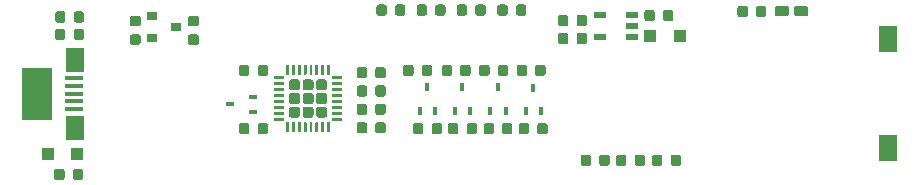
<source format=gtp>
G04 #@! TF.GenerationSoftware,KiCad,Pcbnew,(5.1.5-0-10_14)*
G04 #@! TF.CreationDate,2020-01-18T17:03:48-08:00*
G04 #@! TF.ProjectId,10440,31303434-302e-46b6-9963-61645f706362,rev?*
G04 #@! TF.SameCoordinates,Original*
G04 #@! TF.FileFunction,Paste,Top*
G04 #@! TF.FilePolarity,Positive*
%FSLAX46Y46*%
G04 Gerber Fmt 4.6, Leading zero omitted, Abs format (unit mm)*
G04 Created by KiCad (PCBNEW (5.1.5-0-10_14)) date 2020-01-18 17:03:48*
%MOMM*%
%LPD*%
G04 APERTURE LIST*
%ADD10R,0.450000X0.700000*%
%ADD11R,1.050000X0.600000*%
%ADD12C,0.100000*%
%ADD13R,0.700000X0.450000*%
%ADD14R,0.900000X0.800000*%
%ADD15R,1.500000X2.000000*%
%ADD16R,1.650000X0.400000*%
%ADD17R,2.500000X4.400000*%
%ADD18R,1.600000X2.180000*%
%ADD19R,1.000000X1.000000*%
G04 APERTURE END LIST*
D10*
X92700000Y-99425000D03*
X93350000Y-101425000D03*
X92050000Y-101425000D03*
X95650000Y-99425000D03*
X96300000Y-101425000D03*
X95000000Y-101425000D03*
X98675000Y-99425000D03*
X99325000Y-101425000D03*
X98025000Y-101425000D03*
X101675000Y-99450000D03*
X102325000Y-101450000D03*
X101025000Y-101450000D03*
D11*
X107345000Y-95175000D03*
X107345000Y-93275000D03*
X110045000Y-93275000D03*
X110045000Y-94225000D03*
X110045000Y-95175000D03*
D12*
G36*
X83995289Y-101061120D02*
G01*
X84017858Y-101064467D01*
X84039991Y-101070011D01*
X84061474Y-101077698D01*
X84082100Y-101087453D01*
X84101670Y-101099183D01*
X84119996Y-101112775D01*
X84136902Y-101128098D01*
X84152225Y-101145004D01*
X84165817Y-101163330D01*
X84177547Y-101182900D01*
X84187302Y-101203526D01*
X84194989Y-101225009D01*
X84200533Y-101247142D01*
X84203880Y-101269711D01*
X84205000Y-101292500D01*
X84205000Y-101757500D01*
X84203880Y-101780289D01*
X84200533Y-101802858D01*
X84194989Y-101824991D01*
X84187302Y-101846474D01*
X84177547Y-101867100D01*
X84165817Y-101886670D01*
X84152225Y-101904996D01*
X84136902Y-101921902D01*
X84119996Y-101937225D01*
X84101670Y-101950817D01*
X84082100Y-101962547D01*
X84061474Y-101972302D01*
X84039991Y-101979989D01*
X84017858Y-101985533D01*
X83995289Y-101988880D01*
X83972500Y-101990000D01*
X83507500Y-101990000D01*
X83484711Y-101988880D01*
X83462142Y-101985533D01*
X83440009Y-101979989D01*
X83418526Y-101972302D01*
X83397900Y-101962547D01*
X83378330Y-101950817D01*
X83360004Y-101937225D01*
X83343098Y-101921902D01*
X83327775Y-101904996D01*
X83314183Y-101886670D01*
X83302453Y-101867100D01*
X83292698Y-101846474D01*
X83285011Y-101824991D01*
X83279467Y-101802858D01*
X83276120Y-101780289D01*
X83275000Y-101757500D01*
X83275000Y-101292500D01*
X83276120Y-101269711D01*
X83279467Y-101247142D01*
X83285011Y-101225009D01*
X83292698Y-101203526D01*
X83302453Y-101182900D01*
X83314183Y-101163330D01*
X83327775Y-101145004D01*
X83343098Y-101128098D01*
X83360004Y-101112775D01*
X83378330Y-101099183D01*
X83397900Y-101087453D01*
X83418526Y-101077698D01*
X83440009Y-101070011D01*
X83462142Y-101064467D01*
X83484711Y-101061120D01*
X83507500Y-101060000D01*
X83972500Y-101060000D01*
X83995289Y-101061120D01*
G37*
G36*
X83995289Y-99911120D02*
G01*
X84017858Y-99914467D01*
X84039991Y-99920011D01*
X84061474Y-99927698D01*
X84082100Y-99937453D01*
X84101670Y-99949183D01*
X84119996Y-99962775D01*
X84136902Y-99978098D01*
X84152225Y-99995004D01*
X84165817Y-100013330D01*
X84177547Y-100032900D01*
X84187302Y-100053526D01*
X84194989Y-100075009D01*
X84200533Y-100097142D01*
X84203880Y-100119711D01*
X84205000Y-100142500D01*
X84205000Y-100607500D01*
X84203880Y-100630289D01*
X84200533Y-100652858D01*
X84194989Y-100674991D01*
X84187302Y-100696474D01*
X84177547Y-100717100D01*
X84165817Y-100736670D01*
X84152225Y-100754996D01*
X84136902Y-100771902D01*
X84119996Y-100787225D01*
X84101670Y-100800817D01*
X84082100Y-100812547D01*
X84061474Y-100822302D01*
X84039991Y-100829989D01*
X84017858Y-100835533D01*
X83995289Y-100838880D01*
X83972500Y-100840000D01*
X83507500Y-100840000D01*
X83484711Y-100838880D01*
X83462142Y-100835533D01*
X83440009Y-100829989D01*
X83418526Y-100822302D01*
X83397900Y-100812547D01*
X83378330Y-100800817D01*
X83360004Y-100787225D01*
X83343098Y-100771902D01*
X83327775Y-100754996D01*
X83314183Y-100736670D01*
X83302453Y-100717100D01*
X83292698Y-100696474D01*
X83285011Y-100674991D01*
X83279467Y-100652858D01*
X83276120Y-100630289D01*
X83275000Y-100607500D01*
X83275000Y-100142500D01*
X83276120Y-100119711D01*
X83279467Y-100097142D01*
X83285011Y-100075009D01*
X83292698Y-100053526D01*
X83302453Y-100032900D01*
X83314183Y-100013330D01*
X83327775Y-99995004D01*
X83343098Y-99978098D01*
X83360004Y-99962775D01*
X83378330Y-99949183D01*
X83397900Y-99937453D01*
X83418526Y-99927698D01*
X83440009Y-99920011D01*
X83462142Y-99914467D01*
X83484711Y-99911120D01*
X83507500Y-99910000D01*
X83972500Y-99910000D01*
X83995289Y-99911120D01*
G37*
G36*
X83995289Y-98761120D02*
G01*
X84017858Y-98764467D01*
X84039991Y-98770011D01*
X84061474Y-98777698D01*
X84082100Y-98787453D01*
X84101670Y-98799183D01*
X84119996Y-98812775D01*
X84136902Y-98828098D01*
X84152225Y-98845004D01*
X84165817Y-98863330D01*
X84177547Y-98882900D01*
X84187302Y-98903526D01*
X84194989Y-98925009D01*
X84200533Y-98947142D01*
X84203880Y-98969711D01*
X84205000Y-98992500D01*
X84205000Y-99457500D01*
X84203880Y-99480289D01*
X84200533Y-99502858D01*
X84194989Y-99524991D01*
X84187302Y-99546474D01*
X84177547Y-99567100D01*
X84165817Y-99586670D01*
X84152225Y-99604996D01*
X84136902Y-99621902D01*
X84119996Y-99637225D01*
X84101670Y-99650817D01*
X84082100Y-99662547D01*
X84061474Y-99672302D01*
X84039991Y-99679989D01*
X84017858Y-99685533D01*
X83995289Y-99688880D01*
X83972500Y-99690000D01*
X83507500Y-99690000D01*
X83484711Y-99688880D01*
X83462142Y-99685533D01*
X83440009Y-99679989D01*
X83418526Y-99672302D01*
X83397900Y-99662547D01*
X83378330Y-99650817D01*
X83360004Y-99637225D01*
X83343098Y-99621902D01*
X83327775Y-99604996D01*
X83314183Y-99586670D01*
X83302453Y-99567100D01*
X83292698Y-99546474D01*
X83285011Y-99524991D01*
X83279467Y-99502858D01*
X83276120Y-99480289D01*
X83275000Y-99457500D01*
X83275000Y-98992500D01*
X83276120Y-98969711D01*
X83279467Y-98947142D01*
X83285011Y-98925009D01*
X83292698Y-98903526D01*
X83302453Y-98882900D01*
X83314183Y-98863330D01*
X83327775Y-98845004D01*
X83343098Y-98828098D01*
X83360004Y-98812775D01*
X83378330Y-98799183D01*
X83397900Y-98787453D01*
X83418526Y-98777698D01*
X83440009Y-98770011D01*
X83462142Y-98764467D01*
X83484711Y-98761120D01*
X83507500Y-98760000D01*
X83972500Y-98760000D01*
X83995289Y-98761120D01*
G37*
G36*
X82845289Y-101061120D02*
G01*
X82867858Y-101064467D01*
X82889991Y-101070011D01*
X82911474Y-101077698D01*
X82932100Y-101087453D01*
X82951670Y-101099183D01*
X82969996Y-101112775D01*
X82986902Y-101128098D01*
X83002225Y-101145004D01*
X83015817Y-101163330D01*
X83027547Y-101182900D01*
X83037302Y-101203526D01*
X83044989Y-101225009D01*
X83050533Y-101247142D01*
X83053880Y-101269711D01*
X83055000Y-101292500D01*
X83055000Y-101757500D01*
X83053880Y-101780289D01*
X83050533Y-101802858D01*
X83044989Y-101824991D01*
X83037302Y-101846474D01*
X83027547Y-101867100D01*
X83015817Y-101886670D01*
X83002225Y-101904996D01*
X82986902Y-101921902D01*
X82969996Y-101937225D01*
X82951670Y-101950817D01*
X82932100Y-101962547D01*
X82911474Y-101972302D01*
X82889991Y-101979989D01*
X82867858Y-101985533D01*
X82845289Y-101988880D01*
X82822500Y-101990000D01*
X82357500Y-101990000D01*
X82334711Y-101988880D01*
X82312142Y-101985533D01*
X82290009Y-101979989D01*
X82268526Y-101972302D01*
X82247900Y-101962547D01*
X82228330Y-101950817D01*
X82210004Y-101937225D01*
X82193098Y-101921902D01*
X82177775Y-101904996D01*
X82164183Y-101886670D01*
X82152453Y-101867100D01*
X82142698Y-101846474D01*
X82135011Y-101824991D01*
X82129467Y-101802858D01*
X82126120Y-101780289D01*
X82125000Y-101757500D01*
X82125000Y-101292500D01*
X82126120Y-101269711D01*
X82129467Y-101247142D01*
X82135011Y-101225009D01*
X82142698Y-101203526D01*
X82152453Y-101182900D01*
X82164183Y-101163330D01*
X82177775Y-101145004D01*
X82193098Y-101128098D01*
X82210004Y-101112775D01*
X82228330Y-101099183D01*
X82247900Y-101087453D01*
X82268526Y-101077698D01*
X82290009Y-101070011D01*
X82312142Y-101064467D01*
X82334711Y-101061120D01*
X82357500Y-101060000D01*
X82822500Y-101060000D01*
X82845289Y-101061120D01*
G37*
G36*
X82845289Y-99911120D02*
G01*
X82867858Y-99914467D01*
X82889991Y-99920011D01*
X82911474Y-99927698D01*
X82932100Y-99937453D01*
X82951670Y-99949183D01*
X82969996Y-99962775D01*
X82986902Y-99978098D01*
X83002225Y-99995004D01*
X83015817Y-100013330D01*
X83027547Y-100032900D01*
X83037302Y-100053526D01*
X83044989Y-100075009D01*
X83050533Y-100097142D01*
X83053880Y-100119711D01*
X83055000Y-100142500D01*
X83055000Y-100607500D01*
X83053880Y-100630289D01*
X83050533Y-100652858D01*
X83044989Y-100674991D01*
X83037302Y-100696474D01*
X83027547Y-100717100D01*
X83015817Y-100736670D01*
X83002225Y-100754996D01*
X82986902Y-100771902D01*
X82969996Y-100787225D01*
X82951670Y-100800817D01*
X82932100Y-100812547D01*
X82911474Y-100822302D01*
X82889991Y-100829989D01*
X82867858Y-100835533D01*
X82845289Y-100838880D01*
X82822500Y-100840000D01*
X82357500Y-100840000D01*
X82334711Y-100838880D01*
X82312142Y-100835533D01*
X82290009Y-100829989D01*
X82268526Y-100822302D01*
X82247900Y-100812547D01*
X82228330Y-100800817D01*
X82210004Y-100787225D01*
X82193098Y-100771902D01*
X82177775Y-100754996D01*
X82164183Y-100736670D01*
X82152453Y-100717100D01*
X82142698Y-100696474D01*
X82135011Y-100674991D01*
X82129467Y-100652858D01*
X82126120Y-100630289D01*
X82125000Y-100607500D01*
X82125000Y-100142500D01*
X82126120Y-100119711D01*
X82129467Y-100097142D01*
X82135011Y-100075009D01*
X82142698Y-100053526D01*
X82152453Y-100032900D01*
X82164183Y-100013330D01*
X82177775Y-99995004D01*
X82193098Y-99978098D01*
X82210004Y-99962775D01*
X82228330Y-99949183D01*
X82247900Y-99937453D01*
X82268526Y-99927698D01*
X82290009Y-99920011D01*
X82312142Y-99914467D01*
X82334711Y-99911120D01*
X82357500Y-99910000D01*
X82822500Y-99910000D01*
X82845289Y-99911120D01*
G37*
G36*
X82845289Y-98761120D02*
G01*
X82867858Y-98764467D01*
X82889991Y-98770011D01*
X82911474Y-98777698D01*
X82932100Y-98787453D01*
X82951670Y-98799183D01*
X82969996Y-98812775D01*
X82986902Y-98828098D01*
X83002225Y-98845004D01*
X83015817Y-98863330D01*
X83027547Y-98882900D01*
X83037302Y-98903526D01*
X83044989Y-98925009D01*
X83050533Y-98947142D01*
X83053880Y-98969711D01*
X83055000Y-98992500D01*
X83055000Y-99457500D01*
X83053880Y-99480289D01*
X83050533Y-99502858D01*
X83044989Y-99524991D01*
X83037302Y-99546474D01*
X83027547Y-99567100D01*
X83015817Y-99586670D01*
X83002225Y-99604996D01*
X82986902Y-99621902D01*
X82969996Y-99637225D01*
X82951670Y-99650817D01*
X82932100Y-99662547D01*
X82911474Y-99672302D01*
X82889991Y-99679989D01*
X82867858Y-99685533D01*
X82845289Y-99688880D01*
X82822500Y-99690000D01*
X82357500Y-99690000D01*
X82334711Y-99688880D01*
X82312142Y-99685533D01*
X82290009Y-99679989D01*
X82268526Y-99672302D01*
X82247900Y-99662547D01*
X82228330Y-99650817D01*
X82210004Y-99637225D01*
X82193098Y-99621902D01*
X82177775Y-99604996D01*
X82164183Y-99586670D01*
X82152453Y-99567100D01*
X82142698Y-99546474D01*
X82135011Y-99524991D01*
X82129467Y-99502858D01*
X82126120Y-99480289D01*
X82125000Y-99457500D01*
X82125000Y-98992500D01*
X82126120Y-98969711D01*
X82129467Y-98947142D01*
X82135011Y-98925009D01*
X82142698Y-98903526D01*
X82152453Y-98882900D01*
X82164183Y-98863330D01*
X82177775Y-98845004D01*
X82193098Y-98828098D01*
X82210004Y-98812775D01*
X82228330Y-98799183D01*
X82247900Y-98787453D01*
X82268526Y-98777698D01*
X82290009Y-98770011D01*
X82312142Y-98764467D01*
X82334711Y-98761120D01*
X82357500Y-98760000D01*
X82822500Y-98760000D01*
X82845289Y-98761120D01*
G37*
G36*
X81695289Y-101061120D02*
G01*
X81717858Y-101064467D01*
X81739991Y-101070011D01*
X81761474Y-101077698D01*
X81782100Y-101087453D01*
X81801670Y-101099183D01*
X81819996Y-101112775D01*
X81836902Y-101128098D01*
X81852225Y-101145004D01*
X81865817Y-101163330D01*
X81877547Y-101182900D01*
X81887302Y-101203526D01*
X81894989Y-101225009D01*
X81900533Y-101247142D01*
X81903880Y-101269711D01*
X81905000Y-101292500D01*
X81905000Y-101757500D01*
X81903880Y-101780289D01*
X81900533Y-101802858D01*
X81894989Y-101824991D01*
X81887302Y-101846474D01*
X81877547Y-101867100D01*
X81865817Y-101886670D01*
X81852225Y-101904996D01*
X81836902Y-101921902D01*
X81819996Y-101937225D01*
X81801670Y-101950817D01*
X81782100Y-101962547D01*
X81761474Y-101972302D01*
X81739991Y-101979989D01*
X81717858Y-101985533D01*
X81695289Y-101988880D01*
X81672500Y-101990000D01*
X81207500Y-101990000D01*
X81184711Y-101988880D01*
X81162142Y-101985533D01*
X81140009Y-101979989D01*
X81118526Y-101972302D01*
X81097900Y-101962547D01*
X81078330Y-101950817D01*
X81060004Y-101937225D01*
X81043098Y-101921902D01*
X81027775Y-101904996D01*
X81014183Y-101886670D01*
X81002453Y-101867100D01*
X80992698Y-101846474D01*
X80985011Y-101824991D01*
X80979467Y-101802858D01*
X80976120Y-101780289D01*
X80975000Y-101757500D01*
X80975000Y-101292500D01*
X80976120Y-101269711D01*
X80979467Y-101247142D01*
X80985011Y-101225009D01*
X80992698Y-101203526D01*
X81002453Y-101182900D01*
X81014183Y-101163330D01*
X81027775Y-101145004D01*
X81043098Y-101128098D01*
X81060004Y-101112775D01*
X81078330Y-101099183D01*
X81097900Y-101087453D01*
X81118526Y-101077698D01*
X81140009Y-101070011D01*
X81162142Y-101064467D01*
X81184711Y-101061120D01*
X81207500Y-101060000D01*
X81672500Y-101060000D01*
X81695289Y-101061120D01*
G37*
G36*
X81695289Y-99911120D02*
G01*
X81717858Y-99914467D01*
X81739991Y-99920011D01*
X81761474Y-99927698D01*
X81782100Y-99937453D01*
X81801670Y-99949183D01*
X81819996Y-99962775D01*
X81836902Y-99978098D01*
X81852225Y-99995004D01*
X81865817Y-100013330D01*
X81877547Y-100032900D01*
X81887302Y-100053526D01*
X81894989Y-100075009D01*
X81900533Y-100097142D01*
X81903880Y-100119711D01*
X81905000Y-100142500D01*
X81905000Y-100607500D01*
X81903880Y-100630289D01*
X81900533Y-100652858D01*
X81894989Y-100674991D01*
X81887302Y-100696474D01*
X81877547Y-100717100D01*
X81865817Y-100736670D01*
X81852225Y-100754996D01*
X81836902Y-100771902D01*
X81819996Y-100787225D01*
X81801670Y-100800817D01*
X81782100Y-100812547D01*
X81761474Y-100822302D01*
X81739991Y-100829989D01*
X81717858Y-100835533D01*
X81695289Y-100838880D01*
X81672500Y-100840000D01*
X81207500Y-100840000D01*
X81184711Y-100838880D01*
X81162142Y-100835533D01*
X81140009Y-100829989D01*
X81118526Y-100822302D01*
X81097900Y-100812547D01*
X81078330Y-100800817D01*
X81060004Y-100787225D01*
X81043098Y-100771902D01*
X81027775Y-100754996D01*
X81014183Y-100736670D01*
X81002453Y-100717100D01*
X80992698Y-100696474D01*
X80985011Y-100674991D01*
X80979467Y-100652858D01*
X80976120Y-100630289D01*
X80975000Y-100607500D01*
X80975000Y-100142500D01*
X80976120Y-100119711D01*
X80979467Y-100097142D01*
X80985011Y-100075009D01*
X80992698Y-100053526D01*
X81002453Y-100032900D01*
X81014183Y-100013330D01*
X81027775Y-99995004D01*
X81043098Y-99978098D01*
X81060004Y-99962775D01*
X81078330Y-99949183D01*
X81097900Y-99937453D01*
X81118526Y-99927698D01*
X81140009Y-99920011D01*
X81162142Y-99914467D01*
X81184711Y-99911120D01*
X81207500Y-99910000D01*
X81672500Y-99910000D01*
X81695289Y-99911120D01*
G37*
G36*
X81695289Y-98761120D02*
G01*
X81717858Y-98764467D01*
X81739991Y-98770011D01*
X81761474Y-98777698D01*
X81782100Y-98787453D01*
X81801670Y-98799183D01*
X81819996Y-98812775D01*
X81836902Y-98828098D01*
X81852225Y-98845004D01*
X81865817Y-98863330D01*
X81877547Y-98882900D01*
X81887302Y-98903526D01*
X81894989Y-98925009D01*
X81900533Y-98947142D01*
X81903880Y-98969711D01*
X81905000Y-98992500D01*
X81905000Y-99457500D01*
X81903880Y-99480289D01*
X81900533Y-99502858D01*
X81894989Y-99524991D01*
X81887302Y-99546474D01*
X81877547Y-99567100D01*
X81865817Y-99586670D01*
X81852225Y-99604996D01*
X81836902Y-99621902D01*
X81819996Y-99637225D01*
X81801670Y-99650817D01*
X81782100Y-99662547D01*
X81761474Y-99672302D01*
X81739991Y-99679989D01*
X81717858Y-99685533D01*
X81695289Y-99688880D01*
X81672500Y-99690000D01*
X81207500Y-99690000D01*
X81184711Y-99688880D01*
X81162142Y-99685533D01*
X81140009Y-99679989D01*
X81118526Y-99672302D01*
X81097900Y-99662547D01*
X81078330Y-99650817D01*
X81060004Y-99637225D01*
X81043098Y-99621902D01*
X81027775Y-99604996D01*
X81014183Y-99586670D01*
X81002453Y-99567100D01*
X80992698Y-99546474D01*
X80985011Y-99524991D01*
X80979467Y-99502858D01*
X80976120Y-99480289D01*
X80975000Y-99457500D01*
X80975000Y-98992500D01*
X80976120Y-98969711D01*
X80979467Y-98947142D01*
X80985011Y-98925009D01*
X80992698Y-98903526D01*
X81002453Y-98882900D01*
X81014183Y-98863330D01*
X81027775Y-98845004D01*
X81043098Y-98828098D01*
X81060004Y-98812775D01*
X81078330Y-98799183D01*
X81097900Y-98787453D01*
X81118526Y-98777698D01*
X81140009Y-98770011D01*
X81162142Y-98764467D01*
X81184711Y-98761120D01*
X81207500Y-98760000D01*
X81672500Y-98760000D01*
X81695289Y-98761120D01*
G37*
G36*
X85408626Y-102000301D02*
G01*
X85414693Y-102001201D01*
X85420643Y-102002691D01*
X85426418Y-102004758D01*
X85431962Y-102007380D01*
X85437223Y-102010533D01*
X85442150Y-102014187D01*
X85446694Y-102018306D01*
X85450813Y-102022850D01*
X85454467Y-102027777D01*
X85457620Y-102033038D01*
X85460242Y-102038582D01*
X85462309Y-102044357D01*
X85463799Y-102050307D01*
X85464699Y-102056374D01*
X85465000Y-102062500D01*
X85465000Y-102187500D01*
X85464699Y-102193626D01*
X85463799Y-102199693D01*
X85462309Y-102205643D01*
X85460242Y-102211418D01*
X85457620Y-102216962D01*
X85454467Y-102222223D01*
X85450813Y-102227150D01*
X85446694Y-102231694D01*
X85442150Y-102235813D01*
X85437223Y-102239467D01*
X85431962Y-102242620D01*
X85426418Y-102245242D01*
X85420643Y-102247309D01*
X85414693Y-102248799D01*
X85408626Y-102249699D01*
X85402500Y-102250000D01*
X84652500Y-102250000D01*
X84646374Y-102249699D01*
X84640307Y-102248799D01*
X84634357Y-102247309D01*
X84628582Y-102245242D01*
X84623038Y-102242620D01*
X84617777Y-102239467D01*
X84612850Y-102235813D01*
X84608306Y-102231694D01*
X84604187Y-102227150D01*
X84600533Y-102222223D01*
X84597380Y-102216962D01*
X84594758Y-102211418D01*
X84592691Y-102205643D01*
X84591201Y-102199693D01*
X84590301Y-102193626D01*
X84590000Y-102187500D01*
X84590000Y-102062500D01*
X84590301Y-102056374D01*
X84591201Y-102050307D01*
X84592691Y-102044357D01*
X84594758Y-102038582D01*
X84597380Y-102033038D01*
X84600533Y-102027777D01*
X84604187Y-102022850D01*
X84608306Y-102018306D01*
X84612850Y-102014187D01*
X84617777Y-102010533D01*
X84623038Y-102007380D01*
X84628582Y-102004758D01*
X84634357Y-102002691D01*
X84640307Y-102001201D01*
X84646374Y-102000301D01*
X84652500Y-102000000D01*
X85402500Y-102000000D01*
X85408626Y-102000301D01*
G37*
G36*
X85408626Y-101500301D02*
G01*
X85414693Y-101501201D01*
X85420643Y-101502691D01*
X85426418Y-101504758D01*
X85431962Y-101507380D01*
X85437223Y-101510533D01*
X85442150Y-101514187D01*
X85446694Y-101518306D01*
X85450813Y-101522850D01*
X85454467Y-101527777D01*
X85457620Y-101533038D01*
X85460242Y-101538582D01*
X85462309Y-101544357D01*
X85463799Y-101550307D01*
X85464699Y-101556374D01*
X85465000Y-101562500D01*
X85465000Y-101687500D01*
X85464699Y-101693626D01*
X85463799Y-101699693D01*
X85462309Y-101705643D01*
X85460242Y-101711418D01*
X85457620Y-101716962D01*
X85454467Y-101722223D01*
X85450813Y-101727150D01*
X85446694Y-101731694D01*
X85442150Y-101735813D01*
X85437223Y-101739467D01*
X85431962Y-101742620D01*
X85426418Y-101745242D01*
X85420643Y-101747309D01*
X85414693Y-101748799D01*
X85408626Y-101749699D01*
X85402500Y-101750000D01*
X84652500Y-101750000D01*
X84646374Y-101749699D01*
X84640307Y-101748799D01*
X84634357Y-101747309D01*
X84628582Y-101745242D01*
X84623038Y-101742620D01*
X84617777Y-101739467D01*
X84612850Y-101735813D01*
X84608306Y-101731694D01*
X84604187Y-101727150D01*
X84600533Y-101722223D01*
X84597380Y-101716962D01*
X84594758Y-101711418D01*
X84592691Y-101705643D01*
X84591201Y-101699693D01*
X84590301Y-101693626D01*
X84590000Y-101687500D01*
X84590000Y-101562500D01*
X84590301Y-101556374D01*
X84591201Y-101550307D01*
X84592691Y-101544357D01*
X84594758Y-101538582D01*
X84597380Y-101533038D01*
X84600533Y-101527777D01*
X84604187Y-101522850D01*
X84608306Y-101518306D01*
X84612850Y-101514187D01*
X84617777Y-101510533D01*
X84623038Y-101507380D01*
X84628582Y-101504758D01*
X84634357Y-101502691D01*
X84640307Y-101501201D01*
X84646374Y-101500301D01*
X84652500Y-101500000D01*
X85402500Y-101500000D01*
X85408626Y-101500301D01*
G37*
G36*
X85408626Y-101000301D02*
G01*
X85414693Y-101001201D01*
X85420643Y-101002691D01*
X85426418Y-101004758D01*
X85431962Y-101007380D01*
X85437223Y-101010533D01*
X85442150Y-101014187D01*
X85446694Y-101018306D01*
X85450813Y-101022850D01*
X85454467Y-101027777D01*
X85457620Y-101033038D01*
X85460242Y-101038582D01*
X85462309Y-101044357D01*
X85463799Y-101050307D01*
X85464699Y-101056374D01*
X85465000Y-101062500D01*
X85465000Y-101187500D01*
X85464699Y-101193626D01*
X85463799Y-101199693D01*
X85462309Y-101205643D01*
X85460242Y-101211418D01*
X85457620Y-101216962D01*
X85454467Y-101222223D01*
X85450813Y-101227150D01*
X85446694Y-101231694D01*
X85442150Y-101235813D01*
X85437223Y-101239467D01*
X85431962Y-101242620D01*
X85426418Y-101245242D01*
X85420643Y-101247309D01*
X85414693Y-101248799D01*
X85408626Y-101249699D01*
X85402500Y-101250000D01*
X84652500Y-101250000D01*
X84646374Y-101249699D01*
X84640307Y-101248799D01*
X84634357Y-101247309D01*
X84628582Y-101245242D01*
X84623038Y-101242620D01*
X84617777Y-101239467D01*
X84612850Y-101235813D01*
X84608306Y-101231694D01*
X84604187Y-101227150D01*
X84600533Y-101222223D01*
X84597380Y-101216962D01*
X84594758Y-101211418D01*
X84592691Y-101205643D01*
X84591201Y-101199693D01*
X84590301Y-101193626D01*
X84590000Y-101187500D01*
X84590000Y-101062500D01*
X84590301Y-101056374D01*
X84591201Y-101050307D01*
X84592691Y-101044357D01*
X84594758Y-101038582D01*
X84597380Y-101033038D01*
X84600533Y-101027777D01*
X84604187Y-101022850D01*
X84608306Y-101018306D01*
X84612850Y-101014187D01*
X84617777Y-101010533D01*
X84623038Y-101007380D01*
X84628582Y-101004758D01*
X84634357Y-101002691D01*
X84640307Y-101001201D01*
X84646374Y-101000301D01*
X84652500Y-101000000D01*
X85402500Y-101000000D01*
X85408626Y-101000301D01*
G37*
G36*
X85408626Y-100500301D02*
G01*
X85414693Y-100501201D01*
X85420643Y-100502691D01*
X85426418Y-100504758D01*
X85431962Y-100507380D01*
X85437223Y-100510533D01*
X85442150Y-100514187D01*
X85446694Y-100518306D01*
X85450813Y-100522850D01*
X85454467Y-100527777D01*
X85457620Y-100533038D01*
X85460242Y-100538582D01*
X85462309Y-100544357D01*
X85463799Y-100550307D01*
X85464699Y-100556374D01*
X85465000Y-100562500D01*
X85465000Y-100687500D01*
X85464699Y-100693626D01*
X85463799Y-100699693D01*
X85462309Y-100705643D01*
X85460242Y-100711418D01*
X85457620Y-100716962D01*
X85454467Y-100722223D01*
X85450813Y-100727150D01*
X85446694Y-100731694D01*
X85442150Y-100735813D01*
X85437223Y-100739467D01*
X85431962Y-100742620D01*
X85426418Y-100745242D01*
X85420643Y-100747309D01*
X85414693Y-100748799D01*
X85408626Y-100749699D01*
X85402500Y-100750000D01*
X84652500Y-100750000D01*
X84646374Y-100749699D01*
X84640307Y-100748799D01*
X84634357Y-100747309D01*
X84628582Y-100745242D01*
X84623038Y-100742620D01*
X84617777Y-100739467D01*
X84612850Y-100735813D01*
X84608306Y-100731694D01*
X84604187Y-100727150D01*
X84600533Y-100722223D01*
X84597380Y-100716962D01*
X84594758Y-100711418D01*
X84592691Y-100705643D01*
X84591201Y-100699693D01*
X84590301Y-100693626D01*
X84590000Y-100687500D01*
X84590000Y-100562500D01*
X84590301Y-100556374D01*
X84591201Y-100550307D01*
X84592691Y-100544357D01*
X84594758Y-100538582D01*
X84597380Y-100533038D01*
X84600533Y-100527777D01*
X84604187Y-100522850D01*
X84608306Y-100518306D01*
X84612850Y-100514187D01*
X84617777Y-100510533D01*
X84623038Y-100507380D01*
X84628582Y-100504758D01*
X84634357Y-100502691D01*
X84640307Y-100501201D01*
X84646374Y-100500301D01*
X84652500Y-100500000D01*
X85402500Y-100500000D01*
X85408626Y-100500301D01*
G37*
G36*
X85408626Y-100000301D02*
G01*
X85414693Y-100001201D01*
X85420643Y-100002691D01*
X85426418Y-100004758D01*
X85431962Y-100007380D01*
X85437223Y-100010533D01*
X85442150Y-100014187D01*
X85446694Y-100018306D01*
X85450813Y-100022850D01*
X85454467Y-100027777D01*
X85457620Y-100033038D01*
X85460242Y-100038582D01*
X85462309Y-100044357D01*
X85463799Y-100050307D01*
X85464699Y-100056374D01*
X85465000Y-100062500D01*
X85465000Y-100187500D01*
X85464699Y-100193626D01*
X85463799Y-100199693D01*
X85462309Y-100205643D01*
X85460242Y-100211418D01*
X85457620Y-100216962D01*
X85454467Y-100222223D01*
X85450813Y-100227150D01*
X85446694Y-100231694D01*
X85442150Y-100235813D01*
X85437223Y-100239467D01*
X85431962Y-100242620D01*
X85426418Y-100245242D01*
X85420643Y-100247309D01*
X85414693Y-100248799D01*
X85408626Y-100249699D01*
X85402500Y-100250000D01*
X84652500Y-100250000D01*
X84646374Y-100249699D01*
X84640307Y-100248799D01*
X84634357Y-100247309D01*
X84628582Y-100245242D01*
X84623038Y-100242620D01*
X84617777Y-100239467D01*
X84612850Y-100235813D01*
X84608306Y-100231694D01*
X84604187Y-100227150D01*
X84600533Y-100222223D01*
X84597380Y-100216962D01*
X84594758Y-100211418D01*
X84592691Y-100205643D01*
X84591201Y-100199693D01*
X84590301Y-100193626D01*
X84590000Y-100187500D01*
X84590000Y-100062500D01*
X84590301Y-100056374D01*
X84591201Y-100050307D01*
X84592691Y-100044357D01*
X84594758Y-100038582D01*
X84597380Y-100033038D01*
X84600533Y-100027777D01*
X84604187Y-100022850D01*
X84608306Y-100018306D01*
X84612850Y-100014187D01*
X84617777Y-100010533D01*
X84623038Y-100007380D01*
X84628582Y-100004758D01*
X84634357Y-100002691D01*
X84640307Y-100001201D01*
X84646374Y-100000301D01*
X84652500Y-100000000D01*
X85402500Y-100000000D01*
X85408626Y-100000301D01*
G37*
G36*
X85408626Y-99500301D02*
G01*
X85414693Y-99501201D01*
X85420643Y-99502691D01*
X85426418Y-99504758D01*
X85431962Y-99507380D01*
X85437223Y-99510533D01*
X85442150Y-99514187D01*
X85446694Y-99518306D01*
X85450813Y-99522850D01*
X85454467Y-99527777D01*
X85457620Y-99533038D01*
X85460242Y-99538582D01*
X85462309Y-99544357D01*
X85463799Y-99550307D01*
X85464699Y-99556374D01*
X85465000Y-99562500D01*
X85465000Y-99687500D01*
X85464699Y-99693626D01*
X85463799Y-99699693D01*
X85462309Y-99705643D01*
X85460242Y-99711418D01*
X85457620Y-99716962D01*
X85454467Y-99722223D01*
X85450813Y-99727150D01*
X85446694Y-99731694D01*
X85442150Y-99735813D01*
X85437223Y-99739467D01*
X85431962Y-99742620D01*
X85426418Y-99745242D01*
X85420643Y-99747309D01*
X85414693Y-99748799D01*
X85408626Y-99749699D01*
X85402500Y-99750000D01*
X84652500Y-99750000D01*
X84646374Y-99749699D01*
X84640307Y-99748799D01*
X84634357Y-99747309D01*
X84628582Y-99745242D01*
X84623038Y-99742620D01*
X84617777Y-99739467D01*
X84612850Y-99735813D01*
X84608306Y-99731694D01*
X84604187Y-99727150D01*
X84600533Y-99722223D01*
X84597380Y-99716962D01*
X84594758Y-99711418D01*
X84592691Y-99705643D01*
X84591201Y-99699693D01*
X84590301Y-99693626D01*
X84590000Y-99687500D01*
X84590000Y-99562500D01*
X84590301Y-99556374D01*
X84591201Y-99550307D01*
X84592691Y-99544357D01*
X84594758Y-99538582D01*
X84597380Y-99533038D01*
X84600533Y-99527777D01*
X84604187Y-99522850D01*
X84608306Y-99518306D01*
X84612850Y-99514187D01*
X84617777Y-99510533D01*
X84623038Y-99507380D01*
X84628582Y-99504758D01*
X84634357Y-99502691D01*
X84640307Y-99501201D01*
X84646374Y-99500301D01*
X84652500Y-99500000D01*
X85402500Y-99500000D01*
X85408626Y-99500301D01*
G37*
G36*
X85408626Y-99000301D02*
G01*
X85414693Y-99001201D01*
X85420643Y-99002691D01*
X85426418Y-99004758D01*
X85431962Y-99007380D01*
X85437223Y-99010533D01*
X85442150Y-99014187D01*
X85446694Y-99018306D01*
X85450813Y-99022850D01*
X85454467Y-99027777D01*
X85457620Y-99033038D01*
X85460242Y-99038582D01*
X85462309Y-99044357D01*
X85463799Y-99050307D01*
X85464699Y-99056374D01*
X85465000Y-99062500D01*
X85465000Y-99187500D01*
X85464699Y-99193626D01*
X85463799Y-99199693D01*
X85462309Y-99205643D01*
X85460242Y-99211418D01*
X85457620Y-99216962D01*
X85454467Y-99222223D01*
X85450813Y-99227150D01*
X85446694Y-99231694D01*
X85442150Y-99235813D01*
X85437223Y-99239467D01*
X85431962Y-99242620D01*
X85426418Y-99245242D01*
X85420643Y-99247309D01*
X85414693Y-99248799D01*
X85408626Y-99249699D01*
X85402500Y-99250000D01*
X84652500Y-99250000D01*
X84646374Y-99249699D01*
X84640307Y-99248799D01*
X84634357Y-99247309D01*
X84628582Y-99245242D01*
X84623038Y-99242620D01*
X84617777Y-99239467D01*
X84612850Y-99235813D01*
X84608306Y-99231694D01*
X84604187Y-99227150D01*
X84600533Y-99222223D01*
X84597380Y-99216962D01*
X84594758Y-99211418D01*
X84592691Y-99205643D01*
X84591201Y-99199693D01*
X84590301Y-99193626D01*
X84590000Y-99187500D01*
X84590000Y-99062500D01*
X84590301Y-99056374D01*
X84591201Y-99050307D01*
X84592691Y-99044357D01*
X84594758Y-99038582D01*
X84597380Y-99033038D01*
X84600533Y-99027777D01*
X84604187Y-99022850D01*
X84608306Y-99018306D01*
X84612850Y-99014187D01*
X84617777Y-99010533D01*
X84623038Y-99007380D01*
X84628582Y-99004758D01*
X84634357Y-99002691D01*
X84640307Y-99001201D01*
X84646374Y-99000301D01*
X84652500Y-99000000D01*
X85402500Y-99000000D01*
X85408626Y-99000301D01*
G37*
G36*
X85408626Y-98500301D02*
G01*
X85414693Y-98501201D01*
X85420643Y-98502691D01*
X85426418Y-98504758D01*
X85431962Y-98507380D01*
X85437223Y-98510533D01*
X85442150Y-98514187D01*
X85446694Y-98518306D01*
X85450813Y-98522850D01*
X85454467Y-98527777D01*
X85457620Y-98533038D01*
X85460242Y-98538582D01*
X85462309Y-98544357D01*
X85463799Y-98550307D01*
X85464699Y-98556374D01*
X85465000Y-98562500D01*
X85465000Y-98687500D01*
X85464699Y-98693626D01*
X85463799Y-98699693D01*
X85462309Y-98705643D01*
X85460242Y-98711418D01*
X85457620Y-98716962D01*
X85454467Y-98722223D01*
X85450813Y-98727150D01*
X85446694Y-98731694D01*
X85442150Y-98735813D01*
X85437223Y-98739467D01*
X85431962Y-98742620D01*
X85426418Y-98745242D01*
X85420643Y-98747309D01*
X85414693Y-98748799D01*
X85408626Y-98749699D01*
X85402500Y-98750000D01*
X84652500Y-98750000D01*
X84646374Y-98749699D01*
X84640307Y-98748799D01*
X84634357Y-98747309D01*
X84628582Y-98745242D01*
X84623038Y-98742620D01*
X84617777Y-98739467D01*
X84612850Y-98735813D01*
X84608306Y-98731694D01*
X84604187Y-98727150D01*
X84600533Y-98722223D01*
X84597380Y-98716962D01*
X84594758Y-98711418D01*
X84592691Y-98705643D01*
X84591201Y-98699693D01*
X84590301Y-98693626D01*
X84590000Y-98687500D01*
X84590000Y-98562500D01*
X84590301Y-98556374D01*
X84591201Y-98550307D01*
X84592691Y-98544357D01*
X84594758Y-98538582D01*
X84597380Y-98533038D01*
X84600533Y-98527777D01*
X84604187Y-98522850D01*
X84608306Y-98518306D01*
X84612850Y-98514187D01*
X84617777Y-98510533D01*
X84623038Y-98507380D01*
X84628582Y-98504758D01*
X84634357Y-98502691D01*
X84640307Y-98501201D01*
X84646374Y-98500301D01*
X84652500Y-98500000D01*
X85402500Y-98500000D01*
X85408626Y-98500301D01*
G37*
G36*
X84408626Y-97500301D02*
G01*
X84414693Y-97501201D01*
X84420643Y-97502691D01*
X84426418Y-97504758D01*
X84431962Y-97507380D01*
X84437223Y-97510533D01*
X84442150Y-97514187D01*
X84446694Y-97518306D01*
X84450813Y-97522850D01*
X84454467Y-97527777D01*
X84457620Y-97533038D01*
X84460242Y-97538582D01*
X84462309Y-97544357D01*
X84463799Y-97550307D01*
X84464699Y-97556374D01*
X84465000Y-97562500D01*
X84465000Y-98312500D01*
X84464699Y-98318626D01*
X84463799Y-98324693D01*
X84462309Y-98330643D01*
X84460242Y-98336418D01*
X84457620Y-98341962D01*
X84454467Y-98347223D01*
X84450813Y-98352150D01*
X84446694Y-98356694D01*
X84442150Y-98360813D01*
X84437223Y-98364467D01*
X84431962Y-98367620D01*
X84426418Y-98370242D01*
X84420643Y-98372309D01*
X84414693Y-98373799D01*
X84408626Y-98374699D01*
X84402500Y-98375000D01*
X84277500Y-98375000D01*
X84271374Y-98374699D01*
X84265307Y-98373799D01*
X84259357Y-98372309D01*
X84253582Y-98370242D01*
X84248038Y-98367620D01*
X84242777Y-98364467D01*
X84237850Y-98360813D01*
X84233306Y-98356694D01*
X84229187Y-98352150D01*
X84225533Y-98347223D01*
X84222380Y-98341962D01*
X84219758Y-98336418D01*
X84217691Y-98330643D01*
X84216201Y-98324693D01*
X84215301Y-98318626D01*
X84215000Y-98312500D01*
X84215000Y-97562500D01*
X84215301Y-97556374D01*
X84216201Y-97550307D01*
X84217691Y-97544357D01*
X84219758Y-97538582D01*
X84222380Y-97533038D01*
X84225533Y-97527777D01*
X84229187Y-97522850D01*
X84233306Y-97518306D01*
X84237850Y-97514187D01*
X84242777Y-97510533D01*
X84248038Y-97507380D01*
X84253582Y-97504758D01*
X84259357Y-97502691D01*
X84265307Y-97501201D01*
X84271374Y-97500301D01*
X84277500Y-97500000D01*
X84402500Y-97500000D01*
X84408626Y-97500301D01*
G37*
G36*
X83908626Y-97500301D02*
G01*
X83914693Y-97501201D01*
X83920643Y-97502691D01*
X83926418Y-97504758D01*
X83931962Y-97507380D01*
X83937223Y-97510533D01*
X83942150Y-97514187D01*
X83946694Y-97518306D01*
X83950813Y-97522850D01*
X83954467Y-97527777D01*
X83957620Y-97533038D01*
X83960242Y-97538582D01*
X83962309Y-97544357D01*
X83963799Y-97550307D01*
X83964699Y-97556374D01*
X83965000Y-97562500D01*
X83965000Y-98312500D01*
X83964699Y-98318626D01*
X83963799Y-98324693D01*
X83962309Y-98330643D01*
X83960242Y-98336418D01*
X83957620Y-98341962D01*
X83954467Y-98347223D01*
X83950813Y-98352150D01*
X83946694Y-98356694D01*
X83942150Y-98360813D01*
X83937223Y-98364467D01*
X83931962Y-98367620D01*
X83926418Y-98370242D01*
X83920643Y-98372309D01*
X83914693Y-98373799D01*
X83908626Y-98374699D01*
X83902500Y-98375000D01*
X83777500Y-98375000D01*
X83771374Y-98374699D01*
X83765307Y-98373799D01*
X83759357Y-98372309D01*
X83753582Y-98370242D01*
X83748038Y-98367620D01*
X83742777Y-98364467D01*
X83737850Y-98360813D01*
X83733306Y-98356694D01*
X83729187Y-98352150D01*
X83725533Y-98347223D01*
X83722380Y-98341962D01*
X83719758Y-98336418D01*
X83717691Y-98330643D01*
X83716201Y-98324693D01*
X83715301Y-98318626D01*
X83715000Y-98312500D01*
X83715000Y-97562500D01*
X83715301Y-97556374D01*
X83716201Y-97550307D01*
X83717691Y-97544357D01*
X83719758Y-97538582D01*
X83722380Y-97533038D01*
X83725533Y-97527777D01*
X83729187Y-97522850D01*
X83733306Y-97518306D01*
X83737850Y-97514187D01*
X83742777Y-97510533D01*
X83748038Y-97507380D01*
X83753582Y-97504758D01*
X83759357Y-97502691D01*
X83765307Y-97501201D01*
X83771374Y-97500301D01*
X83777500Y-97500000D01*
X83902500Y-97500000D01*
X83908626Y-97500301D01*
G37*
G36*
X83408626Y-97500301D02*
G01*
X83414693Y-97501201D01*
X83420643Y-97502691D01*
X83426418Y-97504758D01*
X83431962Y-97507380D01*
X83437223Y-97510533D01*
X83442150Y-97514187D01*
X83446694Y-97518306D01*
X83450813Y-97522850D01*
X83454467Y-97527777D01*
X83457620Y-97533038D01*
X83460242Y-97538582D01*
X83462309Y-97544357D01*
X83463799Y-97550307D01*
X83464699Y-97556374D01*
X83465000Y-97562500D01*
X83465000Y-98312500D01*
X83464699Y-98318626D01*
X83463799Y-98324693D01*
X83462309Y-98330643D01*
X83460242Y-98336418D01*
X83457620Y-98341962D01*
X83454467Y-98347223D01*
X83450813Y-98352150D01*
X83446694Y-98356694D01*
X83442150Y-98360813D01*
X83437223Y-98364467D01*
X83431962Y-98367620D01*
X83426418Y-98370242D01*
X83420643Y-98372309D01*
X83414693Y-98373799D01*
X83408626Y-98374699D01*
X83402500Y-98375000D01*
X83277500Y-98375000D01*
X83271374Y-98374699D01*
X83265307Y-98373799D01*
X83259357Y-98372309D01*
X83253582Y-98370242D01*
X83248038Y-98367620D01*
X83242777Y-98364467D01*
X83237850Y-98360813D01*
X83233306Y-98356694D01*
X83229187Y-98352150D01*
X83225533Y-98347223D01*
X83222380Y-98341962D01*
X83219758Y-98336418D01*
X83217691Y-98330643D01*
X83216201Y-98324693D01*
X83215301Y-98318626D01*
X83215000Y-98312500D01*
X83215000Y-97562500D01*
X83215301Y-97556374D01*
X83216201Y-97550307D01*
X83217691Y-97544357D01*
X83219758Y-97538582D01*
X83222380Y-97533038D01*
X83225533Y-97527777D01*
X83229187Y-97522850D01*
X83233306Y-97518306D01*
X83237850Y-97514187D01*
X83242777Y-97510533D01*
X83248038Y-97507380D01*
X83253582Y-97504758D01*
X83259357Y-97502691D01*
X83265307Y-97501201D01*
X83271374Y-97500301D01*
X83277500Y-97500000D01*
X83402500Y-97500000D01*
X83408626Y-97500301D01*
G37*
G36*
X82908626Y-97500301D02*
G01*
X82914693Y-97501201D01*
X82920643Y-97502691D01*
X82926418Y-97504758D01*
X82931962Y-97507380D01*
X82937223Y-97510533D01*
X82942150Y-97514187D01*
X82946694Y-97518306D01*
X82950813Y-97522850D01*
X82954467Y-97527777D01*
X82957620Y-97533038D01*
X82960242Y-97538582D01*
X82962309Y-97544357D01*
X82963799Y-97550307D01*
X82964699Y-97556374D01*
X82965000Y-97562500D01*
X82965000Y-98312500D01*
X82964699Y-98318626D01*
X82963799Y-98324693D01*
X82962309Y-98330643D01*
X82960242Y-98336418D01*
X82957620Y-98341962D01*
X82954467Y-98347223D01*
X82950813Y-98352150D01*
X82946694Y-98356694D01*
X82942150Y-98360813D01*
X82937223Y-98364467D01*
X82931962Y-98367620D01*
X82926418Y-98370242D01*
X82920643Y-98372309D01*
X82914693Y-98373799D01*
X82908626Y-98374699D01*
X82902500Y-98375000D01*
X82777500Y-98375000D01*
X82771374Y-98374699D01*
X82765307Y-98373799D01*
X82759357Y-98372309D01*
X82753582Y-98370242D01*
X82748038Y-98367620D01*
X82742777Y-98364467D01*
X82737850Y-98360813D01*
X82733306Y-98356694D01*
X82729187Y-98352150D01*
X82725533Y-98347223D01*
X82722380Y-98341962D01*
X82719758Y-98336418D01*
X82717691Y-98330643D01*
X82716201Y-98324693D01*
X82715301Y-98318626D01*
X82715000Y-98312500D01*
X82715000Y-97562500D01*
X82715301Y-97556374D01*
X82716201Y-97550307D01*
X82717691Y-97544357D01*
X82719758Y-97538582D01*
X82722380Y-97533038D01*
X82725533Y-97527777D01*
X82729187Y-97522850D01*
X82733306Y-97518306D01*
X82737850Y-97514187D01*
X82742777Y-97510533D01*
X82748038Y-97507380D01*
X82753582Y-97504758D01*
X82759357Y-97502691D01*
X82765307Y-97501201D01*
X82771374Y-97500301D01*
X82777500Y-97500000D01*
X82902500Y-97500000D01*
X82908626Y-97500301D01*
G37*
G36*
X82408626Y-97500301D02*
G01*
X82414693Y-97501201D01*
X82420643Y-97502691D01*
X82426418Y-97504758D01*
X82431962Y-97507380D01*
X82437223Y-97510533D01*
X82442150Y-97514187D01*
X82446694Y-97518306D01*
X82450813Y-97522850D01*
X82454467Y-97527777D01*
X82457620Y-97533038D01*
X82460242Y-97538582D01*
X82462309Y-97544357D01*
X82463799Y-97550307D01*
X82464699Y-97556374D01*
X82465000Y-97562500D01*
X82465000Y-98312500D01*
X82464699Y-98318626D01*
X82463799Y-98324693D01*
X82462309Y-98330643D01*
X82460242Y-98336418D01*
X82457620Y-98341962D01*
X82454467Y-98347223D01*
X82450813Y-98352150D01*
X82446694Y-98356694D01*
X82442150Y-98360813D01*
X82437223Y-98364467D01*
X82431962Y-98367620D01*
X82426418Y-98370242D01*
X82420643Y-98372309D01*
X82414693Y-98373799D01*
X82408626Y-98374699D01*
X82402500Y-98375000D01*
X82277500Y-98375000D01*
X82271374Y-98374699D01*
X82265307Y-98373799D01*
X82259357Y-98372309D01*
X82253582Y-98370242D01*
X82248038Y-98367620D01*
X82242777Y-98364467D01*
X82237850Y-98360813D01*
X82233306Y-98356694D01*
X82229187Y-98352150D01*
X82225533Y-98347223D01*
X82222380Y-98341962D01*
X82219758Y-98336418D01*
X82217691Y-98330643D01*
X82216201Y-98324693D01*
X82215301Y-98318626D01*
X82215000Y-98312500D01*
X82215000Y-97562500D01*
X82215301Y-97556374D01*
X82216201Y-97550307D01*
X82217691Y-97544357D01*
X82219758Y-97538582D01*
X82222380Y-97533038D01*
X82225533Y-97527777D01*
X82229187Y-97522850D01*
X82233306Y-97518306D01*
X82237850Y-97514187D01*
X82242777Y-97510533D01*
X82248038Y-97507380D01*
X82253582Y-97504758D01*
X82259357Y-97502691D01*
X82265307Y-97501201D01*
X82271374Y-97500301D01*
X82277500Y-97500000D01*
X82402500Y-97500000D01*
X82408626Y-97500301D01*
G37*
G36*
X81908626Y-97500301D02*
G01*
X81914693Y-97501201D01*
X81920643Y-97502691D01*
X81926418Y-97504758D01*
X81931962Y-97507380D01*
X81937223Y-97510533D01*
X81942150Y-97514187D01*
X81946694Y-97518306D01*
X81950813Y-97522850D01*
X81954467Y-97527777D01*
X81957620Y-97533038D01*
X81960242Y-97538582D01*
X81962309Y-97544357D01*
X81963799Y-97550307D01*
X81964699Y-97556374D01*
X81965000Y-97562500D01*
X81965000Y-98312500D01*
X81964699Y-98318626D01*
X81963799Y-98324693D01*
X81962309Y-98330643D01*
X81960242Y-98336418D01*
X81957620Y-98341962D01*
X81954467Y-98347223D01*
X81950813Y-98352150D01*
X81946694Y-98356694D01*
X81942150Y-98360813D01*
X81937223Y-98364467D01*
X81931962Y-98367620D01*
X81926418Y-98370242D01*
X81920643Y-98372309D01*
X81914693Y-98373799D01*
X81908626Y-98374699D01*
X81902500Y-98375000D01*
X81777500Y-98375000D01*
X81771374Y-98374699D01*
X81765307Y-98373799D01*
X81759357Y-98372309D01*
X81753582Y-98370242D01*
X81748038Y-98367620D01*
X81742777Y-98364467D01*
X81737850Y-98360813D01*
X81733306Y-98356694D01*
X81729187Y-98352150D01*
X81725533Y-98347223D01*
X81722380Y-98341962D01*
X81719758Y-98336418D01*
X81717691Y-98330643D01*
X81716201Y-98324693D01*
X81715301Y-98318626D01*
X81715000Y-98312500D01*
X81715000Y-97562500D01*
X81715301Y-97556374D01*
X81716201Y-97550307D01*
X81717691Y-97544357D01*
X81719758Y-97538582D01*
X81722380Y-97533038D01*
X81725533Y-97527777D01*
X81729187Y-97522850D01*
X81733306Y-97518306D01*
X81737850Y-97514187D01*
X81742777Y-97510533D01*
X81748038Y-97507380D01*
X81753582Y-97504758D01*
X81759357Y-97502691D01*
X81765307Y-97501201D01*
X81771374Y-97500301D01*
X81777500Y-97500000D01*
X81902500Y-97500000D01*
X81908626Y-97500301D01*
G37*
G36*
X81408626Y-97500301D02*
G01*
X81414693Y-97501201D01*
X81420643Y-97502691D01*
X81426418Y-97504758D01*
X81431962Y-97507380D01*
X81437223Y-97510533D01*
X81442150Y-97514187D01*
X81446694Y-97518306D01*
X81450813Y-97522850D01*
X81454467Y-97527777D01*
X81457620Y-97533038D01*
X81460242Y-97538582D01*
X81462309Y-97544357D01*
X81463799Y-97550307D01*
X81464699Y-97556374D01*
X81465000Y-97562500D01*
X81465000Y-98312500D01*
X81464699Y-98318626D01*
X81463799Y-98324693D01*
X81462309Y-98330643D01*
X81460242Y-98336418D01*
X81457620Y-98341962D01*
X81454467Y-98347223D01*
X81450813Y-98352150D01*
X81446694Y-98356694D01*
X81442150Y-98360813D01*
X81437223Y-98364467D01*
X81431962Y-98367620D01*
X81426418Y-98370242D01*
X81420643Y-98372309D01*
X81414693Y-98373799D01*
X81408626Y-98374699D01*
X81402500Y-98375000D01*
X81277500Y-98375000D01*
X81271374Y-98374699D01*
X81265307Y-98373799D01*
X81259357Y-98372309D01*
X81253582Y-98370242D01*
X81248038Y-98367620D01*
X81242777Y-98364467D01*
X81237850Y-98360813D01*
X81233306Y-98356694D01*
X81229187Y-98352150D01*
X81225533Y-98347223D01*
X81222380Y-98341962D01*
X81219758Y-98336418D01*
X81217691Y-98330643D01*
X81216201Y-98324693D01*
X81215301Y-98318626D01*
X81215000Y-98312500D01*
X81215000Y-97562500D01*
X81215301Y-97556374D01*
X81216201Y-97550307D01*
X81217691Y-97544357D01*
X81219758Y-97538582D01*
X81222380Y-97533038D01*
X81225533Y-97527777D01*
X81229187Y-97522850D01*
X81233306Y-97518306D01*
X81237850Y-97514187D01*
X81242777Y-97510533D01*
X81248038Y-97507380D01*
X81253582Y-97504758D01*
X81259357Y-97502691D01*
X81265307Y-97501201D01*
X81271374Y-97500301D01*
X81277500Y-97500000D01*
X81402500Y-97500000D01*
X81408626Y-97500301D01*
G37*
G36*
X80908626Y-97500301D02*
G01*
X80914693Y-97501201D01*
X80920643Y-97502691D01*
X80926418Y-97504758D01*
X80931962Y-97507380D01*
X80937223Y-97510533D01*
X80942150Y-97514187D01*
X80946694Y-97518306D01*
X80950813Y-97522850D01*
X80954467Y-97527777D01*
X80957620Y-97533038D01*
X80960242Y-97538582D01*
X80962309Y-97544357D01*
X80963799Y-97550307D01*
X80964699Y-97556374D01*
X80965000Y-97562500D01*
X80965000Y-98312500D01*
X80964699Y-98318626D01*
X80963799Y-98324693D01*
X80962309Y-98330643D01*
X80960242Y-98336418D01*
X80957620Y-98341962D01*
X80954467Y-98347223D01*
X80950813Y-98352150D01*
X80946694Y-98356694D01*
X80942150Y-98360813D01*
X80937223Y-98364467D01*
X80931962Y-98367620D01*
X80926418Y-98370242D01*
X80920643Y-98372309D01*
X80914693Y-98373799D01*
X80908626Y-98374699D01*
X80902500Y-98375000D01*
X80777500Y-98375000D01*
X80771374Y-98374699D01*
X80765307Y-98373799D01*
X80759357Y-98372309D01*
X80753582Y-98370242D01*
X80748038Y-98367620D01*
X80742777Y-98364467D01*
X80737850Y-98360813D01*
X80733306Y-98356694D01*
X80729187Y-98352150D01*
X80725533Y-98347223D01*
X80722380Y-98341962D01*
X80719758Y-98336418D01*
X80717691Y-98330643D01*
X80716201Y-98324693D01*
X80715301Y-98318626D01*
X80715000Y-98312500D01*
X80715000Y-97562500D01*
X80715301Y-97556374D01*
X80716201Y-97550307D01*
X80717691Y-97544357D01*
X80719758Y-97538582D01*
X80722380Y-97533038D01*
X80725533Y-97527777D01*
X80729187Y-97522850D01*
X80733306Y-97518306D01*
X80737850Y-97514187D01*
X80742777Y-97510533D01*
X80748038Y-97507380D01*
X80753582Y-97504758D01*
X80759357Y-97502691D01*
X80765307Y-97501201D01*
X80771374Y-97500301D01*
X80777500Y-97500000D01*
X80902500Y-97500000D01*
X80908626Y-97500301D01*
G37*
G36*
X80533626Y-98500301D02*
G01*
X80539693Y-98501201D01*
X80545643Y-98502691D01*
X80551418Y-98504758D01*
X80556962Y-98507380D01*
X80562223Y-98510533D01*
X80567150Y-98514187D01*
X80571694Y-98518306D01*
X80575813Y-98522850D01*
X80579467Y-98527777D01*
X80582620Y-98533038D01*
X80585242Y-98538582D01*
X80587309Y-98544357D01*
X80588799Y-98550307D01*
X80589699Y-98556374D01*
X80590000Y-98562500D01*
X80590000Y-98687500D01*
X80589699Y-98693626D01*
X80588799Y-98699693D01*
X80587309Y-98705643D01*
X80585242Y-98711418D01*
X80582620Y-98716962D01*
X80579467Y-98722223D01*
X80575813Y-98727150D01*
X80571694Y-98731694D01*
X80567150Y-98735813D01*
X80562223Y-98739467D01*
X80556962Y-98742620D01*
X80551418Y-98745242D01*
X80545643Y-98747309D01*
X80539693Y-98748799D01*
X80533626Y-98749699D01*
X80527500Y-98750000D01*
X79777500Y-98750000D01*
X79771374Y-98749699D01*
X79765307Y-98748799D01*
X79759357Y-98747309D01*
X79753582Y-98745242D01*
X79748038Y-98742620D01*
X79742777Y-98739467D01*
X79737850Y-98735813D01*
X79733306Y-98731694D01*
X79729187Y-98727150D01*
X79725533Y-98722223D01*
X79722380Y-98716962D01*
X79719758Y-98711418D01*
X79717691Y-98705643D01*
X79716201Y-98699693D01*
X79715301Y-98693626D01*
X79715000Y-98687500D01*
X79715000Y-98562500D01*
X79715301Y-98556374D01*
X79716201Y-98550307D01*
X79717691Y-98544357D01*
X79719758Y-98538582D01*
X79722380Y-98533038D01*
X79725533Y-98527777D01*
X79729187Y-98522850D01*
X79733306Y-98518306D01*
X79737850Y-98514187D01*
X79742777Y-98510533D01*
X79748038Y-98507380D01*
X79753582Y-98504758D01*
X79759357Y-98502691D01*
X79765307Y-98501201D01*
X79771374Y-98500301D01*
X79777500Y-98500000D01*
X80527500Y-98500000D01*
X80533626Y-98500301D01*
G37*
G36*
X80533626Y-99000301D02*
G01*
X80539693Y-99001201D01*
X80545643Y-99002691D01*
X80551418Y-99004758D01*
X80556962Y-99007380D01*
X80562223Y-99010533D01*
X80567150Y-99014187D01*
X80571694Y-99018306D01*
X80575813Y-99022850D01*
X80579467Y-99027777D01*
X80582620Y-99033038D01*
X80585242Y-99038582D01*
X80587309Y-99044357D01*
X80588799Y-99050307D01*
X80589699Y-99056374D01*
X80590000Y-99062500D01*
X80590000Y-99187500D01*
X80589699Y-99193626D01*
X80588799Y-99199693D01*
X80587309Y-99205643D01*
X80585242Y-99211418D01*
X80582620Y-99216962D01*
X80579467Y-99222223D01*
X80575813Y-99227150D01*
X80571694Y-99231694D01*
X80567150Y-99235813D01*
X80562223Y-99239467D01*
X80556962Y-99242620D01*
X80551418Y-99245242D01*
X80545643Y-99247309D01*
X80539693Y-99248799D01*
X80533626Y-99249699D01*
X80527500Y-99250000D01*
X79777500Y-99250000D01*
X79771374Y-99249699D01*
X79765307Y-99248799D01*
X79759357Y-99247309D01*
X79753582Y-99245242D01*
X79748038Y-99242620D01*
X79742777Y-99239467D01*
X79737850Y-99235813D01*
X79733306Y-99231694D01*
X79729187Y-99227150D01*
X79725533Y-99222223D01*
X79722380Y-99216962D01*
X79719758Y-99211418D01*
X79717691Y-99205643D01*
X79716201Y-99199693D01*
X79715301Y-99193626D01*
X79715000Y-99187500D01*
X79715000Y-99062500D01*
X79715301Y-99056374D01*
X79716201Y-99050307D01*
X79717691Y-99044357D01*
X79719758Y-99038582D01*
X79722380Y-99033038D01*
X79725533Y-99027777D01*
X79729187Y-99022850D01*
X79733306Y-99018306D01*
X79737850Y-99014187D01*
X79742777Y-99010533D01*
X79748038Y-99007380D01*
X79753582Y-99004758D01*
X79759357Y-99002691D01*
X79765307Y-99001201D01*
X79771374Y-99000301D01*
X79777500Y-99000000D01*
X80527500Y-99000000D01*
X80533626Y-99000301D01*
G37*
G36*
X80533626Y-99500301D02*
G01*
X80539693Y-99501201D01*
X80545643Y-99502691D01*
X80551418Y-99504758D01*
X80556962Y-99507380D01*
X80562223Y-99510533D01*
X80567150Y-99514187D01*
X80571694Y-99518306D01*
X80575813Y-99522850D01*
X80579467Y-99527777D01*
X80582620Y-99533038D01*
X80585242Y-99538582D01*
X80587309Y-99544357D01*
X80588799Y-99550307D01*
X80589699Y-99556374D01*
X80590000Y-99562500D01*
X80590000Y-99687500D01*
X80589699Y-99693626D01*
X80588799Y-99699693D01*
X80587309Y-99705643D01*
X80585242Y-99711418D01*
X80582620Y-99716962D01*
X80579467Y-99722223D01*
X80575813Y-99727150D01*
X80571694Y-99731694D01*
X80567150Y-99735813D01*
X80562223Y-99739467D01*
X80556962Y-99742620D01*
X80551418Y-99745242D01*
X80545643Y-99747309D01*
X80539693Y-99748799D01*
X80533626Y-99749699D01*
X80527500Y-99750000D01*
X79777500Y-99750000D01*
X79771374Y-99749699D01*
X79765307Y-99748799D01*
X79759357Y-99747309D01*
X79753582Y-99745242D01*
X79748038Y-99742620D01*
X79742777Y-99739467D01*
X79737850Y-99735813D01*
X79733306Y-99731694D01*
X79729187Y-99727150D01*
X79725533Y-99722223D01*
X79722380Y-99716962D01*
X79719758Y-99711418D01*
X79717691Y-99705643D01*
X79716201Y-99699693D01*
X79715301Y-99693626D01*
X79715000Y-99687500D01*
X79715000Y-99562500D01*
X79715301Y-99556374D01*
X79716201Y-99550307D01*
X79717691Y-99544357D01*
X79719758Y-99538582D01*
X79722380Y-99533038D01*
X79725533Y-99527777D01*
X79729187Y-99522850D01*
X79733306Y-99518306D01*
X79737850Y-99514187D01*
X79742777Y-99510533D01*
X79748038Y-99507380D01*
X79753582Y-99504758D01*
X79759357Y-99502691D01*
X79765307Y-99501201D01*
X79771374Y-99500301D01*
X79777500Y-99500000D01*
X80527500Y-99500000D01*
X80533626Y-99500301D01*
G37*
G36*
X80533626Y-100000301D02*
G01*
X80539693Y-100001201D01*
X80545643Y-100002691D01*
X80551418Y-100004758D01*
X80556962Y-100007380D01*
X80562223Y-100010533D01*
X80567150Y-100014187D01*
X80571694Y-100018306D01*
X80575813Y-100022850D01*
X80579467Y-100027777D01*
X80582620Y-100033038D01*
X80585242Y-100038582D01*
X80587309Y-100044357D01*
X80588799Y-100050307D01*
X80589699Y-100056374D01*
X80590000Y-100062500D01*
X80590000Y-100187500D01*
X80589699Y-100193626D01*
X80588799Y-100199693D01*
X80587309Y-100205643D01*
X80585242Y-100211418D01*
X80582620Y-100216962D01*
X80579467Y-100222223D01*
X80575813Y-100227150D01*
X80571694Y-100231694D01*
X80567150Y-100235813D01*
X80562223Y-100239467D01*
X80556962Y-100242620D01*
X80551418Y-100245242D01*
X80545643Y-100247309D01*
X80539693Y-100248799D01*
X80533626Y-100249699D01*
X80527500Y-100250000D01*
X79777500Y-100250000D01*
X79771374Y-100249699D01*
X79765307Y-100248799D01*
X79759357Y-100247309D01*
X79753582Y-100245242D01*
X79748038Y-100242620D01*
X79742777Y-100239467D01*
X79737850Y-100235813D01*
X79733306Y-100231694D01*
X79729187Y-100227150D01*
X79725533Y-100222223D01*
X79722380Y-100216962D01*
X79719758Y-100211418D01*
X79717691Y-100205643D01*
X79716201Y-100199693D01*
X79715301Y-100193626D01*
X79715000Y-100187500D01*
X79715000Y-100062500D01*
X79715301Y-100056374D01*
X79716201Y-100050307D01*
X79717691Y-100044357D01*
X79719758Y-100038582D01*
X79722380Y-100033038D01*
X79725533Y-100027777D01*
X79729187Y-100022850D01*
X79733306Y-100018306D01*
X79737850Y-100014187D01*
X79742777Y-100010533D01*
X79748038Y-100007380D01*
X79753582Y-100004758D01*
X79759357Y-100002691D01*
X79765307Y-100001201D01*
X79771374Y-100000301D01*
X79777500Y-100000000D01*
X80527500Y-100000000D01*
X80533626Y-100000301D01*
G37*
G36*
X80533626Y-100500301D02*
G01*
X80539693Y-100501201D01*
X80545643Y-100502691D01*
X80551418Y-100504758D01*
X80556962Y-100507380D01*
X80562223Y-100510533D01*
X80567150Y-100514187D01*
X80571694Y-100518306D01*
X80575813Y-100522850D01*
X80579467Y-100527777D01*
X80582620Y-100533038D01*
X80585242Y-100538582D01*
X80587309Y-100544357D01*
X80588799Y-100550307D01*
X80589699Y-100556374D01*
X80590000Y-100562500D01*
X80590000Y-100687500D01*
X80589699Y-100693626D01*
X80588799Y-100699693D01*
X80587309Y-100705643D01*
X80585242Y-100711418D01*
X80582620Y-100716962D01*
X80579467Y-100722223D01*
X80575813Y-100727150D01*
X80571694Y-100731694D01*
X80567150Y-100735813D01*
X80562223Y-100739467D01*
X80556962Y-100742620D01*
X80551418Y-100745242D01*
X80545643Y-100747309D01*
X80539693Y-100748799D01*
X80533626Y-100749699D01*
X80527500Y-100750000D01*
X79777500Y-100750000D01*
X79771374Y-100749699D01*
X79765307Y-100748799D01*
X79759357Y-100747309D01*
X79753582Y-100745242D01*
X79748038Y-100742620D01*
X79742777Y-100739467D01*
X79737850Y-100735813D01*
X79733306Y-100731694D01*
X79729187Y-100727150D01*
X79725533Y-100722223D01*
X79722380Y-100716962D01*
X79719758Y-100711418D01*
X79717691Y-100705643D01*
X79716201Y-100699693D01*
X79715301Y-100693626D01*
X79715000Y-100687500D01*
X79715000Y-100562500D01*
X79715301Y-100556374D01*
X79716201Y-100550307D01*
X79717691Y-100544357D01*
X79719758Y-100538582D01*
X79722380Y-100533038D01*
X79725533Y-100527777D01*
X79729187Y-100522850D01*
X79733306Y-100518306D01*
X79737850Y-100514187D01*
X79742777Y-100510533D01*
X79748038Y-100507380D01*
X79753582Y-100504758D01*
X79759357Y-100502691D01*
X79765307Y-100501201D01*
X79771374Y-100500301D01*
X79777500Y-100500000D01*
X80527500Y-100500000D01*
X80533626Y-100500301D01*
G37*
G36*
X80533626Y-101000301D02*
G01*
X80539693Y-101001201D01*
X80545643Y-101002691D01*
X80551418Y-101004758D01*
X80556962Y-101007380D01*
X80562223Y-101010533D01*
X80567150Y-101014187D01*
X80571694Y-101018306D01*
X80575813Y-101022850D01*
X80579467Y-101027777D01*
X80582620Y-101033038D01*
X80585242Y-101038582D01*
X80587309Y-101044357D01*
X80588799Y-101050307D01*
X80589699Y-101056374D01*
X80590000Y-101062500D01*
X80590000Y-101187500D01*
X80589699Y-101193626D01*
X80588799Y-101199693D01*
X80587309Y-101205643D01*
X80585242Y-101211418D01*
X80582620Y-101216962D01*
X80579467Y-101222223D01*
X80575813Y-101227150D01*
X80571694Y-101231694D01*
X80567150Y-101235813D01*
X80562223Y-101239467D01*
X80556962Y-101242620D01*
X80551418Y-101245242D01*
X80545643Y-101247309D01*
X80539693Y-101248799D01*
X80533626Y-101249699D01*
X80527500Y-101250000D01*
X79777500Y-101250000D01*
X79771374Y-101249699D01*
X79765307Y-101248799D01*
X79759357Y-101247309D01*
X79753582Y-101245242D01*
X79748038Y-101242620D01*
X79742777Y-101239467D01*
X79737850Y-101235813D01*
X79733306Y-101231694D01*
X79729187Y-101227150D01*
X79725533Y-101222223D01*
X79722380Y-101216962D01*
X79719758Y-101211418D01*
X79717691Y-101205643D01*
X79716201Y-101199693D01*
X79715301Y-101193626D01*
X79715000Y-101187500D01*
X79715000Y-101062500D01*
X79715301Y-101056374D01*
X79716201Y-101050307D01*
X79717691Y-101044357D01*
X79719758Y-101038582D01*
X79722380Y-101033038D01*
X79725533Y-101027777D01*
X79729187Y-101022850D01*
X79733306Y-101018306D01*
X79737850Y-101014187D01*
X79742777Y-101010533D01*
X79748038Y-101007380D01*
X79753582Y-101004758D01*
X79759357Y-101002691D01*
X79765307Y-101001201D01*
X79771374Y-101000301D01*
X79777500Y-101000000D01*
X80527500Y-101000000D01*
X80533626Y-101000301D01*
G37*
G36*
X80533626Y-101500301D02*
G01*
X80539693Y-101501201D01*
X80545643Y-101502691D01*
X80551418Y-101504758D01*
X80556962Y-101507380D01*
X80562223Y-101510533D01*
X80567150Y-101514187D01*
X80571694Y-101518306D01*
X80575813Y-101522850D01*
X80579467Y-101527777D01*
X80582620Y-101533038D01*
X80585242Y-101538582D01*
X80587309Y-101544357D01*
X80588799Y-101550307D01*
X80589699Y-101556374D01*
X80590000Y-101562500D01*
X80590000Y-101687500D01*
X80589699Y-101693626D01*
X80588799Y-101699693D01*
X80587309Y-101705643D01*
X80585242Y-101711418D01*
X80582620Y-101716962D01*
X80579467Y-101722223D01*
X80575813Y-101727150D01*
X80571694Y-101731694D01*
X80567150Y-101735813D01*
X80562223Y-101739467D01*
X80556962Y-101742620D01*
X80551418Y-101745242D01*
X80545643Y-101747309D01*
X80539693Y-101748799D01*
X80533626Y-101749699D01*
X80527500Y-101750000D01*
X79777500Y-101750000D01*
X79771374Y-101749699D01*
X79765307Y-101748799D01*
X79759357Y-101747309D01*
X79753582Y-101745242D01*
X79748038Y-101742620D01*
X79742777Y-101739467D01*
X79737850Y-101735813D01*
X79733306Y-101731694D01*
X79729187Y-101727150D01*
X79725533Y-101722223D01*
X79722380Y-101716962D01*
X79719758Y-101711418D01*
X79717691Y-101705643D01*
X79716201Y-101699693D01*
X79715301Y-101693626D01*
X79715000Y-101687500D01*
X79715000Y-101562500D01*
X79715301Y-101556374D01*
X79716201Y-101550307D01*
X79717691Y-101544357D01*
X79719758Y-101538582D01*
X79722380Y-101533038D01*
X79725533Y-101527777D01*
X79729187Y-101522850D01*
X79733306Y-101518306D01*
X79737850Y-101514187D01*
X79742777Y-101510533D01*
X79748038Y-101507380D01*
X79753582Y-101504758D01*
X79759357Y-101502691D01*
X79765307Y-101501201D01*
X79771374Y-101500301D01*
X79777500Y-101500000D01*
X80527500Y-101500000D01*
X80533626Y-101500301D01*
G37*
G36*
X80533626Y-102000301D02*
G01*
X80539693Y-102001201D01*
X80545643Y-102002691D01*
X80551418Y-102004758D01*
X80556962Y-102007380D01*
X80562223Y-102010533D01*
X80567150Y-102014187D01*
X80571694Y-102018306D01*
X80575813Y-102022850D01*
X80579467Y-102027777D01*
X80582620Y-102033038D01*
X80585242Y-102038582D01*
X80587309Y-102044357D01*
X80588799Y-102050307D01*
X80589699Y-102056374D01*
X80590000Y-102062500D01*
X80590000Y-102187500D01*
X80589699Y-102193626D01*
X80588799Y-102199693D01*
X80587309Y-102205643D01*
X80585242Y-102211418D01*
X80582620Y-102216962D01*
X80579467Y-102222223D01*
X80575813Y-102227150D01*
X80571694Y-102231694D01*
X80567150Y-102235813D01*
X80562223Y-102239467D01*
X80556962Y-102242620D01*
X80551418Y-102245242D01*
X80545643Y-102247309D01*
X80539693Y-102248799D01*
X80533626Y-102249699D01*
X80527500Y-102250000D01*
X79777500Y-102250000D01*
X79771374Y-102249699D01*
X79765307Y-102248799D01*
X79759357Y-102247309D01*
X79753582Y-102245242D01*
X79748038Y-102242620D01*
X79742777Y-102239467D01*
X79737850Y-102235813D01*
X79733306Y-102231694D01*
X79729187Y-102227150D01*
X79725533Y-102222223D01*
X79722380Y-102216962D01*
X79719758Y-102211418D01*
X79717691Y-102205643D01*
X79716201Y-102199693D01*
X79715301Y-102193626D01*
X79715000Y-102187500D01*
X79715000Y-102062500D01*
X79715301Y-102056374D01*
X79716201Y-102050307D01*
X79717691Y-102044357D01*
X79719758Y-102038582D01*
X79722380Y-102033038D01*
X79725533Y-102027777D01*
X79729187Y-102022850D01*
X79733306Y-102018306D01*
X79737850Y-102014187D01*
X79742777Y-102010533D01*
X79748038Y-102007380D01*
X79753582Y-102004758D01*
X79759357Y-102002691D01*
X79765307Y-102001201D01*
X79771374Y-102000301D01*
X79777500Y-102000000D01*
X80527500Y-102000000D01*
X80533626Y-102000301D01*
G37*
G36*
X80908626Y-102375301D02*
G01*
X80914693Y-102376201D01*
X80920643Y-102377691D01*
X80926418Y-102379758D01*
X80931962Y-102382380D01*
X80937223Y-102385533D01*
X80942150Y-102389187D01*
X80946694Y-102393306D01*
X80950813Y-102397850D01*
X80954467Y-102402777D01*
X80957620Y-102408038D01*
X80960242Y-102413582D01*
X80962309Y-102419357D01*
X80963799Y-102425307D01*
X80964699Y-102431374D01*
X80965000Y-102437500D01*
X80965000Y-103187500D01*
X80964699Y-103193626D01*
X80963799Y-103199693D01*
X80962309Y-103205643D01*
X80960242Y-103211418D01*
X80957620Y-103216962D01*
X80954467Y-103222223D01*
X80950813Y-103227150D01*
X80946694Y-103231694D01*
X80942150Y-103235813D01*
X80937223Y-103239467D01*
X80931962Y-103242620D01*
X80926418Y-103245242D01*
X80920643Y-103247309D01*
X80914693Y-103248799D01*
X80908626Y-103249699D01*
X80902500Y-103250000D01*
X80777500Y-103250000D01*
X80771374Y-103249699D01*
X80765307Y-103248799D01*
X80759357Y-103247309D01*
X80753582Y-103245242D01*
X80748038Y-103242620D01*
X80742777Y-103239467D01*
X80737850Y-103235813D01*
X80733306Y-103231694D01*
X80729187Y-103227150D01*
X80725533Y-103222223D01*
X80722380Y-103216962D01*
X80719758Y-103211418D01*
X80717691Y-103205643D01*
X80716201Y-103199693D01*
X80715301Y-103193626D01*
X80715000Y-103187500D01*
X80715000Y-102437500D01*
X80715301Y-102431374D01*
X80716201Y-102425307D01*
X80717691Y-102419357D01*
X80719758Y-102413582D01*
X80722380Y-102408038D01*
X80725533Y-102402777D01*
X80729187Y-102397850D01*
X80733306Y-102393306D01*
X80737850Y-102389187D01*
X80742777Y-102385533D01*
X80748038Y-102382380D01*
X80753582Y-102379758D01*
X80759357Y-102377691D01*
X80765307Y-102376201D01*
X80771374Y-102375301D01*
X80777500Y-102375000D01*
X80902500Y-102375000D01*
X80908626Y-102375301D01*
G37*
G36*
X81408626Y-102375301D02*
G01*
X81414693Y-102376201D01*
X81420643Y-102377691D01*
X81426418Y-102379758D01*
X81431962Y-102382380D01*
X81437223Y-102385533D01*
X81442150Y-102389187D01*
X81446694Y-102393306D01*
X81450813Y-102397850D01*
X81454467Y-102402777D01*
X81457620Y-102408038D01*
X81460242Y-102413582D01*
X81462309Y-102419357D01*
X81463799Y-102425307D01*
X81464699Y-102431374D01*
X81465000Y-102437500D01*
X81465000Y-103187500D01*
X81464699Y-103193626D01*
X81463799Y-103199693D01*
X81462309Y-103205643D01*
X81460242Y-103211418D01*
X81457620Y-103216962D01*
X81454467Y-103222223D01*
X81450813Y-103227150D01*
X81446694Y-103231694D01*
X81442150Y-103235813D01*
X81437223Y-103239467D01*
X81431962Y-103242620D01*
X81426418Y-103245242D01*
X81420643Y-103247309D01*
X81414693Y-103248799D01*
X81408626Y-103249699D01*
X81402500Y-103250000D01*
X81277500Y-103250000D01*
X81271374Y-103249699D01*
X81265307Y-103248799D01*
X81259357Y-103247309D01*
X81253582Y-103245242D01*
X81248038Y-103242620D01*
X81242777Y-103239467D01*
X81237850Y-103235813D01*
X81233306Y-103231694D01*
X81229187Y-103227150D01*
X81225533Y-103222223D01*
X81222380Y-103216962D01*
X81219758Y-103211418D01*
X81217691Y-103205643D01*
X81216201Y-103199693D01*
X81215301Y-103193626D01*
X81215000Y-103187500D01*
X81215000Y-102437500D01*
X81215301Y-102431374D01*
X81216201Y-102425307D01*
X81217691Y-102419357D01*
X81219758Y-102413582D01*
X81222380Y-102408038D01*
X81225533Y-102402777D01*
X81229187Y-102397850D01*
X81233306Y-102393306D01*
X81237850Y-102389187D01*
X81242777Y-102385533D01*
X81248038Y-102382380D01*
X81253582Y-102379758D01*
X81259357Y-102377691D01*
X81265307Y-102376201D01*
X81271374Y-102375301D01*
X81277500Y-102375000D01*
X81402500Y-102375000D01*
X81408626Y-102375301D01*
G37*
G36*
X81908626Y-102375301D02*
G01*
X81914693Y-102376201D01*
X81920643Y-102377691D01*
X81926418Y-102379758D01*
X81931962Y-102382380D01*
X81937223Y-102385533D01*
X81942150Y-102389187D01*
X81946694Y-102393306D01*
X81950813Y-102397850D01*
X81954467Y-102402777D01*
X81957620Y-102408038D01*
X81960242Y-102413582D01*
X81962309Y-102419357D01*
X81963799Y-102425307D01*
X81964699Y-102431374D01*
X81965000Y-102437500D01*
X81965000Y-103187500D01*
X81964699Y-103193626D01*
X81963799Y-103199693D01*
X81962309Y-103205643D01*
X81960242Y-103211418D01*
X81957620Y-103216962D01*
X81954467Y-103222223D01*
X81950813Y-103227150D01*
X81946694Y-103231694D01*
X81942150Y-103235813D01*
X81937223Y-103239467D01*
X81931962Y-103242620D01*
X81926418Y-103245242D01*
X81920643Y-103247309D01*
X81914693Y-103248799D01*
X81908626Y-103249699D01*
X81902500Y-103250000D01*
X81777500Y-103250000D01*
X81771374Y-103249699D01*
X81765307Y-103248799D01*
X81759357Y-103247309D01*
X81753582Y-103245242D01*
X81748038Y-103242620D01*
X81742777Y-103239467D01*
X81737850Y-103235813D01*
X81733306Y-103231694D01*
X81729187Y-103227150D01*
X81725533Y-103222223D01*
X81722380Y-103216962D01*
X81719758Y-103211418D01*
X81717691Y-103205643D01*
X81716201Y-103199693D01*
X81715301Y-103193626D01*
X81715000Y-103187500D01*
X81715000Y-102437500D01*
X81715301Y-102431374D01*
X81716201Y-102425307D01*
X81717691Y-102419357D01*
X81719758Y-102413582D01*
X81722380Y-102408038D01*
X81725533Y-102402777D01*
X81729187Y-102397850D01*
X81733306Y-102393306D01*
X81737850Y-102389187D01*
X81742777Y-102385533D01*
X81748038Y-102382380D01*
X81753582Y-102379758D01*
X81759357Y-102377691D01*
X81765307Y-102376201D01*
X81771374Y-102375301D01*
X81777500Y-102375000D01*
X81902500Y-102375000D01*
X81908626Y-102375301D01*
G37*
G36*
X82408626Y-102375301D02*
G01*
X82414693Y-102376201D01*
X82420643Y-102377691D01*
X82426418Y-102379758D01*
X82431962Y-102382380D01*
X82437223Y-102385533D01*
X82442150Y-102389187D01*
X82446694Y-102393306D01*
X82450813Y-102397850D01*
X82454467Y-102402777D01*
X82457620Y-102408038D01*
X82460242Y-102413582D01*
X82462309Y-102419357D01*
X82463799Y-102425307D01*
X82464699Y-102431374D01*
X82465000Y-102437500D01*
X82465000Y-103187500D01*
X82464699Y-103193626D01*
X82463799Y-103199693D01*
X82462309Y-103205643D01*
X82460242Y-103211418D01*
X82457620Y-103216962D01*
X82454467Y-103222223D01*
X82450813Y-103227150D01*
X82446694Y-103231694D01*
X82442150Y-103235813D01*
X82437223Y-103239467D01*
X82431962Y-103242620D01*
X82426418Y-103245242D01*
X82420643Y-103247309D01*
X82414693Y-103248799D01*
X82408626Y-103249699D01*
X82402500Y-103250000D01*
X82277500Y-103250000D01*
X82271374Y-103249699D01*
X82265307Y-103248799D01*
X82259357Y-103247309D01*
X82253582Y-103245242D01*
X82248038Y-103242620D01*
X82242777Y-103239467D01*
X82237850Y-103235813D01*
X82233306Y-103231694D01*
X82229187Y-103227150D01*
X82225533Y-103222223D01*
X82222380Y-103216962D01*
X82219758Y-103211418D01*
X82217691Y-103205643D01*
X82216201Y-103199693D01*
X82215301Y-103193626D01*
X82215000Y-103187500D01*
X82215000Y-102437500D01*
X82215301Y-102431374D01*
X82216201Y-102425307D01*
X82217691Y-102419357D01*
X82219758Y-102413582D01*
X82222380Y-102408038D01*
X82225533Y-102402777D01*
X82229187Y-102397850D01*
X82233306Y-102393306D01*
X82237850Y-102389187D01*
X82242777Y-102385533D01*
X82248038Y-102382380D01*
X82253582Y-102379758D01*
X82259357Y-102377691D01*
X82265307Y-102376201D01*
X82271374Y-102375301D01*
X82277500Y-102375000D01*
X82402500Y-102375000D01*
X82408626Y-102375301D01*
G37*
G36*
X82908626Y-102375301D02*
G01*
X82914693Y-102376201D01*
X82920643Y-102377691D01*
X82926418Y-102379758D01*
X82931962Y-102382380D01*
X82937223Y-102385533D01*
X82942150Y-102389187D01*
X82946694Y-102393306D01*
X82950813Y-102397850D01*
X82954467Y-102402777D01*
X82957620Y-102408038D01*
X82960242Y-102413582D01*
X82962309Y-102419357D01*
X82963799Y-102425307D01*
X82964699Y-102431374D01*
X82965000Y-102437500D01*
X82965000Y-103187500D01*
X82964699Y-103193626D01*
X82963799Y-103199693D01*
X82962309Y-103205643D01*
X82960242Y-103211418D01*
X82957620Y-103216962D01*
X82954467Y-103222223D01*
X82950813Y-103227150D01*
X82946694Y-103231694D01*
X82942150Y-103235813D01*
X82937223Y-103239467D01*
X82931962Y-103242620D01*
X82926418Y-103245242D01*
X82920643Y-103247309D01*
X82914693Y-103248799D01*
X82908626Y-103249699D01*
X82902500Y-103250000D01*
X82777500Y-103250000D01*
X82771374Y-103249699D01*
X82765307Y-103248799D01*
X82759357Y-103247309D01*
X82753582Y-103245242D01*
X82748038Y-103242620D01*
X82742777Y-103239467D01*
X82737850Y-103235813D01*
X82733306Y-103231694D01*
X82729187Y-103227150D01*
X82725533Y-103222223D01*
X82722380Y-103216962D01*
X82719758Y-103211418D01*
X82717691Y-103205643D01*
X82716201Y-103199693D01*
X82715301Y-103193626D01*
X82715000Y-103187500D01*
X82715000Y-102437500D01*
X82715301Y-102431374D01*
X82716201Y-102425307D01*
X82717691Y-102419357D01*
X82719758Y-102413582D01*
X82722380Y-102408038D01*
X82725533Y-102402777D01*
X82729187Y-102397850D01*
X82733306Y-102393306D01*
X82737850Y-102389187D01*
X82742777Y-102385533D01*
X82748038Y-102382380D01*
X82753582Y-102379758D01*
X82759357Y-102377691D01*
X82765307Y-102376201D01*
X82771374Y-102375301D01*
X82777500Y-102375000D01*
X82902500Y-102375000D01*
X82908626Y-102375301D01*
G37*
G36*
X83408626Y-102375301D02*
G01*
X83414693Y-102376201D01*
X83420643Y-102377691D01*
X83426418Y-102379758D01*
X83431962Y-102382380D01*
X83437223Y-102385533D01*
X83442150Y-102389187D01*
X83446694Y-102393306D01*
X83450813Y-102397850D01*
X83454467Y-102402777D01*
X83457620Y-102408038D01*
X83460242Y-102413582D01*
X83462309Y-102419357D01*
X83463799Y-102425307D01*
X83464699Y-102431374D01*
X83465000Y-102437500D01*
X83465000Y-103187500D01*
X83464699Y-103193626D01*
X83463799Y-103199693D01*
X83462309Y-103205643D01*
X83460242Y-103211418D01*
X83457620Y-103216962D01*
X83454467Y-103222223D01*
X83450813Y-103227150D01*
X83446694Y-103231694D01*
X83442150Y-103235813D01*
X83437223Y-103239467D01*
X83431962Y-103242620D01*
X83426418Y-103245242D01*
X83420643Y-103247309D01*
X83414693Y-103248799D01*
X83408626Y-103249699D01*
X83402500Y-103250000D01*
X83277500Y-103250000D01*
X83271374Y-103249699D01*
X83265307Y-103248799D01*
X83259357Y-103247309D01*
X83253582Y-103245242D01*
X83248038Y-103242620D01*
X83242777Y-103239467D01*
X83237850Y-103235813D01*
X83233306Y-103231694D01*
X83229187Y-103227150D01*
X83225533Y-103222223D01*
X83222380Y-103216962D01*
X83219758Y-103211418D01*
X83217691Y-103205643D01*
X83216201Y-103199693D01*
X83215301Y-103193626D01*
X83215000Y-103187500D01*
X83215000Y-102437500D01*
X83215301Y-102431374D01*
X83216201Y-102425307D01*
X83217691Y-102419357D01*
X83219758Y-102413582D01*
X83222380Y-102408038D01*
X83225533Y-102402777D01*
X83229187Y-102397850D01*
X83233306Y-102393306D01*
X83237850Y-102389187D01*
X83242777Y-102385533D01*
X83248038Y-102382380D01*
X83253582Y-102379758D01*
X83259357Y-102377691D01*
X83265307Y-102376201D01*
X83271374Y-102375301D01*
X83277500Y-102375000D01*
X83402500Y-102375000D01*
X83408626Y-102375301D01*
G37*
G36*
X83908626Y-102375301D02*
G01*
X83914693Y-102376201D01*
X83920643Y-102377691D01*
X83926418Y-102379758D01*
X83931962Y-102382380D01*
X83937223Y-102385533D01*
X83942150Y-102389187D01*
X83946694Y-102393306D01*
X83950813Y-102397850D01*
X83954467Y-102402777D01*
X83957620Y-102408038D01*
X83960242Y-102413582D01*
X83962309Y-102419357D01*
X83963799Y-102425307D01*
X83964699Y-102431374D01*
X83965000Y-102437500D01*
X83965000Y-103187500D01*
X83964699Y-103193626D01*
X83963799Y-103199693D01*
X83962309Y-103205643D01*
X83960242Y-103211418D01*
X83957620Y-103216962D01*
X83954467Y-103222223D01*
X83950813Y-103227150D01*
X83946694Y-103231694D01*
X83942150Y-103235813D01*
X83937223Y-103239467D01*
X83931962Y-103242620D01*
X83926418Y-103245242D01*
X83920643Y-103247309D01*
X83914693Y-103248799D01*
X83908626Y-103249699D01*
X83902500Y-103250000D01*
X83777500Y-103250000D01*
X83771374Y-103249699D01*
X83765307Y-103248799D01*
X83759357Y-103247309D01*
X83753582Y-103245242D01*
X83748038Y-103242620D01*
X83742777Y-103239467D01*
X83737850Y-103235813D01*
X83733306Y-103231694D01*
X83729187Y-103227150D01*
X83725533Y-103222223D01*
X83722380Y-103216962D01*
X83719758Y-103211418D01*
X83717691Y-103205643D01*
X83716201Y-103199693D01*
X83715301Y-103193626D01*
X83715000Y-103187500D01*
X83715000Y-102437500D01*
X83715301Y-102431374D01*
X83716201Y-102425307D01*
X83717691Y-102419357D01*
X83719758Y-102413582D01*
X83722380Y-102408038D01*
X83725533Y-102402777D01*
X83729187Y-102397850D01*
X83733306Y-102393306D01*
X83737850Y-102389187D01*
X83742777Y-102385533D01*
X83748038Y-102382380D01*
X83753582Y-102379758D01*
X83759357Y-102377691D01*
X83765307Y-102376201D01*
X83771374Y-102375301D01*
X83777500Y-102375000D01*
X83902500Y-102375000D01*
X83908626Y-102375301D01*
G37*
G36*
X84408626Y-102375301D02*
G01*
X84414693Y-102376201D01*
X84420643Y-102377691D01*
X84426418Y-102379758D01*
X84431962Y-102382380D01*
X84437223Y-102385533D01*
X84442150Y-102389187D01*
X84446694Y-102393306D01*
X84450813Y-102397850D01*
X84454467Y-102402777D01*
X84457620Y-102408038D01*
X84460242Y-102413582D01*
X84462309Y-102419357D01*
X84463799Y-102425307D01*
X84464699Y-102431374D01*
X84465000Y-102437500D01*
X84465000Y-103187500D01*
X84464699Y-103193626D01*
X84463799Y-103199693D01*
X84462309Y-103205643D01*
X84460242Y-103211418D01*
X84457620Y-103216962D01*
X84454467Y-103222223D01*
X84450813Y-103227150D01*
X84446694Y-103231694D01*
X84442150Y-103235813D01*
X84437223Y-103239467D01*
X84431962Y-103242620D01*
X84426418Y-103245242D01*
X84420643Y-103247309D01*
X84414693Y-103248799D01*
X84408626Y-103249699D01*
X84402500Y-103250000D01*
X84277500Y-103250000D01*
X84271374Y-103249699D01*
X84265307Y-103248799D01*
X84259357Y-103247309D01*
X84253582Y-103245242D01*
X84248038Y-103242620D01*
X84242777Y-103239467D01*
X84237850Y-103235813D01*
X84233306Y-103231694D01*
X84229187Y-103227150D01*
X84225533Y-103222223D01*
X84222380Y-103216962D01*
X84219758Y-103211418D01*
X84217691Y-103205643D01*
X84216201Y-103199693D01*
X84215301Y-103193626D01*
X84215000Y-103187500D01*
X84215000Y-102437500D01*
X84215301Y-102431374D01*
X84216201Y-102425307D01*
X84217691Y-102419357D01*
X84219758Y-102413582D01*
X84222380Y-102408038D01*
X84225533Y-102402777D01*
X84229187Y-102397850D01*
X84233306Y-102393306D01*
X84237850Y-102389187D01*
X84242777Y-102385533D01*
X84248038Y-102382380D01*
X84253582Y-102379758D01*
X84259357Y-102377691D01*
X84265307Y-102376201D01*
X84271374Y-102375301D01*
X84277500Y-102375000D01*
X84402500Y-102375000D01*
X84408626Y-102375301D01*
G37*
G36*
X104427691Y-94821053D02*
G01*
X104448926Y-94824203D01*
X104469750Y-94829419D01*
X104489962Y-94836651D01*
X104509368Y-94845830D01*
X104527781Y-94856866D01*
X104545024Y-94869654D01*
X104560930Y-94884070D01*
X104575346Y-94899976D01*
X104588134Y-94917219D01*
X104599170Y-94935632D01*
X104608349Y-94955038D01*
X104615581Y-94975250D01*
X104620797Y-94996074D01*
X104623947Y-95017309D01*
X104625000Y-95038750D01*
X104625000Y-95551250D01*
X104623947Y-95572691D01*
X104620797Y-95593926D01*
X104615581Y-95614750D01*
X104608349Y-95634962D01*
X104599170Y-95654368D01*
X104588134Y-95672781D01*
X104575346Y-95690024D01*
X104560930Y-95705930D01*
X104545024Y-95720346D01*
X104527781Y-95733134D01*
X104509368Y-95744170D01*
X104489962Y-95753349D01*
X104469750Y-95760581D01*
X104448926Y-95765797D01*
X104427691Y-95768947D01*
X104406250Y-95770000D01*
X103968750Y-95770000D01*
X103947309Y-95768947D01*
X103926074Y-95765797D01*
X103905250Y-95760581D01*
X103885038Y-95753349D01*
X103865632Y-95744170D01*
X103847219Y-95733134D01*
X103829976Y-95720346D01*
X103814070Y-95705930D01*
X103799654Y-95690024D01*
X103786866Y-95672781D01*
X103775830Y-95654368D01*
X103766651Y-95634962D01*
X103759419Y-95614750D01*
X103754203Y-95593926D01*
X103751053Y-95572691D01*
X103750000Y-95551250D01*
X103750000Y-95038750D01*
X103751053Y-95017309D01*
X103754203Y-94996074D01*
X103759419Y-94975250D01*
X103766651Y-94955038D01*
X103775830Y-94935632D01*
X103786866Y-94917219D01*
X103799654Y-94899976D01*
X103814070Y-94884070D01*
X103829976Y-94869654D01*
X103847219Y-94856866D01*
X103865632Y-94845830D01*
X103885038Y-94836651D01*
X103905250Y-94829419D01*
X103926074Y-94824203D01*
X103947309Y-94821053D01*
X103968750Y-94820000D01*
X104406250Y-94820000D01*
X104427691Y-94821053D01*
G37*
G36*
X106002691Y-94821053D02*
G01*
X106023926Y-94824203D01*
X106044750Y-94829419D01*
X106064962Y-94836651D01*
X106084368Y-94845830D01*
X106102781Y-94856866D01*
X106120024Y-94869654D01*
X106135930Y-94884070D01*
X106150346Y-94899976D01*
X106163134Y-94917219D01*
X106174170Y-94935632D01*
X106183349Y-94955038D01*
X106190581Y-94975250D01*
X106195797Y-94996074D01*
X106198947Y-95017309D01*
X106200000Y-95038750D01*
X106200000Y-95551250D01*
X106198947Y-95572691D01*
X106195797Y-95593926D01*
X106190581Y-95614750D01*
X106183349Y-95634962D01*
X106174170Y-95654368D01*
X106163134Y-95672781D01*
X106150346Y-95690024D01*
X106135930Y-95705930D01*
X106120024Y-95720346D01*
X106102781Y-95733134D01*
X106084368Y-95744170D01*
X106064962Y-95753349D01*
X106044750Y-95760581D01*
X106023926Y-95765797D01*
X106002691Y-95768947D01*
X105981250Y-95770000D01*
X105543750Y-95770000D01*
X105522309Y-95768947D01*
X105501074Y-95765797D01*
X105480250Y-95760581D01*
X105460038Y-95753349D01*
X105440632Y-95744170D01*
X105422219Y-95733134D01*
X105404976Y-95720346D01*
X105389070Y-95705930D01*
X105374654Y-95690024D01*
X105361866Y-95672781D01*
X105350830Y-95654368D01*
X105341651Y-95634962D01*
X105334419Y-95614750D01*
X105329203Y-95593926D01*
X105326053Y-95572691D01*
X105325000Y-95551250D01*
X105325000Y-95038750D01*
X105326053Y-95017309D01*
X105329203Y-94996074D01*
X105334419Y-94975250D01*
X105341651Y-94955038D01*
X105350830Y-94935632D01*
X105361866Y-94917219D01*
X105374654Y-94899976D01*
X105389070Y-94884070D01*
X105404976Y-94869654D01*
X105422219Y-94856866D01*
X105440632Y-94845830D01*
X105460038Y-94836651D01*
X105480250Y-94829419D01*
X105501074Y-94824203D01*
X105522309Y-94821053D01*
X105543750Y-94820000D01*
X105981250Y-94820000D01*
X106002691Y-94821053D01*
G37*
G36*
X63427691Y-94476053D02*
G01*
X63448926Y-94479203D01*
X63469750Y-94484419D01*
X63489962Y-94491651D01*
X63509368Y-94500830D01*
X63527781Y-94511866D01*
X63545024Y-94524654D01*
X63560930Y-94539070D01*
X63575346Y-94554976D01*
X63588134Y-94572219D01*
X63599170Y-94590632D01*
X63608349Y-94610038D01*
X63615581Y-94630250D01*
X63620797Y-94651074D01*
X63623947Y-94672309D01*
X63625000Y-94693750D01*
X63625000Y-95206250D01*
X63623947Y-95227691D01*
X63620797Y-95248926D01*
X63615581Y-95269750D01*
X63608349Y-95289962D01*
X63599170Y-95309368D01*
X63588134Y-95327781D01*
X63575346Y-95345024D01*
X63560930Y-95360930D01*
X63545024Y-95375346D01*
X63527781Y-95388134D01*
X63509368Y-95399170D01*
X63489962Y-95408349D01*
X63469750Y-95415581D01*
X63448926Y-95420797D01*
X63427691Y-95423947D01*
X63406250Y-95425000D01*
X62968750Y-95425000D01*
X62947309Y-95423947D01*
X62926074Y-95420797D01*
X62905250Y-95415581D01*
X62885038Y-95408349D01*
X62865632Y-95399170D01*
X62847219Y-95388134D01*
X62829976Y-95375346D01*
X62814070Y-95360930D01*
X62799654Y-95345024D01*
X62786866Y-95327781D01*
X62775830Y-95309368D01*
X62766651Y-95289962D01*
X62759419Y-95269750D01*
X62754203Y-95248926D01*
X62751053Y-95227691D01*
X62750000Y-95206250D01*
X62750000Y-94693750D01*
X62751053Y-94672309D01*
X62754203Y-94651074D01*
X62759419Y-94630250D01*
X62766651Y-94610038D01*
X62775830Y-94590632D01*
X62786866Y-94572219D01*
X62799654Y-94554976D01*
X62814070Y-94539070D01*
X62829976Y-94524654D01*
X62847219Y-94511866D01*
X62865632Y-94500830D01*
X62885038Y-94491651D01*
X62905250Y-94484419D01*
X62926074Y-94479203D01*
X62947309Y-94476053D01*
X62968750Y-94475000D01*
X63406250Y-94475000D01*
X63427691Y-94476053D01*
G37*
G36*
X61852691Y-94476053D02*
G01*
X61873926Y-94479203D01*
X61894750Y-94484419D01*
X61914962Y-94491651D01*
X61934368Y-94500830D01*
X61952781Y-94511866D01*
X61970024Y-94524654D01*
X61985930Y-94539070D01*
X62000346Y-94554976D01*
X62013134Y-94572219D01*
X62024170Y-94590632D01*
X62033349Y-94610038D01*
X62040581Y-94630250D01*
X62045797Y-94651074D01*
X62048947Y-94672309D01*
X62050000Y-94693750D01*
X62050000Y-95206250D01*
X62048947Y-95227691D01*
X62045797Y-95248926D01*
X62040581Y-95269750D01*
X62033349Y-95289962D01*
X62024170Y-95309368D01*
X62013134Y-95327781D01*
X62000346Y-95345024D01*
X61985930Y-95360930D01*
X61970024Y-95375346D01*
X61952781Y-95388134D01*
X61934368Y-95399170D01*
X61914962Y-95408349D01*
X61894750Y-95415581D01*
X61873926Y-95420797D01*
X61852691Y-95423947D01*
X61831250Y-95425000D01*
X61393750Y-95425000D01*
X61372309Y-95423947D01*
X61351074Y-95420797D01*
X61330250Y-95415581D01*
X61310038Y-95408349D01*
X61290632Y-95399170D01*
X61272219Y-95388134D01*
X61254976Y-95375346D01*
X61239070Y-95360930D01*
X61224654Y-95345024D01*
X61211866Y-95327781D01*
X61200830Y-95309368D01*
X61191651Y-95289962D01*
X61184419Y-95269750D01*
X61179203Y-95248926D01*
X61176053Y-95227691D01*
X61175000Y-95206250D01*
X61175000Y-94693750D01*
X61176053Y-94672309D01*
X61179203Y-94651074D01*
X61184419Y-94630250D01*
X61191651Y-94610038D01*
X61200830Y-94590632D01*
X61211866Y-94572219D01*
X61224654Y-94554976D01*
X61239070Y-94539070D01*
X61254976Y-94524654D01*
X61272219Y-94511866D01*
X61290632Y-94500830D01*
X61310038Y-94491651D01*
X61330250Y-94484419D01*
X61351074Y-94479203D01*
X61372309Y-94476053D01*
X61393750Y-94475000D01*
X61831250Y-94475000D01*
X61852691Y-94476053D01*
G37*
G36*
X63427691Y-93001053D02*
G01*
X63448926Y-93004203D01*
X63469750Y-93009419D01*
X63489962Y-93016651D01*
X63509368Y-93025830D01*
X63527781Y-93036866D01*
X63545024Y-93049654D01*
X63560930Y-93064070D01*
X63575346Y-93079976D01*
X63588134Y-93097219D01*
X63599170Y-93115632D01*
X63608349Y-93135038D01*
X63615581Y-93155250D01*
X63620797Y-93176074D01*
X63623947Y-93197309D01*
X63625000Y-93218750D01*
X63625000Y-93731250D01*
X63623947Y-93752691D01*
X63620797Y-93773926D01*
X63615581Y-93794750D01*
X63608349Y-93814962D01*
X63599170Y-93834368D01*
X63588134Y-93852781D01*
X63575346Y-93870024D01*
X63560930Y-93885930D01*
X63545024Y-93900346D01*
X63527781Y-93913134D01*
X63509368Y-93924170D01*
X63489962Y-93933349D01*
X63469750Y-93940581D01*
X63448926Y-93945797D01*
X63427691Y-93948947D01*
X63406250Y-93950000D01*
X62968750Y-93950000D01*
X62947309Y-93948947D01*
X62926074Y-93945797D01*
X62905250Y-93940581D01*
X62885038Y-93933349D01*
X62865632Y-93924170D01*
X62847219Y-93913134D01*
X62829976Y-93900346D01*
X62814070Y-93885930D01*
X62799654Y-93870024D01*
X62786866Y-93852781D01*
X62775830Y-93834368D01*
X62766651Y-93814962D01*
X62759419Y-93794750D01*
X62754203Y-93773926D01*
X62751053Y-93752691D01*
X62750000Y-93731250D01*
X62750000Y-93218750D01*
X62751053Y-93197309D01*
X62754203Y-93176074D01*
X62759419Y-93155250D01*
X62766651Y-93135038D01*
X62775830Y-93115632D01*
X62786866Y-93097219D01*
X62799654Y-93079976D01*
X62814070Y-93064070D01*
X62829976Y-93049654D01*
X62847219Y-93036866D01*
X62865632Y-93025830D01*
X62885038Y-93016651D01*
X62905250Y-93009419D01*
X62926074Y-93004203D01*
X62947309Y-93001053D01*
X62968750Y-93000000D01*
X63406250Y-93000000D01*
X63427691Y-93001053D01*
G37*
G36*
X61852691Y-93001053D02*
G01*
X61873926Y-93004203D01*
X61894750Y-93009419D01*
X61914962Y-93016651D01*
X61934368Y-93025830D01*
X61952781Y-93036866D01*
X61970024Y-93049654D01*
X61985930Y-93064070D01*
X62000346Y-93079976D01*
X62013134Y-93097219D01*
X62024170Y-93115632D01*
X62033349Y-93135038D01*
X62040581Y-93155250D01*
X62045797Y-93176074D01*
X62048947Y-93197309D01*
X62050000Y-93218750D01*
X62050000Y-93731250D01*
X62048947Y-93752691D01*
X62045797Y-93773926D01*
X62040581Y-93794750D01*
X62033349Y-93814962D01*
X62024170Y-93834368D01*
X62013134Y-93852781D01*
X62000346Y-93870024D01*
X61985930Y-93885930D01*
X61970024Y-93900346D01*
X61952781Y-93913134D01*
X61934368Y-93924170D01*
X61914962Y-93933349D01*
X61894750Y-93940581D01*
X61873926Y-93945797D01*
X61852691Y-93948947D01*
X61831250Y-93950000D01*
X61393750Y-93950000D01*
X61372309Y-93948947D01*
X61351074Y-93945797D01*
X61330250Y-93940581D01*
X61310038Y-93933349D01*
X61290632Y-93924170D01*
X61272219Y-93913134D01*
X61254976Y-93900346D01*
X61239070Y-93885930D01*
X61224654Y-93870024D01*
X61211866Y-93852781D01*
X61200830Y-93834368D01*
X61191651Y-93814962D01*
X61184419Y-93794750D01*
X61179203Y-93773926D01*
X61176053Y-93752691D01*
X61175000Y-93731250D01*
X61175000Y-93218750D01*
X61176053Y-93197309D01*
X61179203Y-93176074D01*
X61184419Y-93155250D01*
X61191651Y-93135038D01*
X61200830Y-93115632D01*
X61211866Y-93097219D01*
X61224654Y-93079976D01*
X61239070Y-93064070D01*
X61254976Y-93049654D01*
X61272219Y-93036866D01*
X61290632Y-93025830D01*
X61310038Y-93016651D01*
X61330250Y-93009419D01*
X61351074Y-93004203D01*
X61372309Y-93001053D01*
X61393750Y-93000000D01*
X61831250Y-93000000D01*
X61852691Y-93001053D01*
G37*
G36*
X111752691Y-92876053D02*
G01*
X111773926Y-92879203D01*
X111794750Y-92884419D01*
X111814962Y-92891651D01*
X111834368Y-92900830D01*
X111852781Y-92911866D01*
X111870024Y-92924654D01*
X111885930Y-92939070D01*
X111900346Y-92954976D01*
X111913134Y-92972219D01*
X111924170Y-92990632D01*
X111933349Y-93010038D01*
X111940581Y-93030250D01*
X111945797Y-93051074D01*
X111948947Y-93072309D01*
X111950000Y-93093750D01*
X111950000Y-93606250D01*
X111948947Y-93627691D01*
X111945797Y-93648926D01*
X111940581Y-93669750D01*
X111933349Y-93689962D01*
X111924170Y-93709368D01*
X111913134Y-93727781D01*
X111900346Y-93745024D01*
X111885930Y-93760930D01*
X111870024Y-93775346D01*
X111852781Y-93788134D01*
X111834368Y-93799170D01*
X111814962Y-93808349D01*
X111794750Y-93815581D01*
X111773926Y-93820797D01*
X111752691Y-93823947D01*
X111731250Y-93825000D01*
X111293750Y-93825000D01*
X111272309Y-93823947D01*
X111251074Y-93820797D01*
X111230250Y-93815581D01*
X111210038Y-93808349D01*
X111190632Y-93799170D01*
X111172219Y-93788134D01*
X111154976Y-93775346D01*
X111139070Y-93760930D01*
X111124654Y-93745024D01*
X111111866Y-93727781D01*
X111100830Y-93709368D01*
X111091651Y-93689962D01*
X111084419Y-93669750D01*
X111079203Y-93648926D01*
X111076053Y-93627691D01*
X111075000Y-93606250D01*
X111075000Y-93093750D01*
X111076053Y-93072309D01*
X111079203Y-93051074D01*
X111084419Y-93030250D01*
X111091651Y-93010038D01*
X111100830Y-92990632D01*
X111111866Y-92972219D01*
X111124654Y-92954976D01*
X111139070Y-92939070D01*
X111154976Y-92924654D01*
X111172219Y-92911866D01*
X111190632Y-92900830D01*
X111210038Y-92891651D01*
X111230250Y-92884419D01*
X111251074Y-92879203D01*
X111272309Y-92876053D01*
X111293750Y-92875000D01*
X111731250Y-92875000D01*
X111752691Y-92876053D01*
G37*
G36*
X113327691Y-92876053D02*
G01*
X113348926Y-92879203D01*
X113369750Y-92884419D01*
X113389962Y-92891651D01*
X113409368Y-92900830D01*
X113427781Y-92911866D01*
X113445024Y-92924654D01*
X113460930Y-92939070D01*
X113475346Y-92954976D01*
X113488134Y-92972219D01*
X113499170Y-92990632D01*
X113508349Y-93010038D01*
X113515581Y-93030250D01*
X113520797Y-93051074D01*
X113523947Y-93072309D01*
X113525000Y-93093750D01*
X113525000Y-93606250D01*
X113523947Y-93627691D01*
X113520797Y-93648926D01*
X113515581Y-93669750D01*
X113508349Y-93689962D01*
X113499170Y-93709368D01*
X113488134Y-93727781D01*
X113475346Y-93745024D01*
X113460930Y-93760930D01*
X113445024Y-93775346D01*
X113427781Y-93788134D01*
X113409368Y-93799170D01*
X113389962Y-93808349D01*
X113369750Y-93815581D01*
X113348926Y-93820797D01*
X113327691Y-93823947D01*
X113306250Y-93825000D01*
X112868750Y-93825000D01*
X112847309Y-93823947D01*
X112826074Y-93820797D01*
X112805250Y-93815581D01*
X112785038Y-93808349D01*
X112765632Y-93799170D01*
X112747219Y-93788134D01*
X112729976Y-93775346D01*
X112714070Y-93760930D01*
X112699654Y-93745024D01*
X112686866Y-93727781D01*
X112675830Y-93709368D01*
X112666651Y-93689962D01*
X112659419Y-93669750D01*
X112654203Y-93648926D01*
X112651053Y-93627691D01*
X112650000Y-93606250D01*
X112650000Y-93093750D01*
X112651053Y-93072309D01*
X112654203Y-93051074D01*
X112659419Y-93030250D01*
X112666651Y-93010038D01*
X112675830Y-92990632D01*
X112686866Y-92972219D01*
X112699654Y-92954976D01*
X112714070Y-92939070D01*
X112729976Y-92924654D01*
X112747219Y-92911866D01*
X112765632Y-92900830D01*
X112785038Y-92891651D01*
X112805250Y-92884419D01*
X112826074Y-92879203D01*
X112847309Y-92876053D01*
X112868750Y-92875000D01*
X113306250Y-92875000D01*
X113327691Y-92876053D01*
G37*
G36*
X106002691Y-93296053D02*
G01*
X106023926Y-93299203D01*
X106044750Y-93304419D01*
X106064962Y-93311651D01*
X106084368Y-93320830D01*
X106102781Y-93331866D01*
X106120024Y-93344654D01*
X106135930Y-93359070D01*
X106150346Y-93374976D01*
X106163134Y-93392219D01*
X106174170Y-93410632D01*
X106183349Y-93430038D01*
X106190581Y-93450250D01*
X106195797Y-93471074D01*
X106198947Y-93492309D01*
X106200000Y-93513750D01*
X106200000Y-94026250D01*
X106198947Y-94047691D01*
X106195797Y-94068926D01*
X106190581Y-94089750D01*
X106183349Y-94109962D01*
X106174170Y-94129368D01*
X106163134Y-94147781D01*
X106150346Y-94165024D01*
X106135930Y-94180930D01*
X106120024Y-94195346D01*
X106102781Y-94208134D01*
X106084368Y-94219170D01*
X106064962Y-94228349D01*
X106044750Y-94235581D01*
X106023926Y-94240797D01*
X106002691Y-94243947D01*
X105981250Y-94245000D01*
X105543750Y-94245000D01*
X105522309Y-94243947D01*
X105501074Y-94240797D01*
X105480250Y-94235581D01*
X105460038Y-94228349D01*
X105440632Y-94219170D01*
X105422219Y-94208134D01*
X105404976Y-94195346D01*
X105389070Y-94180930D01*
X105374654Y-94165024D01*
X105361866Y-94147781D01*
X105350830Y-94129368D01*
X105341651Y-94109962D01*
X105334419Y-94089750D01*
X105329203Y-94068926D01*
X105326053Y-94047691D01*
X105325000Y-94026250D01*
X105325000Y-93513750D01*
X105326053Y-93492309D01*
X105329203Y-93471074D01*
X105334419Y-93450250D01*
X105341651Y-93430038D01*
X105350830Y-93410632D01*
X105361866Y-93392219D01*
X105374654Y-93374976D01*
X105389070Y-93359070D01*
X105404976Y-93344654D01*
X105422219Y-93331866D01*
X105440632Y-93320830D01*
X105460038Y-93311651D01*
X105480250Y-93304419D01*
X105501074Y-93299203D01*
X105522309Y-93296053D01*
X105543750Y-93295000D01*
X105981250Y-93295000D01*
X106002691Y-93296053D01*
G37*
G36*
X104427691Y-93296053D02*
G01*
X104448926Y-93299203D01*
X104469750Y-93304419D01*
X104489962Y-93311651D01*
X104509368Y-93320830D01*
X104527781Y-93331866D01*
X104545024Y-93344654D01*
X104560930Y-93359070D01*
X104575346Y-93374976D01*
X104588134Y-93392219D01*
X104599170Y-93410632D01*
X104608349Y-93430038D01*
X104615581Y-93450250D01*
X104620797Y-93471074D01*
X104623947Y-93492309D01*
X104625000Y-93513750D01*
X104625000Y-94026250D01*
X104623947Y-94047691D01*
X104620797Y-94068926D01*
X104615581Y-94089750D01*
X104608349Y-94109962D01*
X104599170Y-94129368D01*
X104588134Y-94147781D01*
X104575346Y-94165024D01*
X104560930Y-94180930D01*
X104545024Y-94195346D01*
X104527781Y-94208134D01*
X104509368Y-94219170D01*
X104489962Y-94228349D01*
X104469750Y-94235581D01*
X104448926Y-94240797D01*
X104427691Y-94243947D01*
X104406250Y-94245000D01*
X103968750Y-94245000D01*
X103947309Y-94243947D01*
X103926074Y-94240797D01*
X103905250Y-94235581D01*
X103885038Y-94228349D01*
X103865632Y-94219170D01*
X103847219Y-94208134D01*
X103829976Y-94195346D01*
X103814070Y-94180930D01*
X103799654Y-94165024D01*
X103786866Y-94147781D01*
X103775830Y-94129368D01*
X103766651Y-94109962D01*
X103759419Y-94089750D01*
X103754203Y-94068926D01*
X103751053Y-94047691D01*
X103750000Y-94026250D01*
X103750000Y-93513750D01*
X103751053Y-93492309D01*
X103754203Y-93471074D01*
X103759419Y-93450250D01*
X103766651Y-93430038D01*
X103775830Y-93410632D01*
X103786866Y-93392219D01*
X103799654Y-93374976D01*
X103814070Y-93359070D01*
X103829976Y-93344654D01*
X103847219Y-93331866D01*
X103865632Y-93320830D01*
X103885038Y-93311651D01*
X103905250Y-93304419D01*
X103926074Y-93299203D01*
X103947309Y-93296053D01*
X103968750Y-93295000D01*
X104406250Y-93295000D01*
X104427691Y-93296053D01*
G37*
D13*
X77950000Y-101525000D03*
X77950000Y-100225000D03*
X75950000Y-100875000D03*
D12*
G36*
X61777691Y-106326053D02*
G01*
X61798926Y-106329203D01*
X61819750Y-106334419D01*
X61839962Y-106341651D01*
X61859368Y-106350830D01*
X61877781Y-106361866D01*
X61895024Y-106374654D01*
X61910930Y-106389070D01*
X61925346Y-106404976D01*
X61938134Y-106422219D01*
X61949170Y-106440632D01*
X61958349Y-106460038D01*
X61965581Y-106480250D01*
X61970797Y-106501074D01*
X61973947Y-106522309D01*
X61975000Y-106543750D01*
X61975000Y-107056250D01*
X61973947Y-107077691D01*
X61970797Y-107098926D01*
X61965581Y-107119750D01*
X61958349Y-107139962D01*
X61949170Y-107159368D01*
X61938134Y-107177781D01*
X61925346Y-107195024D01*
X61910930Y-107210930D01*
X61895024Y-107225346D01*
X61877781Y-107238134D01*
X61859368Y-107249170D01*
X61839962Y-107258349D01*
X61819750Y-107265581D01*
X61798926Y-107270797D01*
X61777691Y-107273947D01*
X61756250Y-107275000D01*
X61318750Y-107275000D01*
X61297309Y-107273947D01*
X61276074Y-107270797D01*
X61255250Y-107265581D01*
X61235038Y-107258349D01*
X61215632Y-107249170D01*
X61197219Y-107238134D01*
X61179976Y-107225346D01*
X61164070Y-107210930D01*
X61149654Y-107195024D01*
X61136866Y-107177781D01*
X61125830Y-107159368D01*
X61116651Y-107139962D01*
X61109419Y-107119750D01*
X61104203Y-107098926D01*
X61101053Y-107077691D01*
X61100000Y-107056250D01*
X61100000Y-106543750D01*
X61101053Y-106522309D01*
X61104203Y-106501074D01*
X61109419Y-106480250D01*
X61116651Y-106460038D01*
X61125830Y-106440632D01*
X61136866Y-106422219D01*
X61149654Y-106404976D01*
X61164070Y-106389070D01*
X61179976Y-106374654D01*
X61197219Y-106361866D01*
X61215632Y-106350830D01*
X61235038Y-106341651D01*
X61255250Y-106334419D01*
X61276074Y-106329203D01*
X61297309Y-106326053D01*
X61318750Y-106325000D01*
X61756250Y-106325000D01*
X61777691Y-106326053D01*
G37*
G36*
X63352691Y-106326053D02*
G01*
X63373926Y-106329203D01*
X63394750Y-106334419D01*
X63414962Y-106341651D01*
X63434368Y-106350830D01*
X63452781Y-106361866D01*
X63470024Y-106374654D01*
X63485930Y-106389070D01*
X63500346Y-106404976D01*
X63513134Y-106422219D01*
X63524170Y-106440632D01*
X63533349Y-106460038D01*
X63540581Y-106480250D01*
X63545797Y-106501074D01*
X63548947Y-106522309D01*
X63550000Y-106543750D01*
X63550000Y-107056250D01*
X63548947Y-107077691D01*
X63545797Y-107098926D01*
X63540581Y-107119750D01*
X63533349Y-107139962D01*
X63524170Y-107159368D01*
X63513134Y-107177781D01*
X63500346Y-107195024D01*
X63485930Y-107210930D01*
X63470024Y-107225346D01*
X63452781Y-107238134D01*
X63434368Y-107249170D01*
X63414962Y-107258349D01*
X63394750Y-107265581D01*
X63373926Y-107270797D01*
X63352691Y-107273947D01*
X63331250Y-107275000D01*
X62893750Y-107275000D01*
X62872309Y-107273947D01*
X62851074Y-107270797D01*
X62830250Y-107265581D01*
X62810038Y-107258349D01*
X62790632Y-107249170D01*
X62772219Y-107238134D01*
X62754976Y-107225346D01*
X62739070Y-107210930D01*
X62724654Y-107195024D01*
X62711866Y-107177781D01*
X62700830Y-107159368D01*
X62691651Y-107139962D01*
X62684419Y-107119750D01*
X62679203Y-107098926D01*
X62676053Y-107077691D01*
X62675000Y-107056250D01*
X62675000Y-106543750D01*
X62676053Y-106522309D01*
X62679203Y-106501074D01*
X62684419Y-106480250D01*
X62691651Y-106460038D01*
X62700830Y-106440632D01*
X62711866Y-106422219D01*
X62724654Y-106404976D01*
X62739070Y-106389070D01*
X62754976Y-106374654D01*
X62772219Y-106361866D01*
X62790632Y-106350830D01*
X62810038Y-106341651D01*
X62830250Y-106334419D01*
X62851074Y-106329203D01*
X62872309Y-106326053D01*
X62893750Y-106325000D01*
X63331250Y-106325000D01*
X63352691Y-106326053D01*
G37*
G36*
X68232691Y-93376053D02*
G01*
X68253926Y-93379203D01*
X68274750Y-93384419D01*
X68294962Y-93391651D01*
X68314368Y-93400830D01*
X68332781Y-93411866D01*
X68350024Y-93424654D01*
X68365930Y-93439070D01*
X68380346Y-93454976D01*
X68393134Y-93472219D01*
X68404170Y-93490632D01*
X68413349Y-93510038D01*
X68420581Y-93530250D01*
X68425797Y-93551074D01*
X68428947Y-93572309D01*
X68430000Y-93593750D01*
X68430000Y-94031250D01*
X68428947Y-94052691D01*
X68425797Y-94073926D01*
X68420581Y-94094750D01*
X68413349Y-94114962D01*
X68404170Y-94134368D01*
X68393134Y-94152781D01*
X68380346Y-94170024D01*
X68365930Y-94185930D01*
X68350024Y-94200346D01*
X68332781Y-94213134D01*
X68314368Y-94224170D01*
X68294962Y-94233349D01*
X68274750Y-94240581D01*
X68253926Y-94245797D01*
X68232691Y-94248947D01*
X68211250Y-94250000D01*
X67698750Y-94250000D01*
X67677309Y-94248947D01*
X67656074Y-94245797D01*
X67635250Y-94240581D01*
X67615038Y-94233349D01*
X67595632Y-94224170D01*
X67577219Y-94213134D01*
X67559976Y-94200346D01*
X67544070Y-94185930D01*
X67529654Y-94170024D01*
X67516866Y-94152781D01*
X67505830Y-94134368D01*
X67496651Y-94114962D01*
X67489419Y-94094750D01*
X67484203Y-94073926D01*
X67481053Y-94052691D01*
X67480000Y-94031250D01*
X67480000Y-93593750D01*
X67481053Y-93572309D01*
X67484203Y-93551074D01*
X67489419Y-93530250D01*
X67496651Y-93510038D01*
X67505830Y-93490632D01*
X67516866Y-93472219D01*
X67529654Y-93454976D01*
X67544070Y-93439070D01*
X67559976Y-93424654D01*
X67577219Y-93411866D01*
X67595632Y-93400830D01*
X67615038Y-93391651D01*
X67635250Y-93384419D01*
X67656074Y-93379203D01*
X67677309Y-93376053D01*
X67698750Y-93375000D01*
X68211250Y-93375000D01*
X68232691Y-93376053D01*
G37*
G36*
X68232691Y-94951053D02*
G01*
X68253926Y-94954203D01*
X68274750Y-94959419D01*
X68294962Y-94966651D01*
X68314368Y-94975830D01*
X68332781Y-94986866D01*
X68350024Y-94999654D01*
X68365930Y-95014070D01*
X68380346Y-95029976D01*
X68393134Y-95047219D01*
X68404170Y-95065632D01*
X68413349Y-95085038D01*
X68420581Y-95105250D01*
X68425797Y-95126074D01*
X68428947Y-95147309D01*
X68430000Y-95168750D01*
X68430000Y-95606250D01*
X68428947Y-95627691D01*
X68425797Y-95648926D01*
X68420581Y-95669750D01*
X68413349Y-95689962D01*
X68404170Y-95709368D01*
X68393134Y-95727781D01*
X68380346Y-95745024D01*
X68365930Y-95760930D01*
X68350024Y-95775346D01*
X68332781Y-95788134D01*
X68314368Y-95799170D01*
X68294962Y-95808349D01*
X68274750Y-95815581D01*
X68253926Y-95820797D01*
X68232691Y-95823947D01*
X68211250Y-95825000D01*
X67698750Y-95825000D01*
X67677309Y-95823947D01*
X67656074Y-95820797D01*
X67635250Y-95815581D01*
X67615038Y-95808349D01*
X67595632Y-95799170D01*
X67577219Y-95788134D01*
X67559976Y-95775346D01*
X67544070Y-95760930D01*
X67529654Y-95745024D01*
X67516866Y-95727781D01*
X67505830Y-95709368D01*
X67496651Y-95689962D01*
X67489419Y-95669750D01*
X67484203Y-95648926D01*
X67481053Y-95627691D01*
X67480000Y-95606250D01*
X67480000Y-95168750D01*
X67481053Y-95147309D01*
X67484203Y-95126074D01*
X67489419Y-95105250D01*
X67496651Y-95085038D01*
X67505830Y-95065632D01*
X67516866Y-95047219D01*
X67529654Y-95029976D01*
X67544070Y-95014070D01*
X67559976Y-94999654D01*
X67577219Y-94986866D01*
X67595632Y-94975830D01*
X67615038Y-94966651D01*
X67635250Y-94959419D01*
X67656074Y-94954203D01*
X67677309Y-94951053D01*
X67698750Y-94950000D01*
X68211250Y-94950000D01*
X68232691Y-94951053D01*
G37*
G36*
X73152691Y-94951053D02*
G01*
X73173926Y-94954203D01*
X73194750Y-94959419D01*
X73214962Y-94966651D01*
X73234368Y-94975830D01*
X73252781Y-94986866D01*
X73270024Y-94999654D01*
X73285930Y-95014070D01*
X73300346Y-95029976D01*
X73313134Y-95047219D01*
X73324170Y-95065632D01*
X73333349Y-95085038D01*
X73340581Y-95105250D01*
X73345797Y-95126074D01*
X73348947Y-95147309D01*
X73350000Y-95168750D01*
X73350000Y-95606250D01*
X73348947Y-95627691D01*
X73345797Y-95648926D01*
X73340581Y-95669750D01*
X73333349Y-95689962D01*
X73324170Y-95709368D01*
X73313134Y-95727781D01*
X73300346Y-95745024D01*
X73285930Y-95760930D01*
X73270024Y-95775346D01*
X73252781Y-95788134D01*
X73234368Y-95799170D01*
X73214962Y-95808349D01*
X73194750Y-95815581D01*
X73173926Y-95820797D01*
X73152691Y-95823947D01*
X73131250Y-95825000D01*
X72618750Y-95825000D01*
X72597309Y-95823947D01*
X72576074Y-95820797D01*
X72555250Y-95815581D01*
X72535038Y-95808349D01*
X72515632Y-95799170D01*
X72497219Y-95788134D01*
X72479976Y-95775346D01*
X72464070Y-95760930D01*
X72449654Y-95745024D01*
X72436866Y-95727781D01*
X72425830Y-95709368D01*
X72416651Y-95689962D01*
X72409419Y-95669750D01*
X72404203Y-95648926D01*
X72401053Y-95627691D01*
X72400000Y-95606250D01*
X72400000Y-95168750D01*
X72401053Y-95147309D01*
X72404203Y-95126074D01*
X72409419Y-95105250D01*
X72416651Y-95085038D01*
X72425830Y-95065632D01*
X72436866Y-95047219D01*
X72449654Y-95029976D01*
X72464070Y-95014070D01*
X72479976Y-94999654D01*
X72497219Y-94986866D01*
X72515632Y-94975830D01*
X72535038Y-94966651D01*
X72555250Y-94959419D01*
X72576074Y-94954203D01*
X72597309Y-94951053D01*
X72618750Y-94950000D01*
X73131250Y-94950000D01*
X73152691Y-94951053D01*
G37*
G36*
X73152691Y-93376053D02*
G01*
X73173926Y-93379203D01*
X73194750Y-93384419D01*
X73214962Y-93391651D01*
X73234368Y-93400830D01*
X73252781Y-93411866D01*
X73270024Y-93424654D01*
X73285930Y-93439070D01*
X73300346Y-93454976D01*
X73313134Y-93472219D01*
X73324170Y-93490632D01*
X73333349Y-93510038D01*
X73340581Y-93530250D01*
X73345797Y-93551074D01*
X73348947Y-93572309D01*
X73350000Y-93593750D01*
X73350000Y-94031250D01*
X73348947Y-94052691D01*
X73345797Y-94073926D01*
X73340581Y-94094750D01*
X73333349Y-94114962D01*
X73324170Y-94134368D01*
X73313134Y-94152781D01*
X73300346Y-94170024D01*
X73285930Y-94185930D01*
X73270024Y-94200346D01*
X73252781Y-94213134D01*
X73234368Y-94224170D01*
X73214962Y-94233349D01*
X73194750Y-94240581D01*
X73173926Y-94245797D01*
X73152691Y-94248947D01*
X73131250Y-94250000D01*
X72618750Y-94250000D01*
X72597309Y-94248947D01*
X72576074Y-94245797D01*
X72555250Y-94240581D01*
X72535038Y-94233349D01*
X72515632Y-94224170D01*
X72497219Y-94213134D01*
X72479976Y-94200346D01*
X72464070Y-94185930D01*
X72449654Y-94170024D01*
X72436866Y-94152781D01*
X72425830Y-94134368D01*
X72416651Y-94114962D01*
X72409419Y-94094750D01*
X72404203Y-94073926D01*
X72401053Y-94052691D01*
X72400000Y-94031250D01*
X72400000Y-93593750D01*
X72401053Y-93572309D01*
X72404203Y-93551074D01*
X72409419Y-93530250D01*
X72416651Y-93510038D01*
X72425830Y-93490632D01*
X72436866Y-93472219D01*
X72449654Y-93454976D01*
X72464070Y-93439070D01*
X72479976Y-93424654D01*
X72497219Y-93411866D01*
X72515632Y-93400830D01*
X72535038Y-93391651D01*
X72555250Y-93384419D01*
X72576074Y-93379203D01*
X72597309Y-93376053D01*
X72618750Y-93375000D01*
X73131250Y-93375000D01*
X73152691Y-93376053D01*
G37*
G36*
X77422691Y-97526053D02*
G01*
X77443926Y-97529203D01*
X77464750Y-97534419D01*
X77484962Y-97541651D01*
X77504368Y-97550830D01*
X77522781Y-97561866D01*
X77540024Y-97574654D01*
X77555930Y-97589070D01*
X77570346Y-97604976D01*
X77583134Y-97622219D01*
X77594170Y-97640632D01*
X77603349Y-97660038D01*
X77610581Y-97680250D01*
X77615797Y-97701074D01*
X77618947Y-97722309D01*
X77620000Y-97743750D01*
X77620000Y-98256250D01*
X77618947Y-98277691D01*
X77615797Y-98298926D01*
X77610581Y-98319750D01*
X77603349Y-98339962D01*
X77594170Y-98359368D01*
X77583134Y-98377781D01*
X77570346Y-98395024D01*
X77555930Y-98410930D01*
X77540024Y-98425346D01*
X77522781Y-98438134D01*
X77504368Y-98449170D01*
X77484962Y-98458349D01*
X77464750Y-98465581D01*
X77443926Y-98470797D01*
X77422691Y-98473947D01*
X77401250Y-98475000D01*
X76963750Y-98475000D01*
X76942309Y-98473947D01*
X76921074Y-98470797D01*
X76900250Y-98465581D01*
X76880038Y-98458349D01*
X76860632Y-98449170D01*
X76842219Y-98438134D01*
X76824976Y-98425346D01*
X76809070Y-98410930D01*
X76794654Y-98395024D01*
X76781866Y-98377781D01*
X76770830Y-98359368D01*
X76761651Y-98339962D01*
X76754419Y-98319750D01*
X76749203Y-98298926D01*
X76746053Y-98277691D01*
X76745000Y-98256250D01*
X76745000Y-97743750D01*
X76746053Y-97722309D01*
X76749203Y-97701074D01*
X76754419Y-97680250D01*
X76761651Y-97660038D01*
X76770830Y-97640632D01*
X76781866Y-97622219D01*
X76794654Y-97604976D01*
X76809070Y-97589070D01*
X76824976Y-97574654D01*
X76842219Y-97561866D01*
X76860632Y-97550830D01*
X76880038Y-97541651D01*
X76900250Y-97534419D01*
X76921074Y-97529203D01*
X76942309Y-97526053D01*
X76963750Y-97525000D01*
X77401250Y-97525000D01*
X77422691Y-97526053D01*
G37*
G36*
X78997691Y-97526053D02*
G01*
X79018926Y-97529203D01*
X79039750Y-97534419D01*
X79059962Y-97541651D01*
X79079368Y-97550830D01*
X79097781Y-97561866D01*
X79115024Y-97574654D01*
X79130930Y-97589070D01*
X79145346Y-97604976D01*
X79158134Y-97622219D01*
X79169170Y-97640632D01*
X79178349Y-97660038D01*
X79185581Y-97680250D01*
X79190797Y-97701074D01*
X79193947Y-97722309D01*
X79195000Y-97743750D01*
X79195000Y-98256250D01*
X79193947Y-98277691D01*
X79190797Y-98298926D01*
X79185581Y-98319750D01*
X79178349Y-98339962D01*
X79169170Y-98359368D01*
X79158134Y-98377781D01*
X79145346Y-98395024D01*
X79130930Y-98410930D01*
X79115024Y-98425346D01*
X79097781Y-98438134D01*
X79079368Y-98449170D01*
X79059962Y-98458349D01*
X79039750Y-98465581D01*
X79018926Y-98470797D01*
X78997691Y-98473947D01*
X78976250Y-98475000D01*
X78538750Y-98475000D01*
X78517309Y-98473947D01*
X78496074Y-98470797D01*
X78475250Y-98465581D01*
X78455038Y-98458349D01*
X78435632Y-98449170D01*
X78417219Y-98438134D01*
X78399976Y-98425346D01*
X78384070Y-98410930D01*
X78369654Y-98395024D01*
X78356866Y-98377781D01*
X78345830Y-98359368D01*
X78336651Y-98339962D01*
X78329419Y-98319750D01*
X78324203Y-98298926D01*
X78321053Y-98277691D01*
X78320000Y-98256250D01*
X78320000Y-97743750D01*
X78321053Y-97722309D01*
X78324203Y-97701074D01*
X78329419Y-97680250D01*
X78336651Y-97660038D01*
X78345830Y-97640632D01*
X78356866Y-97622219D01*
X78369654Y-97604976D01*
X78384070Y-97589070D01*
X78399976Y-97574654D01*
X78417219Y-97561866D01*
X78435632Y-97550830D01*
X78455038Y-97541651D01*
X78475250Y-97534419D01*
X78496074Y-97529203D01*
X78517309Y-97526053D01*
X78538750Y-97525000D01*
X78976250Y-97525000D01*
X78997691Y-97526053D01*
G37*
G36*
X78997691Y-102451053D02*
G01*
X79018926Y-102454203D01*
X79039750Y-102459419D01*
X79059962Y-102466651D01*
X79079368Y-102475830D01*
X79097781Y-102486866D01*
X79115024Y-102499654D01*
X79130930Y-102514070D01*
X79145346Y-102529976D01*
X79158134Y-102547219D01*
X79169170Y-102565632D01*
X79178349Y-102585038D01*
X79185581Y-102605250D01*
X79190797Y-102626074D01*
X79193947Y-102647309D01*
X79195000Y-102668750D01*
X79195000Y-103181250D01*
X79193947Y-103202691D01*
X79190797Y-103223926D01*
X79185581Y-103244750D01*
X79178349Y-103264962D01*
X79169170Y-103284368D01*
X79158134Y-103302781D01*
X79145346Y-103320024D01*
X79130930Y-103335930D01*
X79115024Y-103350346D01*
X79097781Y-103363134D01*
X79079368Y-103374170D01*
X79059962Y-103383349D01*
X79039750Y-103390581D01*
X79018926Y-103395797D01*
X78997691Y-103398947D01*
X78976250Y-103400000D01*
X78538750Y-103400000D01*
X78517309Y-103398947D01*
X78496074Y-103395797D01*
X78475250Y-103390581D01*
X78455038Y-103383349D01*
X78435632Y-103374170D01*
X78417219Y-103363134D01*
X78399976Y-103350346D01*
X78384070Y-103335930D01*
X78369654Y-103320024D01*
X78356866Y-103302781D01*
X78345830Y-103284368D01*
X78336651Y-103264962D01*
X78329419Y-103244750D01*
X78324203Y-103223926D01*
X78321053Y-103202691D01*
X78320000Y-103181250D01*
X78320000Y-102668750D01*
X78321053Y-102647309D01*
X78324203Y-102626074D01*
X78329419Y-102605250D01*
X78336651Y-102585038D01*
X78345830Y-102565632D01*
X78356866Y-102547219D01*
X78369654Y-102529976D01*
X78384070Y-102514070D01*
X78399976Y-102499654D01*
X78417219Y-102486866D01*
X78435632Y-102475830D01*
X78455038Y-102466651D01*
X78475250Y-102459419D01*
X78496074Y-102454203D01*
X78517309Y-102451053D01*
X78538750Y-102450000D01*
X78976250Y-102450000D01*
X78997691Y-102451053D01*
G37*
G36*
X77422691Y-102451053D02*
G01*
X77443926Y-102454203D01*
X77464750Y-102459419D01*
X77484962Y-102466651D01*
X77504368Y-102475830D01*
X77522781Y-102486866D01*
X77540024Y-102499654D01*
X77555930Y-102514070D01*
X77570346Y-102529976D01*
X77583134Y-102547219D01*
X77594170Y-102565632D01*
X77603349Y-102585038D01*
X77610581Y-102605250D01*
X77615797Y-102626074D01*
X77618947Y-102647309D01*
X77620000Y-102668750D01*
X77620000Y-103181250D01*
X77618947Y-103202691D01*
X77615797Y-103223926D01*
X77610581Y-103244750D01*
X77603349Y-103264962D01*
X77594170Y-103284368D01*
X77583134Y-103302781D01*
X77570346Y-103320024D01*
X77555930Y-103335930D01*
X77540024Y-103350346D01*
X77522781Y-103363134D01*
X77504368Y-103374170D01*
X77484962Y-103383349D01*
X77464750Y-103390581D01*
X77443926Y-103395797D01*
X77422691Y-103398947D01*
X77401250Y-103400000D01*
X76963750Y-103400000D01*
X76942309Y-103398947D01*
X76921074Y-103395797D01*
X76900250Y-103390581D01*
X76880038Y-103383349D01*
X76860632Y-103374170D01*
X76842219Y-103363134D01*
X76824976Y-103350346D01*
X76809070Y-103335930D01*
X76794654Y-103320024D01*
X76781866Y-103302781D01*
X76770830Y-103284368D01*
X76761651Y-103264962D01*
X76754419Y-103244750D01*
X76749203Y-103223926D01*
X76746053Y-103202691D01*
X76745000Y-103181250D01*
X76745000Y-102668750D01*
X76746053Y-102647309D01*
X76749203Y-102626074D01*
X76754419Y-102605250D01*
X76761651Y-102585038D01*
X76770830Y-102565632D01*
X76781866Y-102547219D01*
X76794654Y-102529976D01*
X76809070Y-102514070D01*
X76824976Y-102499654D01*
X76842219Y-102486866D01*
X76860632Y-102475830D01*
X76880038Y-102466651D01*
X76900250Y-102459419D01*
X76921074Y-102454203D01*
X76942309Y-102451053D01*
X76963750Y-102450000D01*
X77401250Y-102450000D01*
X77422691Y-102451053D01*
G37*
D14*
X69415000Y-93380000D03*
X69415000Y-95280000D03*
X71415000Y-94330000D03*
D15*
X62865000Y-97125000D03*
X62885000Y-102875000D03*
D16*
X62765000Y-98675000D03*
X62765000Y-99325000D03*
X62765000Y-99975000D03*
X62765000Y-100625000D03*
X62765000Y-101275000D03*
D17*
X59615000Y-100000000D03*
D18*
X131725000Y-104540000D03*
X131725000Y-95360000D03*
D19*
X63050000Y-105100000D03*
X60550000Y-105100000D03*
X114075000Y-95075000D03*
X111575000Y-95075000D03*
D12*
G36*
X89057691Y-92416053D02*
G01*
X89078926Y-92419203D01*
X89099750Y-92424419D01*
X89119962Y-92431651D01*
X89139368Y-92440830D01*
X89157781Y-92451866D01*
X89175024Y-92464654D01*
X89190930Y-92479070D01*
X89205346Y-92494976D01*
X89218134Y-92512219D01*
X89229170Y-92530632D01*
X89238349Y-92550038D01*
X89245581Y-92570250D01*
X89250797Y-92591074D01*
X89253947Y-92612309D01*
X89255000Y-92633750D01*
X89255000Y-93146250D01*
X89253947Y-93167691D01*
X89250797Y-93188926D01*
X89245581Y-93209750D01*
X89238349Y-93229962D01*
X89229170Y-93249368D01*
X89218134Y-93267781D01*
X89205346Y-93285024D01*
X89190930Y-93300930D01*
X89175024Y-93315346D01*
X89157781Y-93328134D01*
X89139368Y-93339170D01*
X89119962Y-93348349D01*
X89099750Y-93355581D01*
X89078926Y-93360797D01*
X89057691Y-93363947D01*
X89036250Y-93365000D01*
X88598750Y-93365000D01*
X88577309Y-93363947D01*
X88556074Y-93360797D01*
X88535250Y-93355581D01*
X88515038Y-93348349D01*
X88495632Y-93339170D01*
X88477219Y-93328134D01*
X88459976Y-93315346D01*
X88444070Y-93300930D01*
X88429654Y-93285024D01*
X88416866Y-93267781D01*
X88405830Y-93249368D01*
X88396651Y-93229962D01*
X88389419Y-93209750D01*
X88384203Y-93188926D01*
X88381053Y-93167691D01*
X88380000Y-93146250D01*
X88380000Y-92633750D01*
X88381053Y-92612309D01*
X88384203Y-92591074D01*
X88389419Y-92570250D01*
X88396651Y-92550038D01*
X88405830Y-92530632D01*
X88416866Y-92512219D01*
X88429654Y-92494976D01*
X88444070Y-92479070D01*
X88459976Y-92464654D01*
X88477219Y-92451866D01*
X88495632Y-92440830D01*
X88515038Y-92431651D01*
X88535250Y-92424419D01*
X88556074Y-92419203D01*
X88577309Y-92416053D01*
X88598750Y-92415000D01*
X89036250Y-92415000D01*
X89057691Y-92416053D01*
G37*
G36*
X90632691Y-92416053D02*
G01*
X90653926Y-92419203D01*
X90674750Y-92424419D01*
X90694962Y-92431651D01*
X90714368Y-92440830D01*
X90732781Y-92451866D01*
X90750024Y-92464654D01*
X90765930Y-92479070D01*
X90780346Y-92494976D01*
X90793134Y-92512219D01*
X90804170Y-92530632D01*
X90813349Y-92550038D01*
X90820581Y-92570250D01*
X90825797Y-92591074D01*
X90828947Y-92612309D01*
X90830000Y-92633750D01*
X90830000Y-93146250D01*
X90828947Y-93167691D01*
X90825797Y-93188926D01*
X90820581Y-93209750D01*
X90813349Y-93229962D01*
X90804170Y-93249368D01*
X90793134Y-93267781D01*
X90780346Y-93285024D01*
X90765930Y-93300930D01*
X90750024Y-93315346D01*
X90732781Y-93328134D01*
X90714368Y-93339170D01*
X90694962Y-93348349D01*
X90674750Y-93355581D01*
X90653926Y-93360797D01*
X90632691Y-93363947D01*
X90611250Y-93365000D01*
X90173750Y-93365000D01*
X90152309Y-93363947D01*
X90131074Y-93360797D01*
X90110250Y-93355581D01*
X90090038Y-93348349D01*
X90070632Y-93339170D01*
X90052219Y-93328134D01*
X90034976Y-93315346D01*
X90019070Y-93300930D01*
X90004654Y-93285024D01*
X89991866Y-93267781D01*
X89980830Y-93249368D01*
X89971651Y-93229962D01*
X89964419Y-93209750D01*
X89959203Y-93188926D01*
X89956053Y-93167691D01*
X89955000Y-93146250D01*
X89955000Y-92633750D01*
X89956053Y-92612309D01*
X89959203Y-92591074D01*
X89964419Y-92570250D01*
X89971651Y-92550038D01*
X89980830Y-92530632D01*
X89991866Y-92512219D01*
X90004654Y-92494976D01*
X90019070Y-92479070D01*
X90034976Y-92464654D01*
X90052219Y-92451866D01*
X90070632Y-92440830D01*
X90090038Y-92431651D01*
X90110250Y-92424419D01*
X90131074Y-92419203D01*
X90152309Y-92416053D01*
X90173750Y-92415000D01*
X90611250Y-92415000D01*
X90632691Y-92416053D01*
G37*
G36*
X94032691Y-92416053D02*
G01*
X94053926Y-92419203D01*
X94074750Y-92424419D01*
X94094962Y-92431651D01*
X94114368Y-92440830D01*
X94132781Y-92451866D01*
X94150024Y-92464654D01*
X94165930Y-92479070D01*
X94180346Y-92494976D01*
X94193134Y-92512219D01*
X94204170Y-92530632D01*
X94213349Y-92550038D01*
X94220581Y-92570250D01*
X94225797Y-92591074D01*
X94228947Y-92612309D01*
X94230000Y-92633750D01*
X94230000Y-93146250D01*
X94228947Y-93167691D01*
X94225797Y-93188926D01*
X94220581Y-93209750D01*
X94213349Y-93229962D01*
X94204170Y-93249368D01*
X94193134Y-93267781D01*
X94180346Y-93285024D01*
X94165930Y-93300930D01*
X94150024Y-93315346D01*
X94132781Y-93328134D01*
X94114368Y-93339170D01*
X94094962Y-93348349D01*
X94074750Y-93355581D01*
X94053926Y-93360797D01*
X94032691Y-93363947D01*
X94011250Y-93365000D01*
X93573750Y-93365000D01*
X93552309Y-93363947D01*
X93531074Y-93360797D01*
X93510250Y-93355581D01*
X93490038Y-93348349D01*
X93470632Y-93339170D01*
X93452219Y-93328134D01*
X93434976Y-93315346D01*
X93419070Y-93300930D01*
X93404654Y-93285024D01*
X93391866Y-93267781D01*
X93380830Y-93249368D01*
X93371651Y-93229962D01*
X93364419Y-93209750D01*
X93359203Y-93188926D01*
X93356053Y-93167691D01*
X93355000Y-93146250D01*
X93355000Y-92633750D01*
X93356053Y-92612309D01*
X93359203Y-92591074D01*
X93364419Y-92570250D01*
X93371651Y-92550038D01*
X93380830Y-92530632D01*
X93391866Y-92512219D01*
X93404654Y-92494976D01*
X93419070Y-92479070D01*
X93434976Y-92464654D01*
X93452219Y-92451866D01*
X93470632Y-92440830D01*
X93490038Y-92431651D01*
X93510250Y-92424419D01*
X93531074Y-92419203D01*
X93552309Y-92416053D01*
X93573750Y-92415000D01*
X94011250Y-92415000D01*
X94032691Y-92416053D01*
G37*
G36*
X92457691Y-92416053D02*
G01*
X92478926Y-92419203D01*
X92499750Y-92424419D01*
X92519962Y-92431651D01*
X92539368Y-92440830D01*
X92557781Y-92451866D01*
X92575024Y-92464654D01*
X92590930Y-92479070D01*
X92605346Y-92494976D01*
X92618134Y-92512219D01*
X92629170Y-92530632D01*
X92638349Y-92550038D01*
X92645581Y-92570250D01*
X92650797Y-92591074D01*
X92653947Y-92612309D01*
X92655000Y-92633750D01*
X92655000Y-93146250D01*
X92653947Y-93167691D01*
X92650797Y-93188926D01*
X92645581Y-93209750D01*
X92638349Y-93229962D01*
X92629170Y-93249368D01*
X92618134Y-93267781D01*
X92605346Y-93285024D01*
X92590930Y-93300930D01*
X92575024Y-93315346D01*
X92557781Y-93328134D01*
X92539368Y-93339170D01*
X92519962Y-93348349D01*
X92499750Y-93355581D01*
X92478926Y-93360797D01*
X92457691Y-93363947D01*
X92436250Y-93365000D01*
X91998750Y-93365000D01*
X91977309Y-93363947D01*
X91956074Y-93360797D01*
X91935250Y-93355581D01*
X91915038Y-93348349D01*
X91895632Y-93339170D01*
X91877219Y-93328134D01*
X91859976Y-93315346D01*
X91844070Y-93300930D01*
X91829654Y-93285024D01*
X91816866Y-93267781D01*
X91805830Y-93249368D01*
X91796651Y-93229962D01*
X91789419Y-93209750D01*
X91784203Y-93188926D01*
X91781053Y-93167691D01*
X91780000Y-93146250D01*
X91780000Y-92633750D01*
X91781053Y-92612309D01*
X91784203Y-92591074D01*
X91789419Y-92570250D01*
X91796651Y-92550038D01*
X91805830Y-92530632D01*
X91816866Y-92512219D01*
X91829654Y-92494976D01*
X91844070Y-92479070D01*
X91859976Y-92464654D01*
X91877219Y-92451866D01*
X91895632Y-92440830D01*
X91915038Y-92431651D01*
X91935250Y-92424419D01*
X91956074Y-92419203D01*
X91977309Y-92416053D01*
X91998750Y-92415000D01*
X92436250Y-92415000D01*
X92457691Y-92416053D01*
G37*
G36*
X97432691Y-92416053D02*
G01*
X97453926Y-92419203D01*
X97474750Y-92424419D01*
X97494962Y-92431651D01*
X97514368Y-92440830D01*
X97532781Y-92451866D01*
X97550024Y-92464654D01*
X97565930Y-92479070D01*
X97580346Y-92494976D01*
X97593134Y-92512219D01*
X97604170Y-92530632D01*
X97613349Y-92550038D01*
X97620581Y-92570250D01*
X97625797Y-92591074D01*
X97628947Y-92612309D01*
X97630000Y-92633750D01*
X97630000Y-93146250D01*
X97628947Y-93167691D01*
X97625797Y-93188926D01*
X97620581Y-93209750D01*
X97613349Y-93229962D01*
X97604170Y-93249368D01*
X97593134Y-93267781D01*
X97580346Y-93285024D01*
X97565930Y-93300930D01*
X97550024Y-93315346D01*
X97532781Y-93328134D01*
X97514368Y-93339170D01*
X97494962Y-93348349D01*
X97474750Y-93355581D01*
X97453926Y-93360797D01*
X97432691Y-93363947D01*
X97411250Y-93365000D01*
X96973750Y-93365000D01*
X96952309Y-93363947D01*
X96931074Y-93360797D01*
X96910250Y-93355581D01*
X96890038Y-93348349D01*
X96870632Y-93339170D01*
X96852219Y-93328134D01*
X96834976Y-93315346D01*
X96819070Y-93300930D01*
X96804654Y-93285024D01*
X96791866Y-93267781D01*
X96780830Y-93249368D01*
X96771651Y-93229962D01*
X96764419Y-93209750D01*
X96759203Y-93188926D01*
X96756053Y-93167691D01*
X96755000Y-93146250D01*
X96755000Y-92633750D01*
X96756053Y-92612309D01*
X96759203Y-92591074D01*
X96764419Y-92570250D01*
X96771651Y-92550038D01*
X96780830Y-92530632D01*
X96791866Y-92512219D01*
X96804654Y-92494976D01*
X96819070Y-92479070D01*
X96834976Y-92464654D01*
X96852219Y-92451866D01*
X96870632Y-92440830D01*
X96890038Y-92431651D01*
X96910250Y-92424419D01*
X96931074Y-92419203D01*
X96952309Y-92416053D01*
X96973750Y-92415000D01*
X97411250Y-92415000D01*
X97432691Y-92416053D01*
G37*
G36*
X95857691Y-92416053D02*
G01*
X95878926Y-92419203D01*
X95899750Y-92424419D01*
X95919962Y-92431651D01*
X95939368Y-92440830D01*
X95957781Y-92451866D01*
X95975024Y-92464654D01*
X95990930Y-92479070D01*
X96005346Y-92494976D01*
X96018134Y-92512219D01*
X96029170Y-92530632D01*
X96038349Y-92550038D01*
X96045581Y-92570250D01*
X96050797Y-92591074D01*
X96053947Y-92612309D01*
X96055000Y-92633750D01*
X96055000Y-93146250D01*
X96053947Y-93167691D01*
X96050797Y-93188926D01*
X96045581Y-93209750D01*
X96038349Y-93229962D01*
X96029170Y-93249368D01*
X96018134Y-93267781D01*
X96005346Y-93285024D01*
X95990930Y-93300930D01*
X95975024Y-93315346D01*
X95957781Y-93328134D01*
X95939368Y-93339170D01*
X95919962Y-93348349D01*
X95899750Y-93355581D01*
X95878926Y-93360797D01*
X95857691Y-93363947D01*
X95836250Y-93365000D01*
X95398750Y-93365000D01*
X95377309Y-93363947D01*
X95356074Y-93360797D01*
X95335250Y-93355581D01*
X95315038Y-93348349D01*
X95295632Y-93339170D01*
X95277219Y-93328134D01*
X95259976Y-93315346D01*
X95244070Y-93300930D01*
X95229654Y-93285024D01*
X95216866Y-93267781D01*
X95205830Y-93249368D01*
X95196651Y-93229962D01*
X95189419Y-93209750D01*
X95184203Y-93188926D01*
X95181053Y-93167691D01*
X95180000Y-93146250D01*
X95180000Y-92633750D01*
X95181053Y-92612309D01*
X95184203Y-92591074D01*
X95189419Y-92570250D01*
X95196651Y-92550038D01*
X95205830Y-92530632D01*
X95216866Y-92512219D01*
X95229654Y-92494976D01*
X95244070Y-92479070D01*
X95259976Y-92464654D01*
X95277219Y-92451866D01*
X95295632Y-92440830D01*
X95315038Y-92431651D01*
X95335250Y-92424419D01*
X95356074Y-92419203D01*
X95377309Y-92416053D01*
X95398750Y-92415000D01*
X95836250Y-92415000D01*
X95857691Y-92416053D01*
G37*
G36*
X100872691Y-92416053D02*
G01*
X100893926Y-92419203D01*
X100914750Y-92424419D01*
X100934962Y-92431651D01*
X100954368Y-92440830D01*
X100972781Y-92451866D01*
X100990024Y-92464654D01*
X101005930Y-92479070D01*
X101020346Y-92494976D01*
X101033134Y-92512219D01*
X101044170Y-92530632D01*
X101053349Y-92550038D01*
X101060581Y-92570250D01*
X101065797Y-92591074D01*
X101068947Y-92612309D01*
X101070000Y-92633750D01*
X101070000Y-93146250D01*
X101068947Y-93167691D01*
X101065797Y-93188926D01*
X101060581Y-93209750D01*
X101053349Y-93229962D01*
X101044170Y-93249368D01*
X101033134Y-93267781D01*
X101020346Y-93285024D01*
X101005930Y-93300930D01*
X100990024Y-93315346D01*
X100972781Y-93328134D01*
X100954368Y-93339170D01*
X100934962Y-93348349D01*
X100914750Y-93355581D01*
X100893926Y-93360797D01*
X100872691Y-93363947D01*
X100851250Y-93365000D01*
X100413750Y-93365000D01*
X100392309Y-93363947D01*
X100371074Y-93360797D01*
X100350250Y-93355581D01*
X100330038Y-93348349D01*
X100310632Y-93339170D01*
X100292219Y-93328134D01*
X100274976Y-93315346D01*
X100259070Y-93300930D01*
X100244654Y-93285024D01*
X100231866Y-93267781D01*
X100220830Y-93249368D01*
X100211651Y-93229962D01*
X100204419Y-93209750D01*
X100199203Y-93188926D01*
X100196053Y-93167691D01*
X100195000Y-93146250D01*
X100195000Y-92633750D01*
X100196053Y-92612309D01*
X100199203Y-92591074D01*
X100204419Y-92570250D01*
X100211651Y-92550038D01*
X100220830Y-92530632D01*
X100231866Y-92512219D01*
X100244654Y-92494976D01*
X100259070Y-92479070D01*
X100274976Y-92464654D01*
X100292219Y-92451866D01*
X100310632Y-92440830D01*
X100330038Y-92431651D01*
X100350250Y-92424419D01*
X100371074Y-92419203D01*
X100392309Y-92416053D01*
X100413750Y-92415000D01*
X100851250Y-92415000D01*
X100872691Y-92416053D01*
G37*
G36*
X99297691Y-92416053D02*
G01*
X99318926Y-92419203D01*
X99339750Y-92424419D01*
X99359962Y-92431651D01*
X99379368Y-92440830D01*
X99397781Y-92451866D01*
X99415024Y-92464654D01*
X99430930Y-92479070D01*
X99445346Y-92494976D01*
X99458134Y-92512219D01*
X99469170Y-92530632D01*
X99478349Y-92550038D01*
X99485581Y-92570250D01*
X99490797Y-92591074D01*
X99493947Y-92612309D01*
X99495000Y-92633750D01*
X99495000Y-93146250D01*
X99493947Y-93167691D01*
X99490797Y-93188926D01*
X99485581Y-93209750D01*
X99478349Y-93229962D01*
X99469170Y-93249368D01*
X99458134Y-93267781D01*
X99445346Y-93285024D01*
X99430930Y-93300930D01*
X99415024Y-93315346D01*
X99397781Y-93328134D01*
X99379368Y-93339170D01*
X99359962Y-93348349D01*
X99339750Y-93355581D01*
X99318926Y-93360797D01*
X99297691Y-93363947D01*
X99276250Y-93365000D01*
X98838750Y-93365000D01*
X98817309Y-93363947D01*
X98796074Y-93360797D01*
X98775250Y-93355581D01*
X98755038Y-93348349D01*
X98735632Y-93339170D01*
X98717219Y-93328134D01*
X98699976Y-93315346D01*
X98684070Y-93300930D01*
X98669654Y-93285024D01*
X98656866Y-93267781D01*
X98645830Y-93249368D01*
X98636651Y-93229962D01*
X98629419Y-93209750D01*
X98624203Y-93188926D01*
X98621053Y-93167691D01*
X98620000Y-93146250D01*
X98620000Y-92633750D01*
X98621053Y-92612309D01*
X98624203Y-92591074D01*
X98629419Y-92570250D01*
X98636651Y-92550038D01*
X98645830Y-92530632D01*
X98656866Y-92512219D01*
X98669654Y-92494976D01*
X98684070Y-92479070D01*
X98699976Y-92464654D01*
X98717219Y-92451866D01*
X98735632Y-92440830D01*
X98755038Y-92431651D01*
X98775250Y-92424419D01*
X98796074Y-92419203D01*
X98817309Y-92416053D01*
X98838750Y-92415000D01*
X99276250Y-92415000D01*
X99297691Y-92416053D01*
G37*
G36*
X87387691Y-100811053D02*
G01*
X87408926Y-100814203D01*
X87429750Y-100819419D01*
X87449962Y-100826651D01*
X87469368Y-100835830D01*
X87487781Y-100846866D01*
X87505024Y-100859654D01*
X87520930Y-100874070D01*
X87535346Y-100889976D01*
X87548134Y-100907219D01*
X87559170Y-100925632D01*
X87568349Y-100945038D01*
X87575581Y-100965250D01*
X87580797Y-100986074D01*
X87583947Y-101007309D01*
X87585000Y-101028750D01*
X87585000Y-101541250D01*
X87583947Y-101562691D01*
X87580797Y-101583926D01*
X87575581Y-101604750D01*
X87568349Y-101624962D01*
X87559170Y-101644368D01*
X87548134Y-101662781D01*
X87535346Y-101680024D01*
X87520930Y-101695930D01*
X87505024Y-101710346D01*
X87487781Y-101723134D01*
X87469368Y-101734170D01*
X87449962Y-101743349D01*
X87429750Y-101750581D01*
X87408926Y-101755797D01*
X87387691Y-101758947D01*
X87366250Y-101760000D01*
X86928750Y-101760000D01*
X86907309Y-101758947D01*
X86886074Y-101755797D01*
X86865250Y-101750581D01*
X86845038Y-101743349D01*
X86825632Y-101734170D01*
X86807219Y-101723134D01*
X86789976Y-101710346D01*
X86774070Y-101695930D01*
X86759654Y-101680024D01*
X86746866Y-101662781D01*
X86735830Y-101644368D01*
X86726651Y-101624962D01*
X86719419Y-101604750D01*
X86714203Y-101583926D01*
X86711053Y-101562691D01*
X86710000Y-101541250D01*
X86710000Y-101028750D01*
X86711053Y-101007309D01*
X86714203Y-100986074D01*
X86719419Y-100965250D01*
X86726651Y-100945038D01*
X86735830Y-100925632D01*
X86746866Y-100907219D01*
X86759654Y-100889976D01*
X86774070Y-100874070D01*
X86789976Y-100859654D01*
X86807219Y-100846866D01*
X86825632Y-100835830D01*
X86845038Y-100826651D01*
X86865250Y-100819419D01*
X86886074Y-100814203D01*
X86907309Y-100811053D01*
X86928750Y-100810000D01*
X87366250Y-100810000D01*
X87387691Y-100811053D01*
G37*
G36*
X88962691Y-100811053D02*
G01*
X88983926Y-100814203D01*
X89004750Y-100819419D01*
X89024962Y-100826651D01*
X89044368Y-100835830D01*
X89062781Y-100846866D01*
X89080024Y-100859654D01*
X89095930Y-100874070D01*
X89110346Y-100889976D01*
X89123134Y-100907219D01*
X89134170Y-100925632D01*
X89143349Y-100945038D01*
X89150581Y-100965250D01*
X89155797Y-100986074D01*
X89158947Y-101007309D01*
X89160000Y-101028750D01*
X89160000Y-101541250D01*
X89158947Y-101562691D01*
X89155797Y-101583926D01*
X89150581Y-101604750D01*
X89143349Y-101624962D01*
X89134170Y-101644368D01*
X89123134Y-101662781D01*
X89110346Y-101680024D01*
X89095930Y-101695930D01*
X89080024Y-101710346D01*
X89062781Y-101723134D01*
X89044368Y-101734170D01*
X89024962Y-101743349D01*
X89004750Y-101750581D01*
X88983926Y-101755797D01*
X88962691Y-101758947D01*
X88941250Y-101760000D01*
X88503750Y-101760000D01*
X88482309Y-101758947D01*
X88461074Y-101755797D01*
X88440250Y-101750581D01*
X88420038Y-101743349D01*
X88400632Y-101734170D01*
X88382219Y-101723134D01*
X88364976Y-101710346D01*
X88349070Y-101695930D01*
X88334654Y-101680024D01*
X88321866Y-101662781D01*
X88310830Y-101644368D01*
X88301651Y-101624962D01*
X88294419Y-101604750D01*
X88289203Y-101583926D01*
X88286053Y-101562691D01*
X88285000Y-101541250D01*
X88285000Y-101028750D01*
X88286053Y-101007309D01*
X88289203Y-100986074D01*
X88294419Y-100965250D01*
X88301651Y-100945038D01*
X88310830Y-100925632D01*
X88321866Y-100907219D01*
X88334654Y-100889976D01*
X88349070Y-100874070D01*
X88364976Y-100859654D01*
X88382219Y-100846866D01*
X88400632Y-100835830D01*
X88420038Y-100826651D01*
X88440250Y-100819419D01*
X88461074Y-100814203D01*
X88482309Y-100811053D01*
X88503750Y-100810000D01*
X88941250Y-100810000D01*
X88962691Y-100811053D01*
G37*
G36*
X119627691Y-92526053D02*
G01*
X119648926Y-92529203D01*
X119669750Y-92534419D01*
X119689962Y-92541651D01*
X119709368Y-92550830D01*
X119727781Y-92561866D01*
X119745024Y-92574654D01*
X119760930Y-92589070D01*
X119775346Y-92604976D01*
X119788134Y-92622219D01*
X119799170Y-92640632D01*
X119808349Y-92660038D01*
X119815581Y-92680250D01*
X119820797Y-92701074D01*
X119823947Y-92722309D01*
X119825000Y-92743750D01*
X119825000Y-93256250D01*
X119823947Y-93277691D01*
X119820797Y-93298926D01*
X119815581Y-93319750D01*
X119808349Y-93339962D01*
X119799170Y-93359368D01*
X119788134Y-93377781D01*
X119775346Y-93395024D01*
X119760930Y-93410930D01*
X119745024Y-93425346D01*
X119727781Y-93438134D01*
X119709368Y-93449170D01*
X119689962Y-93458349D01*
X119669750Y-93465581D01*
X119648926Y-93470797D01*
X119627691Y-93473947D01*
X119606250Y-93475000D01*
X119168750Y-93475000D01*
X119147309Y-93473947D01*
X119126074Y-93470797D01*
X119105250Y-93465581D01*
X119085038Y-93458349D01*
X119065632Y-93449170D01*
X119047219Y-93438134D01*
X119029976Y-93425346D01*
X119014070Y-93410930D01*
X118999654Y-93395024D01*
X118986866Y-93377781D01*
X118975830Y-93359368D01*
X118966651Y-93339962D01*
X118959419Y-93319750D01*
X118954203Y-93298926D01*
X118951053Y-93277691D01*
X118950000Y-93256250D01*
X118950000Y-92743750D01*
X118951053Y-92722309D01*
X118954203Y-92701074D01*
X118959419Y-92680250D01*
X118966651Y-92660038D01*
X118975830Y-92640632D01*
X118986866Y-92622219D01*
X118999654Y-92604976D01*
X119014070Y-92589070D01*
X119029976Y-92574654D01*
X119047219Y-92561866D01*
X119065632Y-92550830D01*
X119085038Y-92541651D01*
X119105250Y-92534419D01*
X119126074Y-92529203D01*
X119147309Y-92526053D01*
X119168750Y-92525000D01*
X119606250Y-92525000D01*
X119627691Y-92526053D01*
G37*
G36*
X121202691Y-92526053D02*
G01*
X121223926Y-92529203D01*
X121244750Y-92534419D01*
X121264962Y-92541651D01*
X121284368Y-92550830D01*
X121302781Y-92561866D01*
X121320024Y-92574654D01*
X121335930Y-92589070D01*
X121350346Y-92604976D01*
X121363134Y-92622219D01*
X121374170Y-92640632D01*
X121383349Y-92660038D01*
X121390581Y-92680250D01*
X121395797Y-92701074D01*
X121398947Y-92722309D01*
X121400000Y-92743750D01*
X121400000Y-93256250D01*
X121398947Y-93277691D01*
X121395797Y-93298926D01*
X121390581Y-93319750D01*
X121383349Y-93339962D01*
X121374170Y-93359368D01*
X121363134Y-93377781D01*
X121350346Y-93395024D01*
X121335930Y-93410930D01*
X121320024Y-93425346D01*
X121302781Y-93438134D01*
X121284368Y-93449170D01*
X121264962Y-93458349D01*
X121244750Y-93465581D01*
X121223926Y-93470797D01*
X121202691Y-93473947D01*
X121181250Y-93475000D01*
X120743750Y-93475000D01*
X120722309Y-93473947D01*
X120701074Y-93470797D01*
X120680250Y-93465581D01*
X120660038Y-93458349D01*
X120640632Y-93449170D01*
X120622219Y-93438134D01*
X120604976Y-93425346D01*
X120589070Y-93410930D01*
X120574654Y-93395024D01*
X120561866Y-93377781D01*
X120550830Y-93359368D01*
X120541651Y-93339962D01*
X120534419Y-93319750D01*
X120529203Y-93298926D01*
X120526053Y-93277691D01*
X120525000Y-93256250D01*
X120525000Y-92743750D01*
X120526053Y-92722309D01*
X120529203Y-92701074D01*
X120534419Y-92680250D01*
X120541651Y-92660038D01*
X120550830Y-92640632D01*
X120561866Y-92622219D01*
X120574654Y-92604976D01*
X120589070Y-92589070D01*
X120604976Y-92574654D01*
X120622219Y-92561866D01*
X120640632Y-92550830D01*
X120660038Y-92541651D01*
X120680250Y-92534419D01*
X120701074Y-92529203D01*
X120722309Y-92526053D01*
X120743750Y-92525000D01*
X121181250Y-92525000D01*
X121202691Y-92526053D01*
G37*
G36*
X112397691Y-105126053D02*
G01*
X112418926Y-105129203D01*
X112439750Y-105134419D01*
X112459962Y-105141651D01*
X112479368Y-105150830D01*
X112497781Y-105161866D01*
X112515024Y-105174654D01*
X112530930Y-105189070D01*
X112545346Y-105204976D01*
X112558134Y-105222219D01*
X112569170Y-105240632D01*
X112578349Y-105260038D01*
X112585581Y-105280250D01*
X112590797Y-105301074D01*
X112593947Y-105322309D01*
X112595000Y-105343750D01*
X112595000Y-105856250D01*
X112593947Y-105877691D01*
X112590797Y-105898926D01*
X112585581Y-105919750D01*
X112578349Y-105939962D01*
X112569170Y-105959368D01*
X112558134Y-105977781D01*
X112545346Y-105995024D01*
X112530930Y-106010930D01*
X112515024Y-106025346D01*
X112497781Y-106038134D01*
X112479368Y-106049170D01*
X112459962Y-106058349D01*
X112439750Y-106065581D01*
X112418926Y-106070797D01*
X112397691Y-106073947D01*
X112376250Y-106075000D01*
X111938750Y-106075000D01*
X111917309Y-106073947D01*
X111896074Y-106070797D01*
X111875250Y-106065581D01*
X111855038Y-106058349D01*
X111835632Y-106049170D01*
X111817219Y-106038134D01*
X111799976Y-106025346D01*
X111784070Y-106010930D01*
X111769654Y-105995024D01*
X111756866Y-105977781D01*
X111745830Y-105959368D01*
X111736651Y-105939962D01*
X111729419Y-105919750D01*
X111724203Y-105898926D01*
X111721053Y-105877691D01*
X111720000Y-105856250D01*
X111720000Y-105343750D01*
X111721053Y-105322309D01*
X111724203Y-105301074D01*
X111729419Y-105280250D01*
X111736651Y-105260038D01*
X111745830Y-105240632D01*
X111756866Y-105222219D01*
X111769654Y-105204976D01*
X111784070Y-105189070D01*
X111799976Y-105174654D01*
X111817219Y-105161866D01*
X111835632Y-105150830D01*
X111855038Y-105141651D01*
X111875250Y-105134419D01*
X111896074Y-105129203D01*
X111917309Y-105126053D01*
X111938750Y-105125000D01*
X112376250Y-105125000D01*
X112397691Y-105126053D01*
G37*
G36*
X113972691Y-105126053D02*
G01*
X113993926Y-105129203D01*
X114014750Y-105134419D01*
X114034962Y-105141651D01*
X114054368Y-105150830D01*
X114072781Y-105161866D01*
X114090024Y-105174654D01*
X114105930Y-105189070D01*
X114120346Y-105204976D01*
X114133134Y-105222219D01*
X114144170Y-105240632D01*
X114153349Y-105260038D01*
X114160581Y-105280250D01*
X114165797Y-105301074D01*
X114168947Y-105322309D01*
X114170000Y-105343750D01*
X114170000Y-105856250D01*
X114168947Y-105877691D01*
X114165797Y-105898926D01*
X114160581Y-105919750D01*
X114153349Y-105939962D01*
X114144170Y-105959368D01*
X114133134Y-105977781D01*
X114120346Y-105995024D01*
X114105930Y-106010930D01*
X114090024Y-106025346D01*
X114072781Y-106038134D01*
X114054368Y-106049170D01*
X114034962Y-106058349D01*
X114014750Y-106065581D01*
X113993926Y-106070797D01*
X113972691Y-106073947D01*
X113951250Y-106075000D01*
X113513750Y-106075000D01*
X113492309Y-106073947D01*
X113471074Y-106070797D01*
X113450250Y-106065581D01*
X113430038Y-106058349D01*
X113410632Y-106049170D01*
X113392219Y-106038134D01*
X113374976Y-106025346D01*
X113359070Y-106010930D01*
X113344654Y-105995024D01*
X113331866Y-105977781D01*
X113320830Y-105959368D01*
X113311651Y-105939962D01*
X113304419Y-105919750D01*
X113299203Y-105898926D01*
X113296053Y-105877691D01*
X113295000Y-105856250D01*
X113295000Y-105343750D01*
X113296053Y-105322309D01*
X113299203Y-105301074D01*
X113304419Y-105280250D01*
X113311651Y-105260038D01*
X113320830Y-105240632D01*
X113331866Y-105222219D01*
X113344654Y-105204976D01*
X113359070Y-105189070D01*
X113374976Y-105174654D01*
X113392219Y-105161866D01*
X113410632Y-105150830D01*
X113430038Y-105141651D01*
X113450250Y-105134419D01*
X113471074Y-105129203D01*
X113492309Y-105126053D01*
X113513750Y-105125000D01*
X113951250Y-105125000D01*
X113972691Y-105126053D01*
G37*
G36*
X109347691Y-105126053D02*
G01*
X109368926Y-105129203D01*
X109389750Y-105134419D01*
X109409962Y-105141651D01*
X109429368Y-105150830D01*
X109447781Y-105161866D01*
X109465024Y-105174654D01*
X109480930Y-105189070D01*
X109495346Y-105204976D01*
X109508134Y-105222219D01*
X109519170Y-105240632D01*
X109528349Y-105260038D01*
X109535581Y-105280250D01*
X109540797Y-105301074D01*
X109543947Y-105322309D01*
X109545000Y-105343750D01*
X109545000Y-105856250D01*
X109543947Y-105877691D01*
X109540797Y-105898926D01*
X109535581Y-105919750D01*
X109528349Y-105939962D01*
X109519170Y-105959368D01*
X109508134Y-105977781D01*
X109495346Y-105995024D01*
X109480930Y-106010930D01*
X109465024Y-106025346D01*
X109447781Y-106038134D01*
X109429368Y-106049170D01*
X109409962Y-106058349D01*
X109389750Y-106065581D01*
X109368926Y-106070797D01*
X109347691Y-106073947D01*
X109326250Y-106075000D01*
X108888750Y-106075000D01*
X108867309Y-106073947D01*
X108846074Y-106070797D01*
X108825250Y-106065581D01*
X108805038Y-106058349D01*
X108785632Y-106049170D01*
X108767219Y-106038134D01*
X108749976Y-106025346D01*
X108734070Y-106010930D01*
X108719654Y-105995024D01*
X108706866Y-105977781D01*
X108695830Y-105959368D01*
X108686651Y-105939962D01*
X108679419Y-105919750D01*
X108674203Y-105898926D01*
X108671053Y-105877691D01*
X108670000Y-105856250D01*
X108670000Y-105343750D01*
X108671053Y-105322309D01*
X108674203Y-105301074D01*
X108679419Y-105280250D01*
X108686651Y-105260038D01*
X108695830Y-105240632D01*
X108706866Y-105222219D01*
X108719654Y-105204976D01*
X108734070Y-105189070D01*
X108749976Y-105174654D01*
X108767219Y-105161866D01*
X108785632Y-105150830D01*
X108805038Y-105141651D01*
X108825250Y-105134419D01*
X108846074Y-105129203D01*
X108867309Y-105126053D01*
X108888750Y-105125000D01*
X109326250Y-105125000D01*
X109347691Y-105126053D01*
G37*
G36*
X110922691Y-105126053D02*
G01*
X110943926Y-105129203D01*
X110964750Y-105134419D01*
X110984962Y-105141651D01*
X111004368Y-105150830D01*
X111022781Y-105161866D01*
X111040024Y-105174654D01*
X111055930Y-105189070D01*
X111070346Y-105204976D01*
X111083134Y-105222219D01*
X111094170Y-105240632D01*
X111103349Y-105260038D01*
X111110581Y-105280250D01*
X111115797Y-105301074D01*
X111118947Y-105322309D01*
X111120000Y-105343750D01*
X111120000Y-105856250D01*
X111118947Y-105877691D01*
X111115797Y-105898926D01*
X111110581Y-105919750D01*
X111103349Y-105939962D01*
X111094170Y-105959368D01*
X111083134Y-105977781D01*
X111070346Y-105995024D01*
X111055930Y-106010930D01*
X111040024Y-106025346D01*
X111022781Y-106038134D01*
X111004368Y-106049170D01*
X110984962Y-106058349D01*
X110964750Y-106065581D01*
X110943926Y-106070797D01*
X110922691Y-106073947D01*
X110901250Y-106075000D01*
X110463750Y-106075000D01*
X110442309Y-106073947D01*
X110421074Y-106070797D01*
X110400250Y-106065581D01*
X110380038Y-106058349D01*
X110360632Y-106049170D01*
X110342219Y-106038134D01*
X110324976Y-106025346D01*
X110309070Y-106010930D01*
X110294654Y-105995024D01*
X110281866Y-105977781D01*
X110270830Y-105959368D01*
X110261651Y-105939962D01*
X110254419Y-105919750D01*
X110249203Y-105898926D01*
X110246053Y-105877691D01*
X110245000Y-105856250D01*
X110245000Y-105343750D01*
X110246053Y-105322309D01*
X110249203Y-105301074D01*
X110254419Y-105280250D01*
X110261651Y-105260038D01*
X110270830Y-105240632D01*
X110281866Y-105222219D01*
X110294654Y-105204976D01*
X110309070Y-105189070D01*
X110324976Y-105174654D01*
X110342219Y-105161866D01*
X110360632Y-105150830D01*
X110380038Y-105141651D01*
X110400250Y-105134419D01*
X110421074Y-105129203D01*
X110442309Y-105126053D01*
X110463750Y-105125000D01*
X110901250Y-105125000D01*
X110922691Y-105126053D01*
G37*
G36*
X102677691Y-102451053D02*
G01*
X102698926Y-102454203D01*
X102719750Y-102459419D01*
X102739962Y-102466651D01*
X102759368Y-102475830D01*
X102777781Y-102486866D01*
X102795024Y-102499654D01*
X102810930Y-102514070D01*
X102825346Y-102529976D01*
X102838134Y-102547219D01*
X102849170Y-102565632D01*
X102858349Y-102585038D01*
X102865581Y-102605250D01*
X102870797Y-102626074D01*
X102873947Y-102647309D01*
X102875000Y-102668750D01*
X102875000Y-103181250D01*
X102873947Y-103202691D01*
X102870797Y-103223926D01*
X102865581Y-103244750D01*
X102858349Y-103264962D01*
X102849170Y-103284368D01*
X102838134Y-103302781D01*
X102825346Y-103320024D01*
X102810930Y-103335930D01*
X102795024Y-103350346D01*
X102777781Y-103363134D01*
X102759368Y-103374170D01*
X102739962Y-103383349D01*
X102719750Y-103390581D01*
X102698926Y-103395797D01*
X102677691Y-103398947D01*
X102656250Y-103400000D01*
X102218750Y-103400000D01*
X102197309Y-103398947D01*
X102176074Y-103395797D01*
X102155250Y-103390581D01*
X102135038Y-103383349D01*
X102115632Y-103374170D01*
X102097219Y-103363134D01*
X102079976Y-103350346D01*
X102064070Y-103335930D01*
X102049654Y-103320024D01*
X102036866Y-103302781D01*
X102025830Y-103284368D01*
X102016651Y-103264962D01*
X102009419Y-103244750D01*
X102004203Y-103223926D01*
X102001053Y-103202691D01*
X102000000Y-103181250D01*
X102000000Y-102668750D01*
X102001053Y-102647309D01*
X102004203Y-102626074D01*
X102009419Y-102605250D01*
X102016651Y-102585038D01*
X102025830Y-102565632D01*
X102036866Y-102547219D01*
X102049654Y-102529976D01*
X102064070Y-102514070D01*
X102079976Y-102499654D01*
X102097219Y-102486866D01*
X102115632Y-102475830D01*
X102135038Y-102466651D01*
X102155250Y-102459419D01*
X102176074Y-102454203D01*
X102197309Y-102451053D01*
X102218750Y-102450000D01*
X102656250Y-102450000D01*
X102677691Y-102451053D01*
G37*
G36*
X101102691Y-102451053D02*
G01*
X101123926Y-102454203D01*
X101144750Y-102459419D01*
X101164962Y-102466651D01*
X101184368Y-102475830D01*
X101202781Y-102486866D01*
X101220024Y-102499654D01*
X101235930Y-102514070D01*
X101250346Y-102529976D01*
X101263134Y-102547219D01*
X101274170Y-102565632D01*
X101283349Y-102585038D01*
X101290581Y-102605250D01*
X101295797Y-102626074D01*
X101298947Y-102647309D01*
X101300000Y-102668750D01*
X101300000Y-103181250D01*
X101298947Y-103202691D01*
X101295797Y-103223926D01*
X101290581Y-103244750D01*
X101283349Y-103264962D01*
X101274170Y-103284368D01*
X101263134Y-103302781D01*
X101250346Y-103320024D01*
X101235930Y-103335930D01*
X101220024Y-103350346D01*
X101202781Y-103363134D01*
X101184368Y-103374170D01*
X101164962Y-103383349D01*
X101144750Y-103390581D01*
X101123926Y-103395797D01*
X101102691Y-103398947D01*
X101081250Y-103400000D01*
X100643750Y-103400000D01*
X100622309Y-103398947D01*
X100601074Y-103395797D01*
X100580250Y-103390581D01*
X100560038Y-103383349D01*
X100540632Y-103374170D01*
X100522219Y-103363134D01*
X100504976Y-103350346D01*
X100489070Y-103335930D01*
X100474654Y-103320024D01*
X100461866Y-103302781D01*
X100450830Y-103284368D01*
X100441651Y-103264962D01*
X100434419Y-103244750D01*
X100429203Y-103223926D01*
X100426053Y-103202691D01*
X100425000Y-103181250D01*
X100425000Y-102668750D01*
X100426053Y-102647309D01*
X100429203Y-102626074D01*
X100434419Y-102605250D01*
X100441651Y-102585038D01*
X100450830Y-102565632D01*
X100461866Y-102547219D01*
X100474654Y-102529976D01*
X100489070Y-102514070D01*
X100504976Y-102499654D01*
X100522219Y-102486866D01*
X100540632Y-102475830D01*
X100560038Y-102466651D01*
X100580250Y-102459419D01*
X100601074Y-102454203D01*
X100622309Y-102451053D01*
X100643750Y-102450000D01*
X101081250Y-102450000D01*
X101102691Y-102451053D01*
G37*
G36*
X99702691Y-102451053D02*
G01*
X99723926Y-102454203D01*
X99744750Y-102459419D01*
X99764962Y-102466651D01*
X99784368Y-102475830D01*
X99802781Y-102486866D01*
X99820024Y-102499654D01*
X99835930Y-102514070D01*
X99850346Y-102529976D01*
X99863134Y-102547219D01*
X99874170Y-102565632D01*
X99883349Y-102585038D01*
X99890581Y-102605250D01*
X99895797Y-102626074D01*
X99898947Y-102647309D01*
X99900000Y-102668750D01*
X99900000Y-103181250D01*
X99898947Y-103202691D01*
X99895797Y-103223926D01*
X99890581Y-103244750D01*
X99883349Y-103264962D01*
X99874170Y-103284368D01*
X99863134Y-103302781D01*
X99850346Y-103320024D01*
X99835930Y-103335930D01*
X99820024Y-103350346D01*
X99802781Y-103363134D01*
X99784368Y-103374170D01*
X99764962Y-103383349D01*
X99744750Y-103390581D01*
X99723926Y-103395797D01*
X99702691Y-103398947D01*
X99681250Y-103400000D01*
X99243750Y-103400000D01*
X99222309Y-103398947D01*
X99201074Y-103395797D01*
X99180250Y-103390581D01*
X99160038Y-103383349D01*
X99140632Y-103374170D01*
X99122219Y-103363134D01*
X99104976Y-103350346D01*
X99089070Y-103335930D01*
X99074654Y-103320024D01*
X99061866Y-103302781D01*
X99050830Y-103284368D01*
X99041651Y-103264962D01*
X99034419Y-103244750D01*
X99029203Y-103223926D01*
X99026053Y-103202691D01*
X99025000Y-103181250D01*
X99025000Y-102668750D01*
X99026053Y-102647309D01*
X99029203Y-102626074D01*
X99034419Y-102605250D01*
X99041651Y-102585038D01*
X99050830Y-102565632D01*
X99061866Y-102547219D01*
X99074654Y-102529976D01*
X99089070Y-102514070D01*
X99104976Y-102499654D01*
X99122219Y-102486866D01*
X99140632Y-102475830D01*
X99160038Y-102466651D01*
X99180250Y-102459419D01*
X99201074Y-102454203D01*
X99222309Y-102451053D01*
X99243750Y-102450000D01*
X99681250Y-102450000D01*
X99702691Y-102451053D01*
G37*
G36*
X98127691Y-102451053D02*
G01*
X98148926Y-102454203D01*
X98169750Y-102459419D01*
X98189962Y-102466651D01*
X98209368Y-102475830D01*
X98227781Y-102486866D01*
X98245024Y-102499654D01*
X98260930Y-102514070D01*
X98275346Y-102529976D01*
X98288134Y-102547219D01*
X98299170Y-102565632D01*
X98308349Y-102585038D01*
X98315581Y-102605250D01*
X98320797Y-102626074D01*
X98323947Y-102647309D01*
X98325000Y-102668750D01*
X98325000Y-103181250D01*
X98323947Y-103202691D01*
X98320797Y-103223926D01*
X98315581Y-103244750D01*
X98308349Y-103264962D01*
X98299170Y-103284368D01*
X98288134Y-103302781D01*
X98275346Y-103320024D01*
X98260930Y-103335930D01*
X98245024Y-103350346D01*
X98227781Y-103363134D01*
X98209368Y-103374170D01*
X98189962Y-103383349D01*
X98169750Y-103390581D01*
X98148926Y-103395797D01*
X98127691Y-103398947D01*
X98106250Y-103400000D01*
X97668750Y-103400000D01*
X97647309Y-103398947D01*
X97626074Y-103395797D01*
X97605250Y-103390581D01*
X97585038Y-103383349D01*
X97565632Y-103374170D01*
X97547219Y-103363134D01*
X97529976Y-103350346D01*
X97514070Y-103335930D01*
X97499654Y-103320024D01*
X97486866Y-103302781D01*
X97475830Y-103284368D01*
X97466651Y-103264962D01*
X97459419Y-103244750D01*
X97454203Y-103223926D01*
X97451053Y-103202691D01*
X97450000Y-103181250D01*
X97450000Y-102668750D01*
X97451053Y-102647309D01*
X97454203Y-102626074D01*
X97459419Y-102605250D01*
X97466651Y-102585038D01*
X97475830Y-102565632D01*
X97486866Y-102547219D01*
X97499654Y-102529976D01*
X97514070Y-102514070D01*
X97529976Y-102499654D01*
X97547219Y-102486866D01*
X97565632Y-102475830D01*
X97585038Y-102466651D01*
X97605250Y-102459419D01*
X97626074Y-102454203D01*
X97647309Y-102451053D01*
X97668750Y-102450000D01*
X98106250Y-102450000D01*
X98127691Y-102451053D01*
G37*
G36*
X100927691Y-97516053D02*
G01*
X100948926Y-97519203D01*
X100969750Y-97524419D01*
X100989962Y-97531651D01*
X101009368Y-97540830D01*
X101027781Y-97551866D01*
X101045024Y-97564654D01*
X101060930Y-97579070D01*
X101075346Y-97594976D01*
X101088134Y-97612219D01*
X101099170Y-97630632D01*
X101108349Y-97650038D01*
X101115581Y-97670250D01*
X101120797Y-97691074D01*
X101123947Y-97712309D01*
X101125000Y-97733750D01*
X101125000Y-98246250D01*
X101123947Y-98267691D01*
X101120797Y-98288926D01*
X101115581Y-98309750D01*
X101108349Y-98329962D01*
X101099170Y-98349368D01*
X101088134Y-98367781D01*
X101075346Y-98385024D01*
X101060930Y-98400930D01*
X101045024Y-98415346D01*
X101027781Y-98428134D01*
X101009368Y-98439170D01*
X100989962Y-98448349D01*
X100969750Y-98455581D01*
X100948926Y-98460797D01*
X100927691Y-98463947D01*
X100906250Y-98465000D01*
X100468750Y-98465000D01*
X100447309Y-98463947D01*
X100426074Y-98460797D01*
X100405250Y-98455581D01*
X100385038Y-98448349D01*
X100365632Y-98439170D01*
X100347219Y-98428134D01*
X100329976Y-98415346D01*
X100314070Y-98400930D01*
X100299654Y-98385024D01*
X100286866Y-98367781D01*
X100275830Y-98349368D01*
X100266651Y-98329962D01*
X100259419Y-98309750D01*
X100254203Y-98288926D01*
X100251053Y-98267691D01*
X100250000Y-98246250D01*
X100250000Y-97733750D01*
X100251053Y-97712309D01*
X100254203Y-97691074D01*
X100259419Y-97670250D01*
X100266651Y-97650038D01*
X100275830Y-97630632D01*
X100286866Y-97612219D01*
X100299654Y-97594976D01*
X100314070Y-97579070D01*
X100329976Y-97564654D01*
X100347219Y-97551866D01*
X100365632Y-97540830D01*
X100385038Y-97531651D01*
X100405250Y-97524419D01*
X100426074Y-97519203D01*
X100447309Y-97516053D01*
X100468750Y-97515000D01*
X100906250Y-97515000D01*
X100927691Y-97516053D01*
G37*
G36*
X102502691Y-97516053D02*
G01*
X102523926Y-97519203D01*
X102544750Y-97524419D01*
X102564962Y-97531651D01*
X102584368Y-97540830D01*
X102602781Y-97551866D01*
X102620024Y-97564654D01*
X102635930Y-97579070D01*
X102650346Y-97594976D01*
X102663134Y-97612219D01*
X102674170Y-97630632D01*
X102683349Y-97650038D01*
X102690581Y-97670250D01*
X102695797Y-97691074D01*
X102698947Y-97712309D01*
X102700000Y-97733750D01*
X102700000Y-98246250D01*
X102698947Y-98267691D01*
X102695797Y-98288926D01*
X102690581Y-98309750D01*
X102683349Y-98329962D01*
X102674170Y-98349368D01*
X102663134Y-98367781D01*
X102650346Y-98385024D01*
X102635930Y-98400930D01*
X102620024Y-98415346D01*
X102602781Y-98428134D01*
X102584368Y-98439170D01*
X102564962Y-98448349D01*
X102544750Y-98455581D01*
X102523926Y-98460797D01*
X102502691Y-98463947D01*
X102481250Y-98465000D01*
X102043750Y-98465000D01*
X102022309Y-98463947D01*
X102001074Y-98460797D01*
X101980250Y-98455581D01*
X101960038Y-98448349D01*
X101940632Y-98439170D01*
X101922219Y-98428134D01*
X101904976Y-98415346D01*
X101889070Y-98400930D01*
X101874654Y-98385024D01*
X101861866Y-98367781D01*
X101850830Y-98349368D01*
X101841651Y-98329962D01*
X101834419Y-98309750D01*
X101829203Y-98288926D01*
X101826053Y-98267691D01*
X101825000Y-98246250D01*
X101825000Y-97733750D01*
X101826053Y-97712309D01*
X101829203Y-97691074D01*
X101834419Y-97670250D01*
X101841651Y-97650038D01*
X101850830Y-97630632D01*
X101861866Y-97612219D01*
X101874654Y-97594976D01*
X101889070Y-97579070D01*
X101904976Y-97564654D01*
X101922219Y-97551866D01*
X101940632Y-97540830D01*
X101960038Y-97531651D01*
X101980250Y-97524419D01*
X102001074Y-97519203D01*
X102022309Y-97516053D01*
X102043750Y-97515000D01*
X102481250Y-97515000D01*
X102502691Y-97516053D01*
G37*
G36*
X97757691Y-97516053D02*
G01*
X97778926Y-97519203D01*
X97799750Y-97524419D01*
X97819962Y-97531651D01*
X97839368Y-97540830D01*
X97857781Y-97551866D01*
X97875024Y-97564654D01*
X97890930Y-97579070D01*
X97905346Y-97594976D01*
X97918134Y-97612219D01*
X97929170Y-97630632D01*
X97938349Y-97650038D01*
X97945581Y-97670250D01*
X97950797Y-97691074D01*
X97953947Y-97712309D01*
X97955000Y-97733750D01*
X97955000Y-98246250D01*
X97953947Y-98267691D01*
X97950797Y-98288926D01*
X97945581Y-98309750D01*
X97938349Y-98329962D01*
X97929170Y-98349368D01*
X97918134Y-98367781D01*
X97905346Y-98385024D01*
X97890930Y-98400930D01*
X97875024Y-98415346D01*
X97857781Y-98428134D01*
X97839368Y-98439170D01*
X97819962Y-98448349D01*
X97799750Y-98455581D01*
X97778926Y-98460797D01*
X97757691Y-98463947D01*
X97736250Y-98465000D01*
X97298750Y-98465000D01*
X97277309Y-98463947D01*
X97256074Y-98460797D01*
X97235250Y-98455581D01*
X97215038Y-98448349D01*
X97195632Y-98439170D01*
X97177219Y-98428134D01*
X97159976Y-98415346D01*
X97144070Y-98400930D01*
X97129654Y-98385024D01*
X97116866Y-98367781D01*
X97105830Y-98349368D01*
X97096651Y-98329962D01*
X97089419Y-98309750D01*
X97084203Y-98288926D01*
X97081053Y-98267691D01*
X97080000Y-98246250D01*
X97080000Y-97733750D01*
X97081053Y-97712309D01*
X97084203Y-97691074D01*
X97089419Y-97670250D01*
X97096651Y-97650038D01*
X97105830Y-97630632D01*
X97116866Y-97612219D01*
X97129654Y-97594976D01*
X97144070Y-97579070D01*
X97159976Y-97564654D01*
X97177219Y-97551866D01*
X97195632Y-97540830D01*
X97215038Y-97531651D01*
X97235250Y-97524419D01*
X97256074Y-97519203D01*
X97277309Y-97516053D01*
X97298750Y-97515000D01*
X97736250Y-97515000D01*
X97757691Y-97516053D01*
G37*
G36*
X99332691Y-97516053D02*
G01*
X99353926Y-97519203D01*
X99374750Y-97524419D01*
X99394962Y-97531651D01*
X99414368Y-97540830D01*
X99432781Y-97551866D01*
X99450024Y-97564654D01*
X99465930Y-97579070D01*
X99480346Y-97594976D01*
X99493134Y-97612219D01*
X99504170Y-97630632D01*
X99513349Y-97650038D01*
X99520581Y-97670250D01*
X99525797Y-97691074D01*
X99528947Y-97712309D01*
X99530000Y-97733750D01*
X99530000Y-98246250D01*
X99528947Y-98267691D01*
X99525797Y-98288926D01*
X99520581Y-98309750D01*
X99513349Y-98329962D01*
X99504170Y-98349368D01*
X99493134Y-98367781D01*
X99480346Y-98385024D01*
X99465930Y-98400930D01*
X99450024Y-98415346D01*
X99432781Y-98428134D01*
X99414368Y-98439170D01*
X99394962Y-98448349D01*
X99374750Y-98455581D01*
X99353926Y-98460797D01*
X99332691Y-98463947D01*
X99311250Y-98465000D01*
X98873750Y-98465000D01*
X98852309Y-98463947D01*
X98831074Y-98460797D01*
X98810250Y-98455581D01*
X98790038Y-98448349D01*
X98770632Y-98439170D01*
X98752219Y-98428134D01*
X98734976Y-98415346D01*
X98719070Y-98400930D01*
X98704654Y-98385024D01*
X98691866Y-98367781D01*
X98680830Y-98349368D01*
X98671651Y-98329962D01*
X98664419Y-98309750D01*
X98659203Y-98288926D01*
X98656053Y-98267691D01*
X98655000Y-98246250D01*
X98655000Y-97733750D01*
X98656053Y-97712309D01*
X98659203Y-97691074D01*
X98664419Y-97670250D01*
X98671651Y-97650038D01*
X98680830Y-97630632D01*
X98691866Y-97612219D01*
X98704654Y-97594976D01*
X98719070Y-97579070D01*
X98734976Y-97564654D01*
X98752219Y-97551866D01*
X98770632Y-97540830D01*
X98790038Y-97531651D01*
X98810250Y-97524419D01*
X98831074Y-97519203D01*
X98852309Y-97516053D01*
X98873750Y-97515000D01*
X99311250Y-97515000D01*
X99332691Y-97516053D01*
G37*
G36*
X96702691Y-102451053D02*
G01*
X96723926Y-102454203D01*
X96744750Y-102459419D01*
X96764962Y-102466651D01*
X96784368Y-102475830D01*
X96802781Y-102486866D01*
X96820024Y-102499654D01*
X96835930Y-102514070D01*
X96850346Y-102529976D01*
X96863134Y-102547219D01*
X96874170Y-102565632D01*
X96883349Y-102585038D01*
X96890581Y-102605250D01*
X96895797Y-102626074D01*
X96898947Y-102647309D01*
X96900000Y-102668750D01*
X96900000Y-103181250D01*
X96898947Y-103202691D01*
X96895797Y-103223926D01*
X96890581Y-103244750D01*
X96883349Y-103264962D01*
X96874170Y-103284368D01*
X96863134Y-103302781D01*
X96850346Y-103320024D01*
X96835930Y-103335930D01*
X96820024Y-103350346D01*
X96802781Y-103363134D01*
X96784368Y-103374170D01*
X96764962Y-103383349D01*
X96744750Y-103390581D01*
X96723926Y-103395797D01*
X96702691Y-103398947D01*
X96681250Y-103400000D01*
X96243750Y-103400000D01*
X96222309Y-103398947D01*
X96201074Y-103395797D01*
X96180250Y-103390581D01*
X96160038Y-103383349D01*
X96140632Y-103374170D01*
X96122219Y-103363134D01*
X96104976Y-103350346D01*
X96089070Y-103335930D01*
X96074654Y-103320024D01*
X96061866Y-103302781D01*
X96050830Y-103284368D01*
X96041651Y-103264962D01*
X96034419Y-103244750D01*
X96029203Y-103223926D01*
X96026053Y-103202691D01*
X96025000Y-103181250D01*
X96025000Y-102668750D01*
X96026053Y-102647309D01*
X96029203Y-102626074D01*
X96034419Y-102605250D01*
X96041651Y-102585038D01*
X96050830Y-102565632D01*
X96061866Y-102547219D01*
X96074654Y-102529976D01*
X96089070Y-102514070D01*
X96104976Y-102499654D01*
X96122219Y-102486866D01*
X96140632Y-102475830D01*
X96160038Y-102466651D01*
X96180250Y-102459419D01*
X96201074Y-102454203D01*
X96222309Y-102451053D01*
X96243750Y-102450000D01*
X96681250Y-102450000D01*
X96702691Y-102451053D01*
G37*
G36*
X95127691Y-102451053D02*
G01*
X95148926Y-102454203D01*
X95169750Y-102459419D01*
X95189962Y-102466651D01*
X95209368Y-102475830D01*
X95227781Y-102486866D01*
X95245024Y-102499654D01*
X95260930Y-102514070D01*
X95275346Y-102529976D01*
X95288134Y-102547219D01*
X95299170Y-102565632D01*
X95308349Y-102585038D01*
X95315581Y-102605250D01*
X95320797Y-102626074D01*
X95323947Y-102647309D01*
X95325000Y-102668750D01*
X95325000Y-103181250D01*
X95323947Y-103202691D01*
X95320797Y-103223926D01*
X95315581Y-103244750D01*
X95308349Y-103264962D01*
X95299170Y-103284368D01*
X95288134Y-103302781D01*
X95275346Y-103320024D01*
X95260930Y-103335930D01*
X95245024Y-103350346D01*
X95227781Y-103363134D01*
X95209368Y-103374170D01*
X95189962Y-103383349D01*
X95169750Y-103390581D01*
X95148926Y-103395797D01*
X95127691Y-103398947D01*
X95106250Y-103400000D01*
X94668750Y-103400000D01*
X94647309Y-103398947D01*
X94626074Y-103395797D01*
X94605250Y-103390581D01*
X94585038Y-103383349D01*
X94565632Y-103374170D01*
X94547219Y-103363134D01*
X94529976Y-103350346D01*
X94514070Y-103335930D01*
X94499654Y-103320024D01*
X94486866Y-103302781D01*
X94475830Y-103284368D01*
X94466651Y-103264962D01*
X94459419Y-103244750D01*
X94454203Y-103223926D01*
X94451053Y-103202691D01*
X94450000Y-103181250D01*
X94450000Y-102668750D01*
X94451053Y-102647309D01*
X94454203Y-102626074D01*
X94459419Y-102605250D01*
X94466651Y-102585038D01*
X94475830Y-102565632D01*
X94486866Y-102547219D01*
X94499654Y-102529976D01*
X94514070Y-102514070D01*
X94529976Y-102499654D01*
X94547219Y-102486866D01*
X94565632Y-102475830D01*
X94585038Y-102466651D01*
X94605250Y-102459419D01*
X94626074Y-102454203D01*
X94647309Y-102451053D01*
X94668750Y-102450000D01*
X95106250Y-102450000D01*
X95127691Y-102451053D01*
G37*
G36*
X96152691Y-97521053D02*
G01*
X96173926Y-97524203D01*
X96194750Y-97529419D01*
X96214962Y-97536651D01*
X96234368Y-97545830D01*
X96252781Y-97556866D01*
X96270024Y-97569654D01*
X96285930Y-97584070D01*
X96300346Y-97599976D01*
X96313134Y-97617219D01*
X96324170Y-97635632D01*
X96333349Y-97655038D01*
X96340581Y-97675250D01*
X96345797Y-97696074D01*
X96348947Y-97717309D01*
X96350000Y-97738750D01*
X96350000Y-98251250D01*
X96348947Y-98272691D01*
X96345797Y-98293926D01*
X96340581Y-98314750D01*
X96333349Y-98334962D01*
X96324170Y-98354368D01*
X96313134Y-98372781D01*
X96300346Y-98390024D01*
X96285930Y-98405930D01*
X96270024Y-98420346D01*
X96252781Y-98433134D01*
X96234368Y-98444170D01*
X96214962Y-98453349D01*
X96194750Y-98460581D01*
X96173926Y-98465797D01*
X96152691Y-98468947D01*
X96131250Y-98470000D01*
X95693750Y-98470000D01*
X95672309Y-98468947D01*
X95651074Y-98465797D01*
X95630250Y-98460581D01*
X95610038Y-98453349D01*
X95590632Y-98444170D01*
X95572219Y-98433134D01*
X95554976Y-98420346D01*
X95539070Y-98405930D01*
X95524654Y-98390024D01*
X95511866Y-98372781D01*
X95500830Y-98354368D01*
X95491651Y-98334962D01*
X95484419Y-98314750D01*
X95479203Y-98293926D01*
X95476053Y-98272691D01*
X95475000Y-98251250D01*
X95475000Y-97738750D01*
X95476053Y-97717309D01*
X95479203Y-97696074D01*
X95484419Y-97675250D01*
X95491651Y-97655038D01*
X95500830Y-97635632D01*
X95511866Y-97617219D01*
X95524654Y-97599976D01*
X95539070Y-97584070D01*
X95554976Y-97569654D01*
X95572219Y-97556866D01*
X95590632Y-97545830D01*
X95610038Y-97536651D01*
X95630250Y-97529419D01*
X95651074Y-97524203D01*
X95672309Y-97521053D01*
X95693750Y-97520000D01*
X96131250Y-97520000D01*
X96152691Y-97521053D01*
G37*
G36*
X94577691Y-97521053D02*
G01*
X94598926Y-97524203D01*
X94619750Y-97529419D01*
X94639962Y-97536651D01*
X94659368Y-97545830D01*
X94677781Y-97556866D01*
X94695024Y-97569654D01*
X94710930Y-97584070D01*
X94725346Y-97599976D01*
X94738134Y-97617219D01*
X94749170Y-97635632D01*
X94758349Y-97655038D01*
X94765581Y-97675250D01*
X94770797Y-97696074D01*
X94773947Y-97717309D01*
X94775000Y-97738750D01*
X94775000Y-98251250D01*
X94773947Y-98272691D01*
X94770797Y-98293926D01*
X94765581Y-98314750D01*
X94758349Y-98334962D01*
X94749170Y-98354368D01*
X94738134Y-98372781D01*
X94725346Y-98390024D01*
X94710930Y-98405930D01*
X94695024Y-98420346D01*
X94677781Y-98433134D01*
X94659368Y-98444170D01*
X94639962Y-98453349D01*
X94619750Y-98460581D01*
X94598926Y-98465797D01*
X94577691Y-98468947D01*
X94556250Y-98470000D01*
X94118750Y-98470000D01*
X94097309Y-98468947D01*
X94076074Y-98465797D01*
X94055250Y-98460581D01*
X94035038Y-98453349D01*
X94015632Y-98444170D01*
X93997219Y-98433134D01*
X93979976Y-98420346D01*
X93964070Y-98405930D01*
X93949654Y-98390024D01*
X93936866Y-98372781D01*
X93925830Y-98354368D01*
X93916651Y-98334962D01*
X93909419Y-98314750D01*
X93904203Y-98293926D01*
X93901053Y-98272691D01*
X93900000Y-98251250D01*
X93900000Y-97738750D01*
X93901053Y-97717309D01*
X93904203Y-97696074D01*
X93909419Y-97675250D01*
X93916651Y-97655038D01*
X93925830Y-97635632D01*
X93936866Y-97617219D01*
X93949654Y-97599976D01*
X93964070Y-97584070D01*
X93979976Y-97569654D01*
X93997219Y-97556866D01*
X94015632Y-97545830D01*
X94035038Y-97536651D01*
X94055250Y-97529419D01*
X94076074Y-97524203D01*
X94097309Y-97521053D01*
X94118750Y-97520000D01*
X94556250Y-97520000D01*
X94577691Y-97521053D01*
G37*
G36*
X92902691Y-97521053D02*
G01*
X92923926Y-97524203D01*
X92944750Y-97529419D01*
X92964962Y-97536651D01*
X92984368Y-97545830D01*
X93002781Y-97556866D01*
X93020024Y-97569654D01*
X93035930Y-97584070D01*
X93050346Y-97599976D01*
X93063134Y-97617219D01*
X93074170Y-97635632D01*
X93083349Y-97655038D01*
X93090581Y-97675250D01*
X93095797Y-97696074D01*
X93098947Y-97717309D01*
X93100000Y-97738750D01*
X93100000Y-98251250D01*
X93098947Y-98272691D01*
X93095797Y-98293926D01*
X93090581Y-98314750D01*
X93083349Y-98334962D01*
X93074170Y-98354368D01*
X93063134Y-98372781D01*
X93050346Y-98390024D01*
X93035930Y-98405930D01*
X93020024Y-98420346D01*
X93002781Y-98433134D01*
X92984368Y-98444170D01*
X92964962Y-98453349D01*
X92944750Y-98460581D01*
X92923926Y-98465797D01*
X92902691Y-98468947D01*
X92881250Y-98470000D01*
X92443750Y-98470000D01*
X92422309Y-98468947D01*
X92401074Y-98465797D01*
X92380250Y-98460581D01*
X92360038Y-98453349D01*
X92340632Y-98444170D01*
X92322219Y-98433134D01*
X92304976Y-98420346D01*
X92289070Y-98405930D01*
X92274654Y-98390024D01*
X92261866Y-98372781D01*
X92250830Y-98354368D01*
X92241651Y-98334962D01*
X92234419Y-98314750D01*
X92229203Y-98293926D01*
X92226053Y-98272691D01*
X92225000Y-98251250D01*
X92225000Y-97738750D01*
X92226053Y-97717309D01*
X92229203Y-97696074D01*
X92234419Y-97675250D01*
X92241651Y-97655038D01*
X92250830Y-97635632D01*
X92261866Y-97617219D01*
X92274654Y-97599976D01*
X92289070Y-97584070D01*
X92304976Y-97569654D01*
X92322219Y-97556866D01*
X92340632Y-97545830D01*
X92360038Y-97536651D01*
X92380250Y-97529419D01*
X92401074Y-97524203D01*
X92422309Y-97521053D01*
X92443750Y-97520000D01*
X92881250Y-97520000D01*
X92902691Y-97521053D01*
G37*
G36*
X91327691Y-97521053D02*
G01*
X91348926Y-97524203D01*
X91369750Y-97529419D01*
X91389962Y-97536651D01*
X91409368Y-97545830D01*
X91427781Y-97556866D01*
X91445024Y-97569654D01*
X91460930Y-97584070D01*
X91475346Y-97599976D01*
X91488134Y-97617219D01*
X91499170Y-97635632D01*
X91508349Y-97655038D01*
X91515581Y-97675250D01*
X91520797Y-97696074D01*
X91523947Y-97717309D01*
X91525000Y-97738750D01*
X91525000Y-98251250D01*
X91523947Y-98272691D01*
X91520797Y-98293926D01*
X91515581Y-98314750D01*
X91508349Y-98334962D01*
X91499170Y-98354368D01*
X91488134Y-98372781D01*
X91475346Y-98390024D01*
X91460930Y-98405930D01*
X91445024Y-98420346D01*
X91427781Y-98433134D01*
X91409368Y-98444170D01*
X91389962Y-98453349D01*
X91369750Y-98460581D01*
X91348926Y-98465797D01*
X91327691Y-98468947D01*
X91306250Y-98470000D01*
X90868750Y-98470000D01*
X90847309Y-98468947D01*
X90826074Y-98465797D01*
X90805250Y-98460581D01*
X90785038Y-98453349D01*
X90765632Y-98444170D01*
X90747219Y-98433134D01*
X90729976Y-98420346D01*
X90714070Y-98405930D01*
X90699654Y-98390024D01*
X90686866Y-98372781D01*
X90675830Y-98354368D01*
X90666651Y-98334962D01*
X90659419Y-98314750D01*
X90654203Y-98293926D01*
X90651053Y-98272691D01*
X90650000Y-98251250D01*
X90650000Y-97738750D01*
X90651053Y-97717309D01*
X90654203Y-97696074D01*
X90659419Y-97675250D01*
X90666651Y-97655038D01*
X90675830Y-97635632D01*
X90686866Y-97617219D01*
X90699654Y-97599976D01*
X90714070Y-97584070D01*
X90729976Y-97569654D01*
X90747219Y-97556866D01*
X90765632Y-97545830D01*
X90785038Y-97536651D01*
X90805250Y-97529419D01*
X90826074Y-97524203D01*
X90847309Y-97521053D01*
X90868750Y-97520000D01*
X91306250Y-97520000D01*
X91327691Y-97521053D01*
G37*
G36*
X93727691Y-102451053D02*
G01*
X93748926Y-102454203D01*
X93769750Y-102459419D01*
X93789962Y-102466651D01*
X93809368Y-102475830D01*
X93827781Y-102486866D01*
X93845024Y-102499654D01*
X93860930Y-102514070D01*
X93875346Y-102529976D01*
X93888134Y-102547219D01*
X93899170Y-102565632D01*
X93908349Y-102585038D01*
X93915581Y-102605250D01*
X93920797Y-102626074D01*
X93923947Y-102647309D01*
X93925000Y-102668750D01*
X93925000Y-103181250D01*
X93923947Y-103202691D01*
X93920797Y-103223926D01*
X93915581Y-103244750D01*
X93908349Y-103264962D01*
X93899170Y-103284368D01*
X93888134Y-103302781D01*
X93875346Y-103320024D01*
X93860930Y-103335930D01*
X93845024Y-103350346D01*
X93827781Y-103363134D01*
X93809368Y-103374170D01*
X93789962Y-103383349D01*
X93769750Y-103390581D01*
X93748926Y-103395797D01*
X93727691Y-103398947D01*
X93706250Y-103400000D01*
X93268750Y-103400000D01*
X93247309Y-103398947D01*
X93226074Y-103395797D01*
X93205250Y-103390581D01*
X93185038Y-103383349D01*
X93165632Y-103374170D01*
X93147219Y-103363134D01*
X93129976Y-103350346D01*
X93114070Y-103335930D01*
X93099654Y-103320024D01*
X93086866Y-103302781D01*
X93075830Y-103284368D01*
X93066651Y-103264962D01*
X93059419Y-103244750D01*
X93054203Y-103223926D01*
X93051053Y-103202691D01*
X93050000Y-103181250D01*
X93050000Y-102668750D01*
X93051053Y-102647309D01*
X93054203Y-102626074D01*
X93059419Y-102605250D01*
X93066651Y-102585038D01*
X93075830Y-102565632D01*
X93086866Y-102547219D01*
X93099654Y-102529976D01*
X93114070Y-102514070D01*
X93129976Y-102499654D01*
X93147219Y-102486866D01*
X93165632Y-102475830D01*
X93185038Y-102466651D01*
X93205250Y-102459419D01*
X93226074Y-102454203D01*
X93247309Y-102451053D01*
X93268750Y-102450000D01*
X93706250Y-102450000D01*
X93727691Y-102451053D01*
G37*
G36*
X92152691Y-102451053D02*
G01*
X92173926Y-102454203D01*
X92194750Y-102459419D01*
X92214962Y-102466651D01*
X92234368Y-102475830D01*
X92252781Y-102486866D01*
X92270024Y-102499654D01*
X92285930Y-102514070D01*
X92300346Y-102529976D01*
X92313134Y-102547219D01*
X92324170Y-102565632D01*
X92333349Y-102585038D01*
X92340581Y-102605250D01*
X92345797Y-102626074D01*
X92348947Y-102647309D01*
X92350000Y-102668750D01*
X92350000Y-103181250D01*
X92348947Y-103202691D01*
X92345797Y-103223926D01*
X92340581Y-103244750D01*
X92333349Y-103264962D01*
X92324170Y-103284368D01*
X92313134Y-103302781D01*
X92300346Y-103320024D01*
X92285930Y-103335930D01*
X92270024Y-103350346D01*
X92252781Y-103363134D01*
X92234368Y-103374170D01*
X92214962Y-103383349D01*
X92194750Y-103390581D01*
X92173926Y-103395797D01*
X92152691Y-103398947D01*
X92131250Y-103400000D01*
X91693750Y-103400000D01*
X91672309Y-103398947D01*
X91651074Y-103395797D01*
X91630250Y-103390581D01*
X91610038Y-103383349D01*
X91590632Y-103374170D01*
X91572219Y-103363134D01*
X91554976Y-103350346D01*
X91539070Y-103335930D01*
X91524654Y-103320024D01*
X91511866Y-103302781D01*
X91500830Y-103284368D01*
X91491651Y-103264962D01*
X91484419Y-103244750D01*
X91479203Y-103223926D01*
X91476053Y-103202691D01*
X91475000Y-103181250D01*
X91475000Y-102668750D01*
X91476053Y-102647309D01*
X91479203Y-102626074D01*
X91484419Y-102605250D01*
X91491651Y-102585038D01*
X91500830Y-102565632D01*
X91511866Y-102547219D01*
X91524654Y-102529976D01*
X91539070Y-102514070D01*
X91554976Y-102499654D01*
X91572219Y-102486866D01*
X91590632Y-102475830D01*
X91610038Y-102466651D01*
X91630250Y-102459419D01*
X91651074Y-102454203D01*
X91672309Y-102451053D01*
X91693750Y-102450000D01*
X92131250Y-102450000D01*
X92152691Y-102451053D01*
G37*
G36*
X107927691Y-105126053D02*
G01*
X107948926Y-105129203D01*
X107969750Y-105134419D01*
X107989962Y-105141651D01*
X108009368Y-105150830D01*
X108027781Y-105161866D01*
X108045024Y-105174654D01*
X108060930Y-105189070D01*
X108075346Y-105204976D01*
X108088134Y-105222219D01*
X108099170Y-105240632D01*
X108108349Y-105260038D01*
X108115581Y-105280250D01*
X108120797Y-105301074D01*
X108123947Y-105322309D01*
X108125000Y-105343750D01*
X108125000Y-105856250D01*
X108123947Y-105877691D01*
X108120797Y-105898926D01*
X108115581Y-105919750D01*
X108108349Y-105939962D01*
X108099170Y-105959368D01*
X108088134Y-105977781D01*
X108075346Y-105995024D01*
X108060930Y-106010930D01*
X108045024Y-106025346D01*
X108027781Y-106038134D01*
X108009368Y-106049170D01*
X107989962Y-106058349D01*
X107969750Y-106065581D01*
X107948926Y-106070797D01*
X107927691Y-106073947D01*
X107906250Y-106075000D01*
X107468750Y-106075000D01*
X107447309Y-106073947D01*
X107426074Y-106070797D01*
X107405250Y-106065581D01*
X107385038Y-106058349D01*
X107365632Y-106049170D01*
X107347219Y-106038134D01*
X107329976Y-106025346D01*
X107314070Y-106010930D01*
X107299654Y-105995024D01*
X107286866Y-105977781D01*
X107275830Y-105959368D01*
X107266651Y-105939962D01*
X107259419Y-105919750D01*
X107254203Y-105898926D01*
X107251053Y-105877691D01*
X107250000Y-105856250D01*
X107250000Y-105343750D01*
X107251053Y-105322309D01*
X107254203Y-105301074D01*
X107259419Y-105280250D01*
X107266651Y-105260038D01*
X107275830Y-105240632D01*
X107286866Y-105222219D01*
X107299654Y-105204976D01*
X107314070Y-105189070D01*
X107329976Y-105174654D01*
X107347219Y-105161866D01*
X107365632Y-105150830D01*
X107385038Y-105141651D01*
X107405250Y-105134419D01*
X107426074Y-105129203D01*
X107447309Y-105126053D01*
X107468750Y-105125000D01*
X107906250Y-105125000D01*
X107927691Y-105126053D01*
G37*
G36*
X106352691Y-105126053D02*
G01*
X106373926Y-105129203D01*
X106394750Y-105134419D01*
X106414962Y-105141651D01*
X106434368Y-105150830D01*
X106452781Y-105161866D01*
X106470024Y-105174654D01*
X106485930Y-105189070D01*
X106500346Y-105204976D01*
X106513134Y-105222219D01*
X106524170Y-105240632D01*
X106533349Y-105260038D01*
X106540581Y-105280250D01*
X106545797Y-105301074D01*
X106548947Y-105322309D01*
X106550000Y-105343750D01*
X106550000Y-105856250D01*
X106548947Y-105877691D01*
X106545797Y-105898926D01*
X106540581Y-105919750D01*
X106533349Y-105939962D01*
X106524170Y-105959368D01*
X106513134Y-105977781D01*
X106500346Y-105995024D01*
X106485930Y-106010930D01*
X106470024Y-106025346D01*
X106452781Y-106038134D01*
X106434368Y-106049170D01*
X106414962Y-106058349D01*
X106394750Y-106065581D01*
X106373926Y-106070797D01*
X106352691Y-106073947D01*
X106331250Y-106075000D01*
X105893750Y-106075000D01*
X105872309Y-106073947D01*
X105851074Y-106070797D01*
X105830250Y-106065581D01*
X105810038Y-106058349D01*
X105790632Y-106049170D01*
X105772219Y-106038134D01*
X105754976Y-106025346D01*
X105739070Y-106010930D01*
X105724654Y-105995024D01*
X105711866Y-105977781D01*
X105700830Y-105959368D01*
X105691651Y-105939962D01*
X105684419Y-105919750D01*
X105679203Y-105898926D01*
X105676053Y-105877691D01*
X105675000Y-105856250D01*
X105675000Y-105343750D01*
X105676053Y-105322309D01*
X105679203Y-105301074D01*
X105684419Y-105280250D01*
X105691651Y-105260038D01*
X105700830Y-105240632D01*
X105711866Y-105222219D01*
X105724654Y-105204976D01*
X105739070Y-105189070D01*
X105754976Y-105174654D01*
X105772219Y-105161866D01*
X105790632Y-105150830D01*
X105810038Y-105141651D01*
X105830250Y-105134419D01*
X105851074Y-105129203D01*
X105872309Y-105126053D01*
X105893750Y-105125000D01*
X106331250Y-105125000D01*
X106352691Y-105126053D01*
G37*
G36*
X87387691Y-99261053D02*
G01*
X87408926Y-99264203D01*
X87429750Y-99269419D01*
X87449962Y-99276651D01*
X87469368Y-99285830D01*
X87487781Y-99296866D01*
X87505024Y-99309654D01*
X87520930Y-99324070D01*
X87535346Y-99339976D01*
X87548134Y-99357219D01*
X87559170Y-99375632D01*
X87568349Y-99395038D01*
X87575581Y-99415250D01*
X87580797Y-99436074D01*
X87583947Y-99457309D01*
X87585000Y-99478750D01*
X87585000Y-99991250D01*
X87583947Y-100012691D01*
X87580797Y-100033926D01*
X87575581Y-100054750D01*
X87568349Y-100074962D01*
X87559170Y-100094368D01*
X87548134Y-100112781D01*
X87535346Y-100130024D01*
X87520930Y-100145930D01*
X87505024Y-100160346D01*
X87487781Y-100173134D01*
X87469368Y-100184170D01*
X87449962Y-100193349D01*
X87429750Y-100200581D01*
X87408926Y-100205797D01*
X87387691Y-100208947D01*
X87366250Y-100210000D01*
X86928750Y-100210000D01*
X86907309Y-100208947D01*
X86886074Y-100205797D01*
X86865250Y-100200581D01*
X86845038Y-100193349D01*
X86825632Y-100184170D01*
X86807219Y-100173134D01*
X86789976Y-100160346D01*
X86774070Y-100145930D01*
X86759654Y-100130024D01*
X86746866Y-100112781D01*
X86735830Y-100094368D01*
X86726651Y-100074962D01*
X86719419Y-100054750D01*
X86714203Y-100033926D01*
X86711053Y-100012691D01*
X86710000Y-99991250D01*
X86710000Y-99478750D01*
X86711053Y-99457309D01*
X86714203Y-99436074D01*
X86719419Y-99415250D01*
X86726651Y-99395038D01*
X86735830Y-99375632D01*
X86746866Y-99357219D01*
X86759654Y-99339976D01*
X86774070Y-99324070D01*
X86789976Y-99309654D01*
X86807219Y-99296866D01*
X86825632Y-99285830D01*
X86845038Y-99276651D01*
X86865250Y-99269419D01*
X86886074Y-99264203D01*
X86907309Y-99261053D01*
X86928750Y-99260000D01*
X87366250Y-99260000D01*
X87387691Y-99261053D01*
G37*
G36*
X88962691Y-99261053D02*
G01*
X88983926Y-99264203D01*
X89004750Y-99269419D01*
X89024962Y-99276651D01*
X89044368Y-99285830D01*
X89062781Y-99296866D01*
X89080024Y-99309654D01*
X89095930Y-99324070D01*
X89110346Y-99339976D01*
X89123134Y-99357219D01*
X89134170Y-99375632D01*
X89143349Y-99395038D01*
X89150581Y-99415250D01*
X89155797Y-99436074D01*
X89158947Y-99457309D01*
X89160000Y-99478750D01*
X89160000Y-99991250D01*
X89158947Y-100012691D01*
X89155797Y-100033926D01*
X89150581Y-100054750D01*
X89143349Y-100074962D01*
X89134170Y-100094368D01*
X89123134Y-100112781D01*
X89110346Y-100130024D01*
X89095930Y-100145930D01*
X89080024Y-100160346D01*
X89062781Y-100173134D01*
X89044368Y-100184170D01*
X89024962Y-100193349D01*
X89004750Y-100200581D01*
X88983926Y-100205797D01*
X88962691Y-100208947D01*
X88941250Y-100210000D01*
X88503750Y-100210000D01*
X88482309Y-100208947D01*
X88461074Y-100205797D01*
X88440250Y-100200581D01*
X88420038Y-100193349D01*
X88400632Y-100184170D01*
X88382219Y-100173134D01*
X88364976Y-100160346D01*
X88349070Y-100145930D01*
X88334654Y-100130024D01*
X88321866Y-100112781D01*
X88310830Y-100094368D01*
X88301651Y-100074962D01*
X88294419Y-100054750D01*
X88289203Y-100033926D01*
X88286053Y-100012691D01*
X88285000Y-99991250D01*
X88285000Y-99478750D01*
X88286053Y-99457309D01*
X88289203Y-99436074D01*
X88294419Y-99415250D01*
X88301651Y-99395038D01*
X88310830Y-99375632D01*
X88321866Y-99357219D01*
X88334654Y-99339976D01*
X88349070Y-99324070D01*
X88364976Y-99309654D01*
X88382219Y-99296866D01*
X88400632Y-99285830D01*
X88420038Y-99276651D01*
X88440250Y-99269419D01*
X88461074Y-99264203D01*
X88482309Y-99261053D01*
X88503750Y-99260000D01*
X88941250Y-99260000D01*
X88962691Y-99261053D01*
G37*
G36*
X87387691Y-97706053D02*
G01*
X87408926Y-97709203D01*
X87429750Y-97714419D01*
X87449962Y-97721651D01*
X87469368Y-97730830D01*
X87487781Y-97741866D01*
X87505024Y-97754654D01*
X87520930Y-97769070D01*
X87535346Y-97784976D01*
X87548134Y-97802219D01*
X87559170Y-97820632D01*
X87568349Y-97840038D01*
X87575581Y-97860250D01*
X87580797Y-97881074D01*
X87583947Y-97902309D01*
X87585000Y-97923750D01*
X87585000Y-98436250D01*
X87583947Y-98457691D01*
X87580797Y-98478926D01*
X87575581Y-98499750D01*
X87568349Y-98519962D01*
X87559170Y-98539368D01*
X87548134Y-98557781D01*
X87535346Y-98575024D01*
X87520930Y-98590930D01*
X87505024Y-98605346D01*
X87487781Y-98618134D01*
X87469368Y-98629170D01*
X87449962Y-98638349D01*
X87429750Y-98645581D01*
X87408926Y-98650797D01*
X87387691Y-98653947D01*
X87366250Y-98655000D01*
X86928750Y-98655000D01*
X86907309Y-98653947D01*
X86886074Y-98650797D01*
X86865250Y-98645581D01*
X86845038Y-98638349D01*
X86825632Y-98629170D01*
X86807219Y-98618134D01*
X86789976Y-98605346D01*
X86774070Y-98590930D01*
X86759654Y-98575024D01*
X86746866Y-98557781D01*
X86735830Y-98539368D01*
X86726651Y-98519962D01*
X86719419Y-98499750D01*
X86714203Y-98478926D01*
X86711053Y-98457691D01*
X86710000Y-98436250D01*
X86710000Y-97923750D01*
X86711053Y-97902309D01*
X86714203Y-97881074D01*
X86719419Y-97860250D01*
X86726651Y-97840038D01*
X86735830Y-97820632D01*
X86746866Y-97802219D01*
X86759654Y-97784976D01*
X86774070Y-97769070D01*
X86789976Y-97754654D01*
X86807219Y-97741866D01*
X86825632Y-97730830D01*
X86845038Y-97721651D01*
X86865250Y-97714419D01*
X86886074Y-97709203D01*
X86907309Y-97706053D01*
X86928750Y-97705000D01*
X87366250Y-97705000D01*
X87387691Y-97706053D01*
G37*
G36*
X88962691Y-97706053D02*
G01*
X88983926Y-97709203D01*
X89004750Y-97714419D01*
X89024962Y-97721651D01*
X89044368Y-97730830D01*
X89062781Y-97741866D01*
X89080024Y-97754654D01*
X89095930Y-97769070D01*
X89110346Y-97784976D01*
X89123134Y-97802219D01*
X89134170Y-97820632D01*
X89143349Y-97840038D01*
X89150581Y-97860250D01*
X89155797Y-97881074D01*
X89158947Y-97902309D01*
X89160000Y-97923750D01*
X89160000Y-98436250D01*
X89158947Y-98457691D01*
X89155797Y-98478926D01*
X89150581Y-98499750D01*
X89143349Y-98519962D01*
X89134170Y-98539368D01*
X89123134Y-98557781D01*
X89110346Y-98575024D01*
X89095930Y-98590930D01*
X89080024Y-98605346D01*
X89062781Y-98618134D01*
X89044368Y-98629170D01*
X89024962Y-98638349D01*
X89004750Y-98645581D01*
X88983926Y-98650797D01*
X88962691Y-98653947D01*
X88941250Y-98655000D01*
X88503750Y-98655000D01*
X88482309Y-98653947D01*
X88461074Y-98650797D01*
X88440250Y-98645581D01*
X88420038Y-98638349D01*
X88400632Y-98629170D01*
X88382219Y-98618134D01*
X88364976Y-98605346D01*
X88349070Y-98590930D01*
X88334654Y-98575024D01*
X88321866Y-98557781D01*
X88310830Y-98539368D01*
X88301651Y-98519962D01*
X88294419Y-98499750D01*
X88289203Y-98478926D01*
X88286053Y-98457691D01*
X88285000Y-98436250D01*
X88285000Y-97923750D01*
X88286053Y-97902309D01*
X88289203Y-97881074D01*
X88294419Y-97860250D01*
X88301651Y-97840038D01*
X88310830Y-97820632D01*
X88321866Y-97802219D01*
X88334654Y-97784976D01*
X88349070Y-97769070D01*
X88364976Y-97754654D01*
X88382219Y-97741866D01*
X88400632Y-97730830D01*
X88420038Y-97721651D01*
X88440250Y-97714419D01*
X88461074Y-97709203D01*
X88482309Y-97706053D01*
X88503750Y-97705000D01*
X88941250Y-97705000D01*
X88962691Y-97706053D01*
G37*
G36*
X88962691Y-102386053D02*
G01*
X88983926Y-102389203D01*
X89004750Y-102394419D01*
X89024962Y-102401651D01*
X89044368Y-102410830D01*
X89062781Y-102421866D01*
X89080024Y-102434654D01*
X89095930Y-102449070D01*
X89110346Y-102464976D01*
X89123134Y-102482219D01*
X89134170Y-102500632D01*
X89143349Y-102520038D01*
X89150581Y-102540250D01*
X89155797Y-102561074D01*
X89158947Y-102582309D01*
X89160000Y-102603750D01*
X89160000Y-103116250D01*
X89158947Y-103137691D01*
X89155797Y-103158926D01*
X89150581Y-103179750D01*
X89143349Y-103199962D01*
X89134170Y-103219368D01*
X89123134Y-103237781D01*
X89110346Y-103255024D01*
X89095930Y-103270930D01*
X89080024Y-103285346D01*
X89062781Y-103298134D01*
X89044368Y-103309170D01*
X89024962Y-103318349D01*
X89004750Y-103325581D01*
X88983926Y-103330797D01*
X88962691Y-103333947D01*
X88941250Y-103335000D01*
X88503750Y-103335000D01*
X88482309Y-103333947D01*
X88461074Y-103330797D01*
X88440250Y-103325581D01*
X88420038Y-103318349D01*
X88400632Y-103309170D01*
X88382219Y-103298134D01*
X88364976Y-103285346D01*
X88349070Y-103270930D01*
X88334654Y-103255024D01*
X88321866Y-103237781D01*
X88310830Y-103219368D01*
X88301651Y-103199962D01*
X88294419Y-103179750D01*
X88289203Y-103158926D01*
X88286053Y-103137691D01*
X88285000Y-103116250D01*
X88285000Y-102603750D01*
X88286053Y-102582309D01*
X88289203Y-102561074D01*
X88294419Y-102540250D01*
X88301651Y-102520038D01*
X88310830Y-102500632D01*
X88321866Y-102482219D01*
X88334654Y-102464976D01*
X88349070Y-102449070D01*
X88364976Y-102434654D01*
X88382219Y-102421866D01*
X88400632Y-102410830D01*
X88420038Y-102401651D01*
X88440250Y-102394419D01*
X88461074Y-102389203D01*
X88482309Y-102386053D01*
X88503750Y-102385000D01*
X88941250Y-102385000D01*
X88962691Y-102386053D01*
G37*
G36*
X87387691Y-102386053D02*
G01*
X87408926Y-102389203D01*
X87429750Y-102394419D01*
X87449962Y-102401651D01*
X87469368Y-102410830D01*
X87487781Y-102421866D01*
X87505024Y-102434654D01*
X87520930Y-102449070D01*
X87535346Y-102464976D01*
X87548134Y-102482219D01*
X87559170Y-102500632D01*
X87568349Y-102520038D01*
X87575581Y-102540250D01*
X87580797Y-102561074D01*
X87583947Y-102582309D01*
X87585000Y-102603750D01*
X87585000Y-103116250D01*
X87583947Y-103137691D01*
X87580797Y-103158926D01*
X87575581Y-103179750D01*
X87568349Y-103199962D01*
X87559170Y-103219368D01*
X87548134Y-103237781D01*
X87535346Y-103255024D01*
X87520930Y-103270930D01*
X87505024Y-103285346D01*
X87487781Y-103298134D01*
X87469368Y-103309170D01*
X87449962Y-103318349D01*
X87429750Y-103325581D01*
X87408926Y-103330797D01*
X87387691Y-103333947D01*
X87366250Y-103335000D01*
X86928750Y-103335000D01*
X86907309Y-103333947D01*
X86886074Y-103330797D01*
X86865250Y-103325581D01*
X86845038Y-103318349D01*
X86825632Y-103309170D01*
X86807219Y-103298134D01*
X86789976Y-103285346D01*
X86774070Y-103270930D01*
X86759654Y-103255024D01*
X86746866Y-103237781D01*
X86735830Y-103219368D01*
X86726651Y-103199962D01*
X86719419Y-103179750D01*
X86714203Y-103158926D01*
X86711053Y-103137691D01*
X86710000Y-103116250D01*
X86710000Y-102603750D01*
X86711053Y-102582309D01*
X86714203Y-102561074D01*
X86719419Y-102540250D01*
X86726651Y-102520038D01*
X86735830Y-102500632D01*
X86746866Y-102482219D01*
X86759654Y-102464976D01*
X86774070Y-102449070D01*
X86789976Y-102434654D01*
X86807219Y-102421866D01*
X86825632Y-102410830D01*
X86845038Y-102401651D01*
X86865250Y-102394419D01*
X86886074Y-102389203D01*
X86907309Y-102386053D01*
X86928750Y-102385000D01*
X87366250Y-102385000D01*
X87387691Y-102386053D01*
G37*
G36*
X123133329Y-92551023D02*
G01*
X123153957Y-92554083D01*
X123174185Y-92559150D01*
X123193820Y-92566176D01*
X123212672Y-92575092D01*
X123230559Y-92585813D01*
X123247309Y-92598235D01*
X123262760Y-92612240D01*
X123276765Y-92627691D01*
X123289187Y-92644441D01*
X123299908Y-92662328D01*
X123308824Y-92681180D01*
X123315850Y-92700815D01*
X123320917Y-92721043D01*
X123323977Y-92741671D01*
X123325000Y-92762500D01*
X123325000Y-93187500D01*
X123323977Y-93208329D01*
X123320917Y-93228957D01*
X123315850Y-93249185D01*
X123308824Y-93268820D01*
X123299908Y-93287672D01*
X123289187Y-93305559D01*
X123276765Y-93322309D01*
X123262760Y-93337760D01*
X123247309Y-93351765D01*
X123230559Y-93364187D01*
X123212672Y-93374908D01*
X123193820Y-93383824D01*
X123174185Y-93390850D01*
X123153957Y-93395917D01*
X123133329Y-93398977D01*
X123112500Y-93400000D01*
X122312500Y-93400000D01*
X122291671Y-93398977D01*
X122271043Y-93395917D01*
X122250815Y-93390850D01*
X122231180Y-93383824D01*
X122212328Y-93374908D01*
X122194441Y-93364187D01*
X122177691Y-93351765D01*
X122162240Y-93337760D01*
X122148235Y-93322309D01*
X122135813Y-93305559D01*
X122125092Y-93287672D01*
X122116176Y-93268820D01*
X122109150Y-93249185D01*
X122104083Y-93228957D01*
X122101023Y-93208329D01*
X122100000Y-93187500D01*
X122100000Y-92762500D01*
X122101023Y-92741671D01*
X122104083Y-92721043D01*
X122109150Y-92700815D01*
X122116176Y-92681180D01*
X122125092Y-92662328D01*
X122135813Y-92644441D01*
X122148235Y-92627691D01*
X122162240Y-92612240D01*
X122177691Y-92598235D01*
X122194441Y-92585813D01*
X122212328Y-92575092D01*
X122231180Y-92566176D01*
X122250815Y-92559150D01*
X122271043Y-92554083D01*
X122291671Y-92551023D01*
X122312500Y-92550000D01*
X123112500Y-92550000D01*
X123133329Y-92551023D01*
G37*
G36*
X124758329Y-92551023D02*
G01*
X124778957Y-92554083D01*
X124799185Y-92559150D01*
X124818820Y-92566176D01*
X124837672Y-92575092D01*
X124855559Y-92585813D01*
X124872309Y-92598235D01*
X124887760Y-92612240D01*
X124901765Y-92627691D01*
X124914187Y-92644441D01*
X124924908Y-92662328D01*
X124933824Y-92681180D01*
X124940850Y-92700815D01*
X124945917Y-92721043D01*
X124948977Y-92741671D01*
X124950000Y-92762500D01*
X124950000Y-93187500D01*
X124948977Y-93208329D01*
X124945917Y-93228957D01*
X124940850Y-93249185D01*
X124933824Y-93268820D01*
X124924908Y-93287672D01*
X124914187Y-93305559D01*
X124901765Y-93322309D01*
X124887760Y-93337760D01*
X124872309Y-93351765D01*
X124855559Y-93364187D01*
X124837672Y-93374908D01*
X124818820Y-93383824D01*
X124799185Y-93390850D01*
X124778957Y-93395917D01*
X124758329Y-93398977D01*
X124737500Y-93400000D01*
X123937500Y-93400000D01*
X123916671Y-93398977D01*
X123896043Y-93395917D01*
X123875815Y-93390850D01*
X123856180Y-93383824D01*
X123837328Y-93374908D01*
X123819441Y-93364187D01*
X123802691Y-93351765D01*
X123787240Y-93337760D01*
X123773235Y-93322309D01*
X123760813Y-93305559D01*
X123750092Y-93287672D01*
X123741176Y-93268820D01*
X123734150Y-93249185D01*
X123729083Y-93228957D01*
X123726023Y-93208329D01*
X123725000Y-93187500D01*
X123725000Y-92762500D01*
X123726023Y-92741671D01*
X123729083Y-92721043D01*
X123734150Y-92700815D01*
X123741176Y-92681180D01*
X123750092Y-92662328D01*
X123760813Y-92644441D01*
X123773235Y-92627691D01*
X123787240Y-92612240D01*
X123802691Y-92598235D01*
X123819441Y-92585813D01*
X123837328Y-92575092D01*
X123856180Y-92566176D01*
X123875815Y-92559150D01*
X123896043Y-92554083D01*
X123916671Y-92551023D01*
X123937500Y-92550000D01*
X124737500Y-92550000D01*
X124758329Y-92551023D01*
G37*
M02*

</source>
